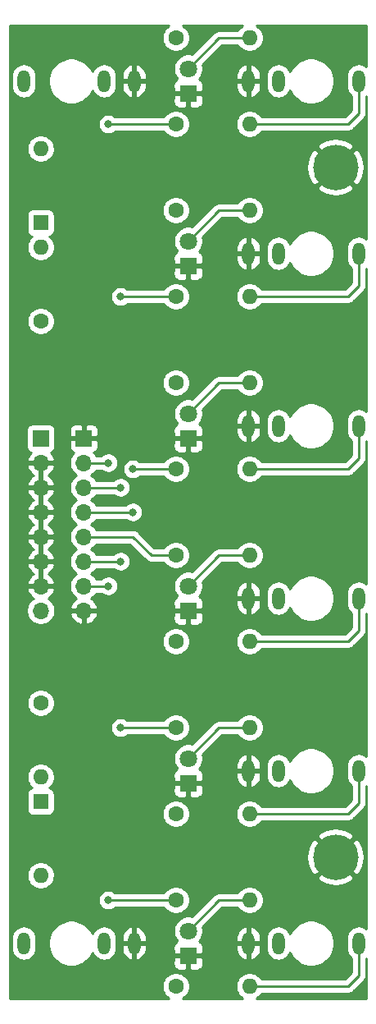
<source format=gbr>
G04 #@! TF.GenerationSoftware,KiCad,Pcbnew,(5.1.9)-1*
G04 #@! TF.CreationDate,2021-04-27T02:12:15+02:00*
G04 #@! TF.ProjectId,Clock Divider Control,436c6f63-6b20-4446-9976-696465722043,rev?*
G04 #@! TF.SameCoordinates,Original*
G04 #@! TF.FileFunction,Copper,L2,Bot*
G04 #@! TF.FilePolarity,Positive*
%FSLAX46Y46*%
G04 Gerber Fmt 4.6, Leading zero omitted, Abs format (unit mm)*
G04 Created by KiCad (PCBNEW (5.1.9)-1) date 2021-04-27 02:12:15*
%MOMM*%
%LPD*%
G01*
G04 APERTURE LIST*
G04 #@! TA.AperFunction,ComponentPad*
%ADD10C,4.700000*%
G04 #@! TD*
G04 #@! TA.AperFunction,ComponentPad*
%ADD11O,1.700000X1.700000*%
G04 #@! TD*
G04 #@! TA.AperFunction,ComponentPad*
%ADD12R,1.700000X1.700000*%
G04 #@! TD*
G04 #@! TA.AperFunction,ComponentPad*
%ADD13O,1.600000X1.600000*%
G04 #@! TD*
G04 #@! TA.AperFunction,ComponentPad*
%ADD14C,1.600000*%
G04 #@! TD*
G04 #@! TA.AperFunction,ComponentPad*
%ADD15O,1.300000X2.300000*%
G04 #@! TD*
G04 #@! TA.AperFunction,ComponentPad*
%ADD16C,1.800000*%
G04 #@! TD*
G04 #@! TA.AperFunction,ComponentPad*
%ADD17R,1.800000X1.800000*%
G04 #@! TD*
G04 #@! TA.AperFunction,ComponentPad*
%ADD18R,1.600000X1.600000*%
G04 #@! TD*
G04 #@! TA.AperFunction,ViaPad*
%ADD19C,0.800000*%
G04 #@! TD*
G04 #@! TA.AperFunction,Conductor*
%ADD20C,0.250000*%
G04 #@! TD*
G04 #@! TA.AperFunction,Conductor*
%ADD21C,0.254000*%
G04 #@! TD*
G04 #@! TA.AperFunction,Conductor*
%ADD22C,0.100000*%
G04 #@! TD*
G04 APERTURE END LIST*
D10*
G04 #@! TO.P,H2,1*
G04 #@! TO.N,GND*
X34290000Y-86360000D03*
G04 #@! TD*
G04 #@! TO.P,H1,1*
G04 #@! TO.N,GND*
X34290000Y-15240000D03*
G04 #@! TD*
D11*
G04 #@! TO.P,J10,8*
G04 #@! TO.N,GND*
X8255000Y-60960000D03*
G04 #@! TO.P,J10,7*
G04 #@! TO.N,Net-(J10-Pad7)*
X8255000Y-58420000D03*
G04 #@! TO.P,J10,6*
G04 #@! TO.N,Net-(J10-Pad6)*
X8255000Y-55880000D03*
G04 #@! TO.P,J10,5*
G04 #@! TO.N,Net-(J10-Pad5)*
X8255000Y-53340000D03*
G04 #@! TO.P,J10,4*
G04 #@! TO.N,Net-(J10-Pad4)*
X8255000Y-50800000D03*
G04 #@! TO.P,J10,3*
G04 #@! TO.N,Net-(J10-Pad3)*
X8255000Y-48260000D03*
G04 #@! TO.P,J10,2*
G04 #@! TO.N,Net-(J10-Pad2)*
X8255000Y-45720000D03*
D12*
G04 #@! TO.P,J10,1*
G04 #@! TO.N,GND*
X8255000Y-43180000D03*
G04 #@! TD*
D11*
G04 #@! TO.P,J3,8*
G04 #@! TO.N,Net-(J3-Pad8)*
X3810000Y-60960000D03*
G04 #@! TO.P,J3,7*
G04 #@! TO.N,GND*
X3810000Y-58420000D03*
G04 #@! TO.P,J3,6*
X3810000Y-55880000D03*
G04 #@! TO.P,J3,5*
X3810000Y-53340000D03*
G04 #@! TO.P,J3,4*
X3810000Y-50800000D03*
G04 #@! TO.P,J3,3*
X3810000Y-48260000D03*
G04 #@! TO.P,J3,2*
X3810000Y-45720000D03*
D12*
G04 #@! TO.P,J3,1*
G04 #@! TO.N,Net-(J3-Pad1)*
X3810000Y-43180000D03*
G04 #@! TD*
D13*
G04 #@! TO.P,R29,2*
G04 #@! TO.N,Net-(D9-Pad2)*
X25400000Y-1905000D03*
D14*
G04 #@! TO.P,R29,1*
G04 #@! TO.N,Net-(J10-Pad2)*
X17780000Y-1905000D03*
G04 #@! TD*
D13*
G04 #@! TO.P,R28,2*
G04 #@! TO.N,Net-(J9-PadT)*
X25400000Y-10795000D03*
D14*
G04 #@! TO.P,R28,1*
G04 #@! TO.N,Net-(J10-Pad2)*
X17780000Y-10795000D03*
G04 #@! TD*
D15*
G04 #@! TO.P,J9,T*
G04 #@! TO.N,Net-(J9-PadT)*
X36670000Y-6350000D03*
G04 #@! TO.P,J9,TN*
G04 #@! TO.N,N/C*
X28370000Y-6350000D03*
G04 #@! TO.P,J9,S*
G04 #@! TO.N,GND*
X25270000Y-6350000D03*
G04 #@! TD*
D16*
G04 #@! TO.P,D9,2*
G04 #@! TO.N,Net-(D9-Pad2)*
X19050000Y-5080000D03*
D17*
G04 #@! TO.P,D9,1*
G04 #@! TO.N,GND*
X19050000Y-7620000D03*
G04 #@! TD*
D15*
G04 #@! TO.P,J8,T*
G04 #@! TO.N,Net-(J8-PadT)*
X36670000Y-95250000D03*
G04 #@! TO.P,J8,TN*
G04 #@! TO.N,N/C*
X28370000Y-95250000D03*
G04 #@! TO.P,J8,S*
G04 #@! TO.N,GND*
X25270000Y-95250000D03*
G04 #@! TD*
G04 #@! TO.P,J7,T*
G04 #@! TO.N,Net-(J7-PadT)*
X36670000Y-77470000D03*
G04 #@! TO.P,J7,TN*
G04 #@! TO.N,N/C*
X28370000Y-77470000D03*
G04 #@! TO.P,J7,S*
G04 #@! TO.N,GND*
X25270000Y-77470000D03*
G04 #@! TD*
G04 #@! TO.P,J6,T*
G04 #@! TO.N,Net-(J6-PadT)*
X36670000Y-59690000D03*
G04 #@! TO.P,J6,TN*
G04 #@! TO.N,N/C*
X28370000Y-59690000D03*
G04 #@! TO.P,J6,S*
G04 #@! TO.N,GND*
X25270000Y-59690000D03*
G04 #@! TD*
G04 #@! TO.P,J5,T*
G04 #@! TO.N,Net-(J5-PadT)*
X36670000Y-41910000D03*
G04 #@! TO.P,J5,TN*
G04 #@! TO.N,N/C*
X28370000Y-41910000D03*
G04 #@! TO.P,J5,S*
G04 #@! TO.N,GND*
X25270000Y-41910000D03*
G04 #@! TD*
G04 #@! TO.P,J4,T*
G04 #@! TO.N,Net-(J4-PadT)*
X36670000Y-24130000D03*
G04 #@! TO.P,J4,TN*
G04 #@! TO.N,N/C*
X28370000Y-24130000D03*
G04 #@! TO.P,J4,S*
G04 #@! TO.N,GND*
X25270000Y-24130000D03*
G04 #@! TD*
G04 #@! TO.P,J2,T*
G04 #@! TO.N,Net-(D2-Pad2)*
X2065000Y-95250000D03*
G04 #@! TO.P,J2,TN*
G04 #@! TO.N,N/C*
X10365000Y-95250000D03*
G04 #@! TO.P,J2,S*
G04 #@! TO.N,GND*
X13465000Y-95250000D03*
G04 #@! TD*
G04 #@! TO.P,J1,T*
G04 #@! TO.N,Net-(D1-Pad2)*
X2065000Y-6350000D03*
G04 #@! TO.P,J1,TN*
G04 #@! TO.N,N/C*
X10365000Y-6350000D03*
G04 #@! TO.P,J1,S*
G04 #@! TO.N,GND*
X13465000Y-6350000D03*
G04 #@! TD*
D16*
G04 #@! TO.P,D8,2*
G04 #@! TO.N,Net-(D8-Pad2)*
X19050000Y-93980000D03*
D17*
G04 #@! TO.P,D8,1*
G04 #@! TO.N,GND*
X19050000Y-96520000D03*
G04 #@! TD*
D16*
G04 #@! TO.P,D7,2*
G04 #@! TO.N,Net-(D7-Pad2)*
X19050000Y-76200000D03*
D17*
G04 #@! TO.P,D7,1*
G04 #@! TO.N,GND*
X19050000Y-78740000D03*
G04 #@! TD*
D16*
G04 #@! TO.P,D6,2*
G04 #@! TO.N,Net-(D6-Pad2)*
X19050000Y-58420000D03*
D17*
G04 #@! TO.P,D6,1*
G04 #@! TO.N,GND*
X19050000Y-60960000D03*
G04 #@! TD*
D16*
G04 #@! TO.P,D5,2*
G04 #@! TO.N,Net-(D5-Pad2)*
X19050000Y-40640000D03*
D17*
G04 #@! TO.P,D5,1*
G04 #@! TO.N,GND*
X19050000Y-43180000D03*
G04 #@! TD*
D16*
G04 #@! TO.P,D4,2*
G04 #@! TO.N,Net-(D4-Pad2)*
X19050000Y-22860000D03*
D17*
G04 #@! TO.P,D4,1*
G04 #@! TO.N,GND*
X19050000Y-25400000D03*
G04 #@! TD*
D13*
G04 #@! TO.P,R26,2*
G04 #@! TO.N,Net-(D8-Pad2)*
X25400000Y-90805000D03*
D14*
G04 #@! TO.P,R26,1*
G04 #@! TO.N,Net-(J10-Pad7)*
X17780000Y-90805000D03*
G04 #@! TD*
D13*
G04 #@! TO.P,R25,2*
G04 #@! TO.N,Net-(J8-PadT)*
X25400000Y-99695000D03*
D14*
G04 #@! TO.P,R25,1*
G04 #@! TO.N,Net-(J10-Pad7)*
X17780000Y-99695000D03*
G04 #@! TD*
D13*
G04 #@! TO.P,R24,2*
G04 #@! TO.N,Net-(D7-Pad2)*
X25400000Y-73025000D03*
D14*
G04 #@! TO.P,R24,1*
G04 #@! TO.N,Net-(J10-Pad6)*
X17780000Y-73025000D03*
G04 #@! TD*
D13*
G04 #@! TO.P,R23,2*
G04 #@! TO.N,Net-(J7-PadT)*
X25400000Y-81915000D03*
D14*
G04 #@! TO.P,R23,1*
G04 #@! TO.N,Net-(J10-Pad6)*
X17780000Y-81915000D03*
G04 #@! TD*
D13*
G04 #@! TO.P,R22,2*
G04 #@! TO.N,Net-(D6-Pad2)*
X25400000Y-55245000D03*
D14*
G04 #@! TO.P,R22,1*
G04 #@! TO.N,Net-(J10-Pad5)*
X17780000Y-55245000D03*
G04 #@! TD*
D13*
G04 #@! TO.P,R21,2*
G04 #@! TO.N,Net-(J6-PadT)*
X25400000Y-64135000D03*
D14*
G04 #@! TO.P,R21,1*
G04 #@! TO.N,Net-(J10-Pad5)*
X17780000Y-64135000D03*
G04 #@! TD*
D13*
G04 #@! TO.P,R20,2*
G04 #@! TO.N,Net-(D5-Pad2)*
X25400000Y-37465000D03*
D14*
G04 #@! TO.P,R20,1*
G04 #@! TO.N,Net-(J10-Pad4)*
X17780000Y-37465000D03*
G04 #@! TD*
D13*
G04 #@! TO.P,R19,2*
G04 #@! TO.N,Net-(J5-PadT)*
X25400000Y-46355000D03*
D14*
G04 #@! TO.P,R19,1*
G04 #@! TO.N,Net-(J10-Pad4)*
X17780000Y-46355000D03*
G04 #@! TD*
D13*
G04 #@! TO.P,R18,2*
G04 #@! TO.N,Net-(D4-Pad2)*
X25400000Y-19685000D03*
D14*
G04 #@! TO.P,R18,1*
G04 #@! TO.N,Net-(J10-Pad3)*
X17780000Y-19685000D03*
G04 #@! TD*
D13*
G04 #@! TO.P,R17,2*
G04 #@! TO.N,Net-(J4-PadT)*
X25400000Y-28575000D03*
D14*
G04 #@! TO.P,R17,1*
G04 #@! TO.N,Net-(J10-Pad3)*
X17780000Y-28575000D03*
G04 #@! TD*
D13*
G04 #@! TO.P,R4,2*
G04 #@! TO.N,Net-(D2-Pad1)*
X3810000Y-78105000D03*
D14*
G04 #@! TO.P,R4,1*
G04 #@! TO.N,Net-(J3-Pad8)*
X3810000Y-70485000D03*
G04 #@! TD*
D13*
G04 #@! TO.P,R3,2*
G04 #@! TO.N,Net-(D1-Pad1)*
X3810000Y-23495000D03*
D14*
G04 #@! TO.P,R3,1*
G04 #@! TO.N,Net-(J3-Pad1)*
X3810000Y-31115000D03*
G04 #@! TD*
D13*
G04 #@! TO.P,D2,2*
G04 #@! TO.N,Net-(D2-Pad2)*
X3810000Y-88265000D03*
D18*
G04 #@! TO.P,D2,1*
G04 #@! TO.N,Net-(D2-Pad1)*
X3810000Y-80645000D03*
G04 #@! TD*
D13*
G04 #@! TO.P,D1,2*
G04 #@! TO.N,Net-(D1-Pad2)*
X3810000Y-13335000D03*
D18*
G04 #@! TO.P,D1,1*
G04 #@! TO.N,Net-(D1-Pad1)*
X3810000Y-20955000D03*
G04 #@! TD*
D19*
G04 #@! TO.N,GND*
X36830000Y-100330000D03*
G04 #@! TO.N,Net-(J10-Pad7)*
X10795000Y-58420000D03*
X10795000Y-90805000D03*
G04 #@! TO.N,Net-(J10-Pad6)*
X12065000Y-55880000D03*
X12065000Y-73025000D03*
G04 #@! TO.N,Net-(J10-Pad4)*
X13335000Y-50800000D03*
X13335000Y-46355000D03*
G04 #@! TO.N,Net-(J10-Pad3)*
X12065000Y-48260000D03*
X12065000Y-28575000D03*
G04 #@! TO.N,Net-(J10-Pad2)*
X10795000Y-45720000D03*
X10795000Y-10795000D03*
G04 #@! TD*
D20*
G04 #@! TO.N,Net-(D4-Pad2)*
X19050000Y-22860000D02*
X22225000Y-19685000D01*
X22225000Y-19685000D02*
X25400000Y-19685000D01*
G04 #@! TO.N,Net-(D5-Pad2)*
X19050000Y-40640000D02*
X22225000Y-37465000D01*
X22225000Y-37465000D02*
X25400000Y-37465000D01*
G04 #@! TO.N,Net-(D6-Pad2)*
X19050000Y-58420000D02*
X22225000Y-55245000D01*
X22225000Y-55245000D02*
X25400000Y-55245000D01*
G04 #@! TO.N,Net-(D7-Pad2)*
X19050000Y-76200000D02*
X22225000Y-73025000D01*
X22225000Y-73025000D02*
X25400000Y-73025000D01*
G04 #@! TO.N,Net-(D8-Pad2)*
X19050000Y-93980000D02*
X22225000Y-90805000D01*
X22225000Y-90805000D02*
X25400000Y-90805000D01*
G04 #@! TO.N,Net-(J4-PadT)*
X25400000Y-28575000D02*
X35560000Y-28575000D01*
X36670000Y-24130000D02*
X36670000Y-27465000D01*
X36670000Y-27465000D02*
X35560000Y-28575000D01*
G04 #@! TO.N,Net-(J5-PadT)*
X25400000Y-46355000D02*
X35560000Y-46355000D01*
X36670000Y-45245000D02*
X35560000Y-46355000D01*
X36670000Y-41910000D02*
X36670000Y-45245000D01*
G04 #@! TO.N,Net-(J6-PadT)*
X25400000Y-64135000D02*
X35560000Y-64135000D01*
X36670000Y-63025000D02*
X35560000Y-64135000D01*
X36670000Y-59690000D02*
X36670000Y-63025000D01*
G04 #@! TO.N,Net-(J7-PadT)*
X25400000Y-81915000D02*
X35560000Y-81915000D01*
X36670000Y-77470000D02*
X36670000Y-80805000D01*
X36670000Y-80805000D02*
X35560000Y-81915000D01*
G04 #@! TO.N,Net-(J8-PadT)*
X25400000Y-99695000D02*
X35560000Y-99695000D01*
X36670000Y-98585000D02*
X35560000Y-99695000D01*
X36670000Y-95250000D02*
X36670000Y-98585000D01*
G04 #@! TO.N,Net-(D9-Pad2)*
X19050000Y-5080000D02*
X22225000Y-1905000D01*
X22225000Y-1905000D02*
X25400000Y-1905000D01*
G04 #@! TO.N,Net-(J9-PadT)*
X25400000Y-10795000D02*
X35560000Y-10795000D01*
X36670000Y-9685000D02*
X35560000Y-10795000D01*
X36670000Y-6350000D02*
X36670000Y-9685000D01*
G04 #@! TO.N,Net-(J10-Pad7)*
X8255000Y-58420000D02*
X10795000Y-58420000D01*
X10795000Y-58420000D02*
X10795000Y-58420000D01*
X10795000Y-90805000D02*
X17780000Y-90805000D01*
G04 #@! TO.N,Net-(J10-Pad6)*
X8255000Y-55880000D02*
X12065000Y-55880000D01*
X12065000Y-55880000D02*
X12065000Y-55880000D01*
X12065000Y-73025000D02*
X17780000Y-73025000D01*
G04 #@! TO.N,Net-(J10-Pad5)*
X8255000Y-53340000D02*
X13335000Y-53340000D01*
X15240000Y-55245000D02*
X17780000Y-55245000D01*
X13335000Y-53340000D02*
X15240000Y-55245000D01*
G04 #@! TO.N,Net-(J10-Pad4)*
X8255000Y-50800000D02*
X13335000Y-50800000D01*
X13335000Y-50800000D02*
X13335000Y-50800000D01*
X17780000Y-46355000D02*
X13335000Y-46355000D01*
G04 #@! TO.N,Net-(J10-Pad3)*
X8255000Y-48260000D02*
X12065000Y-48260000D01*
X12065000Y-48260000D02*
X12065000Y-48260000D01*
X17780000Y-28575000D02*
X12065000Y-28575000D01*
G04 #@! TO.N,Net-(J10-Pad2)*
X8255000Y-45720000D02*
X10795000Y-45720000D01*
X10795000Y-45720000D02*
X10795000Y-45720000D01*
X10795000Y-10795000D02*
X17780000Y-10795000D01*
G04 #@! TD*
D21*
G04 #@! TO.N,GND*
X37440001Y-100940000D02*
X26119657Y-100940000D01*
X26314759Y-100809637D01*
X26514637Y-100609759D01*
X26618043Y-100455000D01*
X35522678Y-100455000D01*
X35560000Y-100458676D01*
X35597322Y-100455000D01*
X35597333Y-100455000D01*
X35708986Y-100444003D01*
X35852247Y-100400546D01*
X35984276Y-100329974D01*
X36100001Y-100235001D01*
X36123804Y-100205998D01*
X37181003Y-99148799D01*
X37210001Y-99125001D01*
X37263325Y-99060026D01*
X37304974Y-99009277D01*
X37375546Y-98877247D01*
X37419003Y-98733986D01*
X37430000Y-98622333D01*
X37430000Y-98622324D01*
X37433676Y-98585001D01*
X37430000Y-98547678D01*
X37430000Y-96788615D01*
X37440001Y-96780407D01*
X37440001Y-100940000D01*
G04 #@! TA.AperFunction,Conductor*
D22*
G36*
X37440001Y-100940000D02*
G01*
X26119657Y-100940000D01*
X26314759Y-100809637D01*
X26514637Y-100609759D01*
X26618043Y-100455000D01*
X35522678Y-100455000D01*
X35560000Y-100458676D01*
X35597322Y-100455000D01*
X35597333Y-100455000D01*
X35708986Y-100444003D01*
X35852247Y-100400546D01*
X35984276Y-100329974D01*
X36100001Y-100235001D01*
X36123804Y-100205998D01*
X37181003Y-99148799D01*
X37210001Y-99125001D01*
X37263325Y-99060026D01*
X37304974Y-99009277D01*
X37375546Y-98877247D01*
X37419003Y-98733986D01*
X37430000Y-98622333D01*
X37430000Y-98622324D01*
X37433676Y-98585001D01*
X37430000Y-98547678D01*
X37430000Y-96788615D01*
X37440001Y-96780407D01*
X37440001Y-100940000D01*
G37*
G04 #@! TD.AperFunction*
D21*
X16865241Y-790363D02*
X16665363Y-990241D01*
X16508320Y-1225273D01*
X16400147Y-1486426D01*
X16345000Y-1763665D01*
X16345000Y-2046335D01*
X16400147Y-2323574D01*
X16508320Y-2584727D01*
X16665363Y-2819759D01*
X16865241Y-3019637D01*
X17100273Y-3176680D01*
X17361426Y-3284853D01*
X17638665Y-3340000D01*
X17921335Y-3340000D01*
X18198574Y-3284853D01*
X18459727Y-3176680D01*
X18694759Y-3019637D01*
X18894637Y-2819759D01*
X19051680Y-2584727D01*
X19159853Y-2323574D01*
X19215000Y-2046335D01*
X19215000Y-1763665D01*
X19159853Y-1486426D01*
X19051680Y-1225273D01*
X18894637Y-990241D01*
X18694759Y-790363D01*
X18499657Y-660000D01*
X24680343Y-660000D01*
X24485241Y-790363D01*
X24285363Y-990241D01*
X24181957Y-1145000D01*
X22262322Y-1145000D01*
X22224999Y-1141324D01*
X22187676Y-1145000D01*
X22187667Y-1145000D01*
X22076014Y-1155997D01*
X21932753Y-1199454D01*
X21800723Y-1270026D01*
X21717083Y-1338668D01*
X21684999Y-1364999D01*
X21661201Y-1393997D01*
X19458930Y-3596269D01*
X19201184Y-3545000D01*
X18898816Y-3545000D01*
X18602257Y-3603989D01*
X18322905Y-3719701D01*
X18071495Y-3887688D01*
X17857688Y-4101495D01*
X17689701Y-4352905D01*
X17573989Y-4632257D01*
X17515000Y-4928816D01*
X17515000Y-5231184D01*
X17573989Y-5527743D01*
X17689701Y-5807095D01*
X17857688Y-6058505D01*
X17924127Y-6124944D01*
X17905820Y-6130498D01*
X17795506Y-6189463D01*
X17698815Y-6268815D01*
X17619463Y-6365506D01*
X17560498Y-6475820D01*
X17524188Y-6595518D01*
X17511928Y-6720000D01*
X17515000Y-7334250D01*
X17673750Y-7493000D01*
X18923000Y-7493000D01*
X18923000Y-7473000D01*
X19177000Y-7473000D01*
X19177000Y-7493000D01*
X20426250Y-7493000D01*
X20585000Y-7334250D01*
X20588072Y-6720000D01*
X20575812Y-6595518D01*
X20539860Y-6477000D01*
X23985000Y-6477000D01*
X23985000Y-6977000D01*
X24034467Y-7225251D01*
X24131415Y-7459081D01*
X24272118Y-7669505D01*
X24451170Y-7848436D01*
X24661689Y-7988997D01*
X24895585Y-8085787D01*
X24944529Y-8093099D01*
X25143000Y-7969067D01*
X25143000Y-6477000D01*
X25397000Y-6477000D01*
X25397000Y-7969067D01*
X25595471Y-8093099D01*
X25644415Y-8085787D01*
X25878311Y-7988997D01*
X26088830Y-7848436D01*
X26267882Y-7669505D01*
X26408585Y-7459081D01*
X26505533Y-7225251D01*
X26555000Y-6977000D01*
X26555000Y-6477000D01*
X25397000Y-6477000D01*
X25143000Y-6477000D01*
X23985000Y-6477000D01*
X20539860Y-6477000D01*
X20539502Y-6475820D01*
X20480537Y-6365506D01*
X20401185Y-6268815D01*
X20304494Y-6189463D01*
X20194180Y-6130498D01*
X20175873Y-6124944D01*
X20242312Y-6058505D01*
X20410299Y-5807095D01*
X20445132Y-5723000D01*
X23985000Y-5723000D01*
X23985000Y-6223000D01*
X25143000Y-6223000D01*
X25143000Y-4730933D01*
X25397000Y-4730933D01*
X25397000Y-6223000D01*
X26555000Y-6223000D01*
X26555000Y-5786877D01*
X27085000Y-5786877D01*
X27085000Y-6913122D01*
X27103593Y-7101903D01*
X27177071Y-7344126D01*
X27296392Y-7567361D01*
X27456972Y-7763028D01*
X27652638Y-7923608D01*
X27875873Y-8042929D01*
X28118096Y-8116407D01*
X28370000Y-8141217D01*
X28621903Y-8116407D01*
X28864126Y-8042929D01*
X29087361Y-7923608D01*
X29283028Y-7763028D01*
X29443608Y-7567362D01*
X29562929Y-7344127D01*
X29570262Y-7319953D01*
X29636440Y-7479721D01*
X29897450Y-7870349D01*
X30229651Y-8202550D01*
X30620279Y-8463560D01*
X31054321Y-8643346D01*
X31515098Y-8735000D01*
X31984902Y-8735000D01*
X32445679Y-8643346D01*
X32879721Y-8463560D01*
X33270349Y-8202550D01*
X33602550Y-7870349D01*
X33863560Y-7479721D01*
X34043346Y-7045679D01*
X34135000Y-6584902D01*
X34135000Y-6115098D01*
X34043346Y-5654321D01*
X33863560Y-5220279D01*
X33602550Y-4829651D01*
X33270349Y-4497450D01*
X32879721Y-4236440D01*
X32445679Y-4056654D01*
X31984902Y-3965000D01*
X31515098Y-3965000D01*
X31054321Y-4056654D01*
X30620279Y-4236440D01*
X30229651Y-4497450D01*
X29897450Y-4829651D01*
X29636440Y-5220279D01*
X29570262Y-5380047D01*
X29562929Y-5355873D01*
X29443608Y-5132638D01*
X29283028Y-4936972D01*
X29087362Y-4776392D01*
X28864127Y-4657071D01*
X28621904Y-4583593D01*
X28370000Y-4558783D01*
X28118097Y-4583593D01*
X27875874Y-4657071D01*
X27652639Y-4776392D01*
X27456973Y-4936972D01*
X27296392Y-5132638D01*
X27177071Y-5355873D01*
X27103593Y-5598096D01*
X27085000Y-5786877D01*
X26555000Y-5786877D01*
X26555000Y-5723000D01*
X26505533Y-5474749D01*
X26408585Y-5240919D01*
X26267882Y-5030495D01*
X26088830Y-4851564D01*
X25878311Y-4711003D01*
X25644415Y-4614213D01*
X25595471Y-4606901D01*
X25397000Y-4730933D01*
X25143000Y-4730933D01*
X24944529Y-4606901D01*
X24895585Y-4614213D01*
X24661689Y-4711003D01*
X24451170Y-4851564D01*
X24272118Y-5030495D01*
X24131415Y-5240919D01*
X24034467Y-5474749D01*
X23985000Y-5723000D01*
X20445132Y-5723000D01*
X20526011Y-5527743D01*
X20585000Y-5231184D01*
X20585000Y-4928816D01*
X20533731Y-4671070D01*
X22539802Y-2665000D01*
X24181957Y-2665000D01*
X24285363Y-2819759D01*
X24485241Y-3019637D01*
X24720273Y-3176680D01*
X24981426Y-3284853D01*
X25258665Y-3340000D01*
X25541335Y-3340000D01*
X25818574Y-3284853D01*
X26079727Y-3176680D01*
X26314759Y-3019637D01*
X26514637Y-2819759D01*
X26671680Y-2584727D01*
X26779853Y-2323574D01*
X26835000Y-2046335D01*
X26835000Y-1763665D01*
X26779853Y-1486426D01*
X26671680Y-1225273D01*
X26514637Y-990241D01*
X26314759Y-790363D01*
X26119657Y-660000D01*
X37440000Y-660000D01*
X37440000Y-4819591D01*
X37387362Y-4776392D01*
X37164127Y-4657071D01*
X36921904Y-4583593D01*
X36670000Y-4558783D01*
X36418097Y-4583593D01*
X36175874Y-4657071D01*
X35952639Y-4776392D01*
X35756973Y-4936972D01*
X35596392Y-5132638D01*
X35477071Y-5355873D01*
X35403593Y-5598096D01*
X35385000Y-5786877D01*
X35385000Y-6913122D01*
X35403593Y-7101903D01*
X35477071Y-7344126D01*
X35596392Y-7567361D01*
X35756972Y-7763028D01*
X35910000Y-7888616D01*
X35910001Y-9370197D01*
X35245199Y-10035000D01*
X26618043Y-10035000D01*
X26514637Y-9880241D01*
X26314759Y-9680363D01*
X26079727Y-9523320D01*
X25818574Y-9415147D01*
X25541335Y-9360000D01*
X25258665Y-9360000D01*
X24981426Y-9415147D01*
X24720273Y-9523320D01*
X24485241Y-9680363D01*
X24285363Y-9880241D01*
X24128320Y-10115273D01*
X24020147Y-10376426D01*
X23965000Y-10653665D01*
X23965000Y-10936335D01*
X24020147Y-11213574D01*
X24128320Y-11474727D01*
X24285363Y-11709759D01*
X24485241Y-11909637D01*
X24720273Y-12066680D01*
X24981426Y-12174853D01*
X25258665Y-12230000D01*
X25541335Y-12230000D01*
X25818574Y-12174853D01*
X26079727Y-12066680D01*
X26314759Y-11909637D01*
X26514637Y-11709759D01*
X26618043Y-11555000D01*
X35522678Y-11555000D01*
X35560000Y-11558676D01*
X35597322Y-11555000D01*
X35597333Y-11555000D01*
X35708986Y-11544003D01*
X35852247Y-11500546D01*
X35984276Y-11429974D01*
X36100001Y-11335001D01*
X36123804Y-11305998D01*
X37181003Y-10248799D01*
X37210001Y-10225001D01*
X37263325Y-10160026D01*
X37304974Y-10109277D01*
X37375546Y-9977247D01*
X37419003Y-9833986D01*
X37430000Y-9722333D01*
X37430000Y-9722324D01*
X37433676Y-9685001D01*
X37430000Y-9647678D01*
X37430000Y-7888615D01*
X37440000Y-7880408D01*
X37440000Y-22599591D01*
X37387362Y-22556392D01*
X37164127Y-22437071D01*
X36921904Y-22363593D01*
X36670000Y-22338783D01*
X36418097Y-22363593D01*
X36175874Y-22437071D01*
X35952639Y-22556392D01*
X35756973Y-22716972D01*
X35596392Y-22912638D01*
X35477071Y-23135873D01*
X35403593Y-23378096D01*
X35385000Y-23566877D01*
X35385000Y-24693122D01*
X35403593Y-24881903D01*
X35477071Y-25124126D01*
X35596392Y-25347361D01*
X35756972Y-25543028D01*
X35910000Y-25668616D01*
X35910001Y-27150197D01*
X35245199Y-27815000D01*
X26618043Y-27815000D01*
X26514637Y-27660241D01*
X26314759Y-27460363D01*
X26079727Y-27303320D01*
X25818574Y-27195147D01*
X25541335Y-27140000D01*
X25258665Y-27140000D01*
X24981426Y-27195147D01*
X24720273Y-27303320D01*
X24485241Y-27460363D01*
X24285363Y-27660241D01*
X24128320Y-27895273D01*
X24020147Y-28156426D01*
X23965000Y-28433665D01*
X23965000Y-28716335D01*
X24020147Y-28993574D01*
X24128320Y-29254727D01*
X24285363Y-29489759D01*
X24485241Y-29689637D01*
X24720273Y-29846680D01*
X24981426Y-29954853D01*
X25258665Y-30010000D01*
X25541335Y-30010000D01*
X25818574Y-29954853D01*
X26079727Y-29846680D01*
X26314759Y-29689637D01*
X26514637Y-29489759D01*
X26618043Y-29335000D01*
X35522678Y-29335000D01*
X35560000Y-29338676D01*
X35597322Y-29335000D01*
X35597333Y-29335000D01*
X35708986Y-29324003D01*
X35852247Y-29280546D01*
X35984276Y-29209974D01*
X36100001Y-29115001D01*
X36123804Y-29085998D01*
X37181003Y-28028799D01*
X37210001Y-28005001D01*
X37263325Y-27940026D01*
X37304974Y-27889277D01*
X37375546Y-27757247D01*
X37419003Y-27613986D01*
X37430000Y-27502333D01*
X37430000Y-27502324D01*
X37433676Y-27465001D01*
X37430000Y-27427678D01*
X37430000Y-25668615D01*
X37440000Y-25660408D01*
X37440000Y-40379592D01*
X37387362Y-40336392D01*
X37164127Y-40217071D01*
X36921904Y-40143593D01*
X36670000Y-40118783D01*
X36418097Y-40143593D01*
X36175874Y-40217071D01*
X35952639Y-40336392D01*
X35756973Y-40496972D01*
X35596392Y-40692638D01*
X35477071Y-40915873D01*
X35403593Y-41158096D01*
X35385000Y-41346877D01*
X35385000Y-42473122D01*
X35403593Y-42661903D01*
X35477071Y-42904126D01*
X35596392Y-43127361D01*
X35756972Y-43323028D01*
X35910000Y-43448616D01*
X35910001Y-44930197D01*
X35245199Y-45595000D01*
X26618043Y-45595000D01*
X26514637Y-45440241D01*
X26314759Y-45240363D01*
X26079727Y-45083320D01*
X25818574Y-44975147D01*
X25541335Y-44920000D01*
X25258665Y-44920000D01*
X24981426Y-44975147D01*
X24720273Y-45083320D01*
X24485241Y-45240363D01*
X24285363Y-45440241D01*
X24128320Y-45675273D01*
X24020147Y-45936426D01*
X23965000Y-46213665D01*
X23965000Y-46496335D01*
X24020147Y-46773574D01*
X24128320Y-47034727D01*
X24285363Y-47269759D01*
X24485241Y-47469637D01*
X24720273Y-47626680D01*
X24981426Y-47734853D01*
X25258665Y-47790000D01*
X25541335Y-47790000D01*
X25818574Y-47734853D01*
X26079727Y-47626680D01*
X26314759Y-47469637D01*
X26514637Y-47269759D01*
X26618043Y-47115000D01*
X35522678Y-47115000D01*
X35560000Y-47118676D01*
X35597322Y-47115000D01*
X35597333Y-47115000D01*
X35708986Y-47104003D01*
X35852247Y-47060546D01*
X35984276Y-46989974D01*
X36100001Y-46895001D01*
X36123804Y-46865998D01*
X37181003Y-45808799D01*
X37210001Y-45785001D01*
X37263346Y-45720000D01*
X37304974Y-45669277D01*
X37375546Y-45537247D01*
X37419003Y-45393986D01*
X37430000Y-45282333D01*
X37430000Y-45282324D01*
X37433676Y-45245001D01*
X37430000Y-45207678D01*
X37430000Y-43448615D01*
X37440000Y-43440408D01*
X37440001Y-58159592D01*
X37387362Y-58116392D01*
X37164127Y-57997071D01*
X36921904Y-57923593D01*
X36670000Y-57898783D01*
X36418097Y-57923593D01*
X36175874Y-57997071D01*
X35952639Y-58116392D01*
X35756973Y-58276972D01*
X35596392Y-58472638D01*
X35477071Y-58695873D01*
X35403593Y-58938096D01*
X35385000Y-59126877D01*
X35385000Y-60253122D01*
X35403593Y-60441903D01*
X35477071Y-60684126D01*
X35596392Y-60907361D01*
X35756972Y-61103028D01*
X35910000Y-61228616D01*
X35910001Y-62710197D01*
X35245199Y-63375000D01*
X26618043Y-63375000D01*
X26514637Y-63220241D01*
X26314759Y-63020363D01*
X26079727Y-62863320D01*
X25818574Y-62755147D01*
X25541335Y-62700000D01*
X25258665Y-62700000D01*
X24981426Y-62755147D01*
X24720273Y-62863320D01*
X24485241Y-63020363D01*
X24285363Y-63220241D01*
X24128320Y-63455273D01*
X24020147Y-63716426D01*
X23965000Y-63993665D01*
X23965000Y-64276335D01*
X24020147Y-64553574D01*
X24128320Y-64814727D01*
X24285363Y-65049759D01*
X24485241Y-65249637D01*
X24720273Y-65406680D01*
X24981426Y-65514853D01*
X25258665Y-65570000D01*
X25541335Y-65570000D01*
X25818574Y-65514853D01*
X26079727Y-65406680D01*
X26314759Y-65249637D01*
X26514637Y-65049759D01*
X26618043Y-64895000D01*
X35522678Y-64895000D01*
X35560000Y-64898676D01*
X35597322Y-64895000D01*
X35597333Y-64895000D01*
X35708986Y-64884003D01*
X35852247Y-64840546D01*
X35984276Y-64769974D01*
X36100001Y-64675001D01*
X36123804Y-64645998D01*
X37181003Y-63588799D01*
X37210001Y-63565001D01*
X37263325Y-63500026D01*
X37304974Y-63449277D01*
X37375546Y-63317247D01*
X37419003Y-63173986D01*
X37430000Y-63062333D01*
X37430000Y-63062324D01*
X37433676Y-63025001D01*
X37430000Y-62987678D01*
X37430000Y-61228615D01*
X37440001Y-61220408D01*
X37440001Y-75939592D01*
X37387362Y-75896392D01*
X37164127Y-75777071D01*
X36921904Y-75703593D01*
X36670000Y-75678783D01*
X36418097Y-75703593D01*
X36175874Y-75777071D01*
X35952639Y-75896392D01*
X35756973Y-76056972D01*
X35596392Y-76252638D01*
X35477071Y-76475873D01*
X35403593Y-76718096D01*
X35385000Y-76906877D01*
X35385000Y-78033122D01*
X35403593Y-78221903D01*
X35477071Y-78464126D01*
X35596392Y-78687361D01*
X35756972Y-78883028D01*
X35910000Y-79008616D01*
X35910001Y-80490197D01*
X35245199Y-81155000D01*
X26618043Y-81155000D01*
X26514637Y-81000241D01*
X26314759Y-80800363D01*
X26079727Y-80643320D01*
X25818574Y-80535147D01*
X25541335Y-80480000D01*
X25258665Y-80480000D01*
X24981426Y-80535147D01*
X24720273Y-80643320D01*
X24485241Y-80800363D01*
X24285363Y-81000241D01*
X24128320Y-81235273D01*
X24020147Y-81496426D01*
X23965000Y-81773665D01*
X23965000Y-82056335D01*
X24020147Y-82333574D01*
X24128320Y-82594727D01*
X24285363Y-82829759D01*
X24485241Y-83029637D01*
X24720273Y-83186680D01*
X24981426Y-83294853D01*
X25258665Y-83350000D01*
X25541335Y-83350000D01*
X25818574Y-83294853D01*
X26079727Y-83186680D01*
X26314759Y-83029637D01*
X26514637Y-82829759D01*
X26618043Y-82675000D01*
X35522678Y-82675000D01*
X35560000Y-82678676D01*
X35597322Y-82675000D01*
X35597333Y-82675000D01*
X35708986Y-82664003D01*
X35852247Y-82620546D01*
X35984276Y-82549974D01*
X36100001Y-82455001D01*
X36123804Y-82425998D01*
X37181003Y-81368799D01*
X37210001Y-81345001D01*
X37263325Y-81280026D01*
X37304974Y-81229277D01*
X37375546Y-81097247D01*
X37419003Y-80953986D01*
X37430000Y-80842333D01*
X37430000Y-80842324D01*
X37433676Y-80805001D01*
X37430000Y-80767678D01*
X37430000Y-79008615D01*
X37440001Y-79000408D01*
X37440001Y-93719592D01*
X37387362Y-93676392D01*
X37164127Y-93557071D01*
X36921904Y-93483593D01*
X36670000Y-93458783D01*
X36418097Y-93483593D01*
X36175874Y-93557071D01*
X35952639Y-93676392D01*
X35756973Y-93836972D01*
X35596392Y-94032638D01*
X35477071Y-94255873D01*
X35403593Y-94498096D01*
X35385000Y-94686877D01*
X35385000Y-95813122D01*
X35403593Y-96001903D01*
X35477071Y-96244126D01*
X35596392Y-96467361D01*
X35756972Y-96663028D01*
X35910000Y-96788616D01*
X35910001Y-98270197D01*
X35245199Y-98935000D01*
X26618043Y-98935000D01*
X26514637Y-98780241D01*
X26314759Y-98580363D01*
X26079727Y-98423320D01*
X25818574Y-98315147D01*
X25541335Y-98260000D01*
X25258665Y-98260000D01*
X24981426Y-98315147D01*
X24720273Y-98423320D01*
X24485241Y-98580363D01*
X24285363Y-98780241D01*
X24128320Y-99015273D01*
X24020147Y-99276426D01*
X23965000Y-99553665D01*
X23965000Y-99836335D01*
X24020147Y-100113574D01*
X24128320Y-100374727D01*
X24285363Y-100609759D01*
X24485241Y-100809637D01*
X24680343Y-100940000D01*
X18499657Y-100940000D01*
X18694759Y-100809637D01*
X18894637Y-100609759D01*
X19051680Y-100374727D01*
X19159853Y-100113574D01*
X19215000Y-99836335D01*
X19215000Y-99553665D01*
X19159853Y-99276426D01*
X19051680Y-99015273D01*
X18894637Y-98780241D01*
X18694759Y-98580363D01*
X18459727Y-98423320D01*
X18198574Y-98315147D01*
X17921335Y-98260000D01*
X17638665Y-98260000D01*
X17361426Y-98315147D01*
X17100273Y-98423320D01*
X16865241Y-98580363D01*
X16665363Y-98780241D01*
X16508320Y-99015273D01*
X16400147Y-99276426D01*
X16345000Y-99553665D01*
X16345000Y-99836335D01*
X16400147Y-100113574D01*
X16508320Y-100374727D01*
X16665363Y-100609759D01*
X16865241Y-100809637D01*
X17060343Y-100940000D01*
X660000Y-100940000D01*
X660000Y-94686878D01*
X780000Y-94686878D01*
X780000Y-95813123D01*
X798593Y-96001904D01*
X872071Y-96244127D01*
X991392Y-96467362D01*
X1151973Y-96663028D01*
X1347639Y-96823608D01*
X1570874Y-96942929D01*
X1813097Y-97016407D01*
X2065000Y-97041217D01*
X2316904Y-97016407D01*
X2559127Y-96942929D01*
X2782362Y-96823608D01*
X2978028Y-96663028D01*
X3138608Y-96467362D01*
X3257929Y-96244127D01*
X3331407Y-96001904D01*
X3350000Y-95813123D01*
X3350000Y-95015098D01*
X4600000Y-95015098D01*
X4600000Y-95484902D01*
X4691654Y-95945679D01*
X4871440Y-96379721D01*
X5132450Y-96770349D01*
X5464651Y-97102550D01*
X5855279Y-97363560D01*
X6289321Y-97543346D01*
X6750098Y-97635000D01*
X7219902Y-97635000D01*
X7680679Y-97543346D01*
X7978462Y-97420000D01*
X17511928Y-97420000D01*
X17524188Y-97544482D01*
X17560498Y-97664180D01*
X17619463Y-97774494D01*
X17698815Y-97871185D01*
X17795506Y-97950537D01*
X17905820Y-98009502D01*
X18025518Y-98045812D01*
X18150000Y-98058072D01*
X18764250Y-98055000D01*
X18923000Y-97896250D01*
X18923000Y-96647000D01*
X19177000Y-96647000D01*
X19177000Y-97896250D01*
X19335750Y-98055000D01*
X19950000Y-98058072D01*
X20074482Y-98045812D01*
X20194180Y-98009502D01*
X20304494Y-97950537D01*
X20401185Y-97871185D01*
X20480537Y-97774494D01*
X20539502Y-97664180D01*
X20575812Y-97544482D01*
X20588072Y-97420000D01*
X20585000Y-96805750D01*
X20426250Y-96647000D01*
X19177000Y-96647000D01*
X18923000Y-96647000D01*
X17673750Y-96647000D01*
X17515000Y-96805750D01*
X17511928Y-97420000D01*
X7978462Y-97420000D01*
X8114721Y-97363560D01*
X8505349Y-97102550D01*
X8837550Y-96770349D01*
X9098560Y-96379721D01*
X9164738Y-96219953D01*
X9172071Y-96244127D01*
X9291392Y-96467362D01*
X9451973Y-96663028D01*
X9647639Y-96823608D01*
X9870874Y-96942929D01*
X10113097Y-97016407D01*
X10365000Y-97041217D01*
X10616904Y-97016407D01*
X10859127Y-96942929D01*
X11082362Y-96823608D01*
X11278028Y-96663028D01*
X11438608Y-96467362D01*
X11557929Y-96244127D01*
X11631407Y-96001904D01*
X11650000Y-95813123D01*
X11650000Y-95377000D01*
X12180000Y-95377000D01*
X12180000Y-95877000D01*
X12229467Y-96125251D01*
X12326415Y-96359081D01*
X12467118Y-96569505D01*
X12646170Y-96748436D01*
X12856689Y-96888997D01*
X13090585Y-96985787D01*
X13139529Y-96993099D01*
X13338000Y-96869067D01*
X13338000Y-95377000D01*
X13592000Y-95377000D01*
X13592000Y-96869067D01*
X13790471Y-96993099D01*
X13839415Y-96985787D01*
X14073311Y-96888997D01*
X14283830Y-96748436D01*
X14462882Y-96569505D01*
X14603585Y-96359081D01*
X14700533Y-96125251D01*
X14750000Y-95877000D01*
X14750000Y-95620000D01*
X17511928Y-95620000D01*
X17515000Y-96234250D01*
X17673750Y-96393000D01*
X18923000Y-96393000D01*
X18923000Y-96373000D01*
X19177000Y-96373000D01*
X19177000Y-96393000D01*
X20426250Y-96393000D01*
X20585000Y-96234250D01*
X20588072Y-95620000D01*
X20575812Y-95495518D01*
X20539860Y-95377000D01*
X23985000Y-95377000D01*
X23985000Y-95877000D01*
X24034467Y-96125251D01*
X24131415Y-96359081D01*
X24272118Y-96569505D01*
X24451170Y-96748436D01*
X24661689Y-96888997D01*
X24895585Y-96985787D01*
X24944529Y-96993099D01*
X25143000Y-96869067D01*
X25143000Y-95377000D01*
X25397000Y-95377000D01*
X25397000Y-96869067D01*
X25595471Y-96993099D01*
X25644415Y-96985787D01*
X25878311Y-96888997D01*
X26088830Y-96748436D01*
X26267882Y-96569505D01*
X26408585Y-96359081D01*
X26505533Y-96125251D01*
X26555000Y-95877000D01*
X26555000Y-95377000D01*
X25397000Y-95377000D01*
X25143000Y-95377000D01*
X23985000Y-95377000D01*
X20539860Y-95377000D01*
X20539502Y-95375820D01*
X20480537Y-95265506D01*
X20401185Y-95168815D01*
X20304494Y-95089463D01*
X20194180Y-95030498D01*
X20175873Y-95024944D01*
X20242312Y-94958505D01*
X20410299Y-94707095D01*
X20445132Y-94623000D01*
X23985000Y-94623000D01*
X23985000Y-95123000D01*
X25143000Y-95123000D01*
X25143000Y-93630933D01*
X25397000Y-93630933D01*
X25397000Y-95123000D01*
X26555000Y-95123000D01*
X26555000Y-94686877D01*
X27085000Y-94686877D01*
X27085000Y-95813122D01*
X27103593Y-96001903D01*
X27177071Y-96244126D01*
X27296392Y-96467361D01*
X27456972Y-96663028D01*
X27652638Y-96823608D01*
X27875873Y-96942929D01*
X28118096Y-97016407D01*
X28370000Y-97041217D01*
X28621903Y-97016407D01*
X28864126Y-96942929D01*
X29087361Y-96823608D01*
X29283028Y-96663028D01*
X29443608Y-96467362D01*
X29562929Y-96244127D01*
X29570262Y-96219953D01*
X29636440Y-96379721D01*
X29897450Y-96770349D01*
X30229651Y-97102550D01*
X30620279Y-97363560D01*
X31054321Y-97543346D01*
X31515098Y-97635000D01*
X31984902Y-97635000D01*
X32445679Y-97543346D01*
X32879721Y-97363560D01*
X33270349Y-97102550D01*
X33602550Y-96770349D01*
X33863560Y-96379721D01*
X34043346Y-95945679D01*
X34135000Y-95484902D01*
X34135000Y-95015098D01*
X34043346Y-94554321D01*
X33863560Y-94120279D01*
X33602550Y-93729651D01*
X33270349Y-93397450D01*
X32879721Y-93136440D01*
X32445679Y-92956654D01*
X31984902Y-92865000D01*
X31515098Y-92865000D01*
X31054321Y-92956654D01*
X30620279Y-93136440D01*
X30229651Y-93397450D01*
X29897450Y-93729651D01*
X29636440Y-94120279D01*
X29570262Y-94280047D01*
X29562929Y-94255873D01*
X29443608Y-94032638D01*
X29283028Y-93836972D01*
X29087362Y-93676392D01*
X28864127Y-93557071D01*
X28621904Y-93483593D01*
X28370000Y-93458783D01*
X28118097Y-93483593D01*
X27875874Y-93557071D01*
X27652639Y-93676392D01*
X27456973Y-93836972D01*
X27296392Y-94032638D01*
X27177071Y-94255873D01*
X27103593Y-94498096D01*
X27085000Y-94686877D01*
X26555000Y-94686877D01*
X26555000Y-94623000D01*
X26505533Y-94374749D01*
X26408585Y-94140919D01*
X26267882Y-93930495D01*
X26088830Y-93751564D01*
X25878311Y-93611003D01*
X25644415Y-93514213D01*
X25595471Y-93506901D01*
X25397000Y-93630933D01*
X25143000Y-93630933D01*
X24944529Y-93506901D01*
X24895585Y-93514213D01*
X24661689Y-93611003D01*
X24451170Y-93751564D01*
X24272118Y-93930495D01*
X24131415Y-94140919D01*
X24034467Y-94374749D01*
X23985000Y-94623000D01*
X20445132Y-94623000D01*
X20526011Y-94427743D01*
X20585000Y-94131184D01*
X20585000Y-93828816D01*
X20533731Y-93571070D01*
X22539802Y-91565000D01*
X24181957Y-91565000D01*
X24285363Y-91719759D01*
X24485241Y-91919637D01*
X24720273Y-92076680D01*
X24981426Y-92184853D01*
X25258665Y-92240000D01*
X25541335Y-92240000D01*
X25818574Y-92184853D01*
X26079727Y-92076680D01*
X26314759Y-91919637D01*
X26514637Y-91719759D01*
X26671680Y-91484727D01*
X26779853Y-91223574D01*
X26835000Y-90946335D01*
X26835000Y-90663665D01*
X26779853Y-90386426D01*
X26671680Y-90125273D01*
X26514637Y-89890241D01*
X26314759Y-89690363D01*
X26079727Y-89533320D01*
X25818574Y-89425147D01*
X25541335Y-89370000D01*
X25258665Y-89370000D01*
X24981426Y-89425147D01*
X24720273Y-89533320D01*
X24485241Y-89690363D01*
X24285363Y-89890241D01*
X24181957Y-90045000D01*
X22262322Y-90045000D01*
X22224999Y-90041324D01*
X22187676Y-90045000D01*
X22187667Y-90045000D01*
X22076014Y-90055997D01*
X21932753Y-90099454D01*
X21800723Y-90170026D01*
X21717083Y-90238668D01*
X21684999Y-90264999D01*
X21661201Y-90293997D01*
X19458930Y-92496269D01*
X19201184Y-92445000D01*
X18898816Y-92445000D01*
X18602257Y-92503989D01*
X18322905Y-92619701D01*
X18071495Y-92787688D01*
X17857688Y-93001495D01*
X17689701Y-93252905D01*
X17573989Y-93532257D01*
X17515000Y-93828816D01*
X17515000Y-94131184D01*
X17573989Y-94427743D01*
X17689701Y-94707095D01*
X17857688Y-94958505D01*
X17924127Y-95024944D01*
X17905820Y-95030498D01*
X17795506Y-95089463D01*
X17698815Y-95168815D01*
X17619463Y-95265506D01*
X17560498Y-95375820D01*
X17524188Y-95495518D01*
X17511928Y-95620000D01*
X14750000Y-95620000D01*
X14750000Y-95377000D01*
X13592000Y-95377000D01*
X13338000Y-95377000D01*
X12180000Y-95377000D01*
X11650000Y-95377000D01*
X11650000Y-94686877D01*
X11643709Y-94623000D01*
X12180000Y-94623000D01*
X12180000Y-95123000D01*
X13338000Y-95123000D01*
X13338000Y-93630933D01*
X13592000Y-93630933D01*
X13592000Y-95123000D01*
X14750000Y-95123000D01*
X14750000Y-94623000D01*
X14700533Y-94374749D01*
X14603585Y-94140919D01*
X14462882Y-93930495D01*
X14283830Y-93751564D01*
X14073311Y-93611003D01*
X13839415Y-93514213D01*
X13790471Y-93506901D01*
X13592000Y-93630933D01*
X13338000Y-93630933D01*
X13139529Y-93506901D01*
X13090585Y-93514213D01*
X12856689Y-93611003D01*
X12646170Y-93751564D01*
X12467118Y-93930495D01*
X12326415Y-94140919D01*
X12229467Y-94374749D01*
X12180000Y-94623000D01*
X11643709Y-94623000D01*
X11631407Y-94498096D01*
X11557929Y-94255873D01*
X11438608Y-94032638D01*
X11278028Y-93836972D01*
X11082361Y-93676392D01*
X10859126Y-93557071D01*
X10616903Y-93483593D01*
X10365000Y-93458783D01*
X10113096Y-93483593D01*
X9870873Y-93557071D01*
X9647638Y-93676392D01*
X9451972Y-93836972D01*
X9291392Y-94032639D01*
X9172071Y-94255874D01*
X9164738Y-94280047D01*
X9098560Y-94120279D01*
X8837550Y-93729651D01*
X8505349Y-93397450D01*
X8114721Y-93136440D01*
X7680679Y-92956654D01*
X7219902Y-92865000D01*
X6750098Y-92865000D01*
X6289321Y-92956654D01*
X5855279Y-93136440D01*
X5464651Y-93397450D01*
X5132450Y-93729651D01*
X4871440Y-94120279D01*
X4691654Y-94554321D01*
X4600000Y-95015098D01*
X3350000Y-95015098D01*
X3350000Y-94686877D01*
X3331407Y-94498096D01*
X3257929Y-94255873D01*
X3138608Y-94032638D01*
X2978028Y-93836972D01*
X2782361Y-93676392D01*
X2559126Y-93557071D01*
X2316903Y-93483593D01*
X2065000Y-93458783D01*
X1813096Y-93483593D01*
X1570873Y-93557071D01*
X1347638Y-93676392D01*
X1151972Y-93836972D01*
X991392Y-94032639D01*
X872071Y-94255874D01*
X798593Y-94498097D01*
X780000Y-94686878D01*
X660000Y-94686878D01*
X660000Y-90703061D01*
X9760000Y-90703061D01*
X9760000Y-90906939D01*
X9799774Y-91106898D01*
X9877795Y-91295256D01*
X9991063Y-91464774D01*
X10135226Y-91608937D01*
X10304744Y-91722205D01*
X10493102Y-91800226D01*
X10693061Y-91840000D01*
X10896939Y-91840000D01*
X11096898Y-91800226D01*
X11285256Y-91722205D01*
X11454774Y-91608937D01*
X11498711Y-91565000D01*
X16561957Y-91565000D01*
X16665363Y-91719759D01*
X16865241Y-91919637D01*
X17100273Y-92076680D01*
X17361426Y-92184853D01*
X17638665Y-92240000D01*
X17921335Y-92240000D01*
X18198574Y-92184853D01*
X18459727Y-92076680D01*
X18694759Y-91919637D01*
X18894637Y-91719759D01*
X19051680Y-91484727D01*
X19159853Y-91223574D01*
X19215000Y-90946335D01*
X19215000Y-90663665D01*
X19159853Y-90386426D01*
X19051680Y-90125273D01*
X18894637Y-89890241D01*
X18694759Y-89690363D01*
X18459727Y-89533320D01*
X18198574Y-89425147D01*
X17921335Y-89370000D01*
X17638665Y-89370000D01*
X17361426Y-89425147D01*
X17100273Y-89533320D01*
X16865241Y-89690363D01*
X16665363Y-89890241D01*
X16561957Y-90045000D01*
X11498711Y-90045000D01*
X11454774Y-90001063D01*
X11285256Y-89887795D01*
X11096898Y-89809774D01*
X10896939Y-89770000D01*
X10693061Y-89770000D01*
X10493102Y-89809774D01*
X10304744Y-89887795D01*
X10135226Y-90001063D01*
X9991063Y-90145226D01*
X9877795Y-90314744D01*
X9799774Y-90503102D01*
X9760000Y-90703061D01*
X660000Y-90703061D01*
X660000Y-88123665D01*
X2375000Y-88123665D01*
X2375000Y-88406335D01*
X2430147Y-88683574D01*
X2538320Y-88944727D01*
X2695363Y-89179759D01*
X2895241Y-89379637D01*
X3130273Y-89536680D01*
X3391426Y-89644853D01*
X3668665Y-89700000D01*
X3951335Y-89700000D01*
X4228574Y-89644853D01*
X4489727Y-89536680D01*
X4724759Y-89379637D01*
X4924637Y-89179759D01*
X5081680Y-88944727D01*
X5189853Y-88683574D01*
X5235027Y-88456468D01*
X32373137Y-88456468D01*
X32631298Y-88859073D01*
X33150715Y-89134651D01*
X33713913Y-89303601D01*
X34299250Y-89359430D01*
X34884233Y-89299992D01*
X35446379Y-89127571D01*
X35948702Y-88859073D01*
X36206863Y-88456468D01*
X34290000Y-86539605D01*
X32373137Y-88456468D01*
X5235027Y-88456468D01*
X5245000Y-88406335D01*
X5245000Y-88123665D01*
X5189853Y-87846426D01*
X5081680Y-87585273D01*
X4924637Y-87350241D01*
X4724759Y-87150363D01*
X4489727Y-86993320D01*
X4228574Y-86885147D01*
X3951335Y-86830000D01*
X3668665Y-86830000D01*
X3391426Y-86885147D01*
X3130273Y-86993320D01*
X2895241Y-87150363D01*
X2695363Y-87350241D01*
X2538320Y-87585273D01*
X2430147Y-87846426D01*
X2375000Y-88123665D01*
X660000Y-88123665D01*
X660000Y-86369250D01*
X31290570Y-86369250D01*
X31350008Y-86954233D01*
X31522429Y-87516379D01*
X31790927Y-88018702D01*
X32193532Y-88276863D01*
X34110395Y-86360000D01*
X34469605Y-86360000D01*
X36386468Y-88276863D01*
X36789073Y-88018702D01*
X37064651Y-87499285D01*
X37233601Y-86936087D01*
X37289430Y-86350750D01*
X37229992Y-85765767D01*
X37057571Y-85203621D01*
X36789073Y-84701298D01*
X36386468Y-84443137D01*
X34469605Y-86360000D01*
X34110395Y-86360000D01*
X32193532Y-84443137D01*
X31790927Y-84701298D01*
X31515349Y-85220715D01*
X31346399Y-85783913D01*
X31290570Y-86369250D01*
X660000Y-86369250D01*
X660000Y-84263532D01*
X32373137Y-84263532D01*
X34290000Y-86180395D01*
X36206863Y-84263532D01*
X35948702Y-83860927D01*
X35429285Y-83585349D01*
X34866087Y-83416399D01*
X34280750Y-83360570D01*
X33695767Y-83420008D01*
X33133621Y-83592429D01*
X32631298Y-83860927D01*
X32373137Y-84263532D01*
X660000Y-84263532D01*
X660000Y-79845000D01*
X2371928Y-79845000D01*
X2371928Y-81445000D01*
X2384188Y-81569482D01*
X2420498Y-81689180D01*
X2479463Y-81799494D01*
X2558815Y-81896185D01*
X2655506Y-81975537D01*
X2765820Y-82034502D01*
X2885518Y-82070812D01*
X3010000Y-82083072D01*
X4610000Y-82083072D01*
X4734482Y-82070812D01*
X4854180Y-82034502D01*
X4964494Y-81975537D01*
X5061185Y-81896185D01*
X5140537Y-81799494D01*
X5154343Y-81773665D01*
X16345000Y-81773665D01*
X16345000Y-82056335D01*
X16400147Y-82333574D01*
X16508320Y-82594727D01*
X16665363Y-82829759D01*
X16865241Y-83029637D01*
X17100273Y-83186680D01*
X17361426Y-83294853D01*
X17638665Y-83350000D01*
X17921335Y-83350000D01*
X18198574Y-83294853D01*
X18459727Y-83186680D01*
X18694759Y-83029637D01*
X18894637Y-82829759D01*
X19051680Y-82594727D01*
X19159853Y-82333574D01*
X19215000Y-82056335D01*
X19215000Y-81773665D01*
X19159853Y-81496426D01*
X19051680Y-81235273D01*
X18894637Y-81000241D01*
X18694759Y-80800363D01*
X18459727Y-80643320D01*
X18198574Y-80535147D01*
X17921335Y-80480000D01*
X17638665Y-80480000D01*
X17361426Y-80535147D01*
X17100273Y-80643320D01*
X16865241Y-80800363D01*
X16665363Y-81000241D01*
X16508320Y-81235273D01*
X16400147Y-81496426D01*
X16345000Y-81773665D01*
X5154343Y-81773665D01*
X5199502Y-81689180D01*
X5235812Y-81569482D01*
X5248072Y-81445000D01*
X5248072Y-79845000D01*
X5235812Y-79720518D01*
X5211388Y-79640000D01*
X17511928Y-79640000D01*
X17524188Y-79764482D01*
X17560498Y-79884180D01*
X17619463Y-79994494D01*
X17698815Y-80091185D01*
X17795506Y-80170537D01*
X17905820Y-80229502D01*
X18025518Y-80265812D01*
X18150000Y-80278072D01*
X18764250Y-80275000D01*
X18923000Y-80116250D01*
X18923000Y-78867000D01*
X19177000Y-78867000D01*
X19177000Y-80116250D01*
X19335750Y-80275000D01*
X19950000Y-80278072D01*
X20074482Y-80265812D01*
X20194180Y-80229502D01*
X20304494Y-80170537D01*
X20401185Y-80091185D01*
X20480537Y-79994494D01*
X20539502Y-79884180D01*
X20575812Y-79764482D01*
X20588072Y-79640000D01*
X20585000Y-79025750D01*
X20426250Y-78867000D01*
X19177000Y-78867000D01*
X18923000Y-78867000D01*
X17673750Y-78867000D01*
X17515000Y-79025750D01*
X17511928Y-79640000D01*
X5211388Y-79640000D01*
X5199502Y-79600820D01*
X5140537Y-79490506D01*
X5061185Y-79393815D01*
X4964494Y-79314463D01*
X4854180Y-79255498D01*
X4734482Y-79219188D01*
X4726039Y-79218357D01*
X4924637Y-79019759D01*
X5081680Y-78784727D01*
X5189853Y-78523574D01*
X5245000Y-78246335D01*
X5245000Y-77963665D01*
X5220402Y-77840000D01*
X17511928Y-77840000D01*
X17515000Y-78454250D01*
X17673750Y-78613000D01*
X18923000Y-78613000D01*
X18923000Y-78593000D01*
X19177000Y-78593000D01*
X19177000Y-78613000D01*
X20426250Y-78613000D01*
X20585000Y-78454250D01*
X20588072Y-77840000D01*
X20575812Y-77715518D01*
X20539860Y-77597000D01*
X23985000Y-77597000D01*
X23985000Y-78097000D01*
X24034467Y-78345251D01*
X24131415Y-78579081D01*
X24272118Y-78789505D01*
X24451170Y-78968436D01*
X24661689Y-79108997D01*
X24895585Y-79205787D01*
X24944529Y-79213099D01*
X25143000Y-79089067D01*
X25143000Y-77597000D01*
X25397000Y-77597000D01*
X25397000Y-79089067D01*
X25595471Y-79213099D01*
X25644415Y-79205787D01*
X25878311Y-79108997D01*
X26088830Y-78968436D01*
X26267882Y-78789505D01*
X26408585Y-78579081D01*
X26505533Y-78345251D01*
X26555000Y-78097000D01*
X26555000Y-77597000D01*
X25397000Y-77597000D01*
X25143000Y-77597000D01*
X23985000Y-77597000D01*
X20539860Y-77597000D01*
X20539502Y-77595820D01*
X20480537Y-77485506D01*
X20401185Y-77388815D01*
X20304494Y-77309463D01*
X20194180Y-77250498D01*
X20175873Y-77244944D01*
X20242312Y-77178505D01*
X20410299Y-76927095D01*
X20445132Y-76843000D01*
X23985000Y-76843000D01*
X23985000Y-77343000D01*
X25143000Y-77343000D01*
X25143000Y-75850933D01*
X25397000Y-75850933D01*
X25397000Y-77343000D01*
X26555000Y-77343000D01*
X26555000Y-76906877D01*
X27085000Y-76906877D01*
X27085000Y-78033122D01*
X27103593Y-78221903D01*
X27177071Y-78464126D01*
X27296392Y-78687361D01*
X27456972Y-78883028D01*
X27652638Y-79043608D01*
X27875873Y-79162929D01*
X28118096Y-79236407D01*
X28370000Y-79261217D01*
X28621903Y-79236407D01*
X28864126Y-79162929D01*
X29087361Y-79043608D01*
X29283028Y-78883028D01*
X29443608Y-78687362D01*
X29562929Y-78464127D01*
X29570262Y-78439953D01*
X29636440Y-78599721D01*
X29897450Y-78990349D01*
X30229651Y-79322550D01*
X30620279Y-79583560D01*
X31054321Y-79763346D01*
X31515098Y-79855000D01*
X31984902Y-79855000D01*
X32445679Y-79763346D01*
X32879721Y-79583560D01*
X33270349Y-79322550D01*
X33602550Y-78990349D01*
X33863560Y-78599721D01*
X34043346Y-78165679D01*
X34135000Y-77704902D01*
X34135000Y-77235098D01*
X34043346Y-76774321D01*
X33863560Y-76340279D01*
X33602550Y-75949651D01*
X33270349Y-75617450D01*
X32879721Y-75356440D01*
X32445679Y-75176654D01*
X31984902Y-75085000D01*
X31515098Y-75085000D01*
X31054321Y-75176654D01*
X30620279Y-75356440D01*
X30229651Y-75617450D01*
X29897450Y-75949651D01*
X29636440Y-76340279D01*
X29570262Y-76500047D01*
X29562929Y-76475873D01*
X29443608Y-76252638D01*
X29283028Y-76056972D01*
X29087362Y-75896392D01*
X28864127Y-75777071D01*
X28621904Y-75703593D01*
X28370000Y-75678783D01*
X28118097Y-75703593D01*
X27875874Y-75777071D01*
X27652639Y-75896392D01*
X27456973Y-76056972D01*
X27296392Y-76252638D01*
X27177071Y-76475873D01*
X27103593Y-76718096D01*
X27085000Y-76906877D01*
X26555000Y-76906877D01*
X26555000Y-76843000D01*
X26505533Y-76594749D01*
X26408585Y-76360919D01*
X26267882Y-76150495D01*
X26088830Y-75971564D01*
X25878311Y-75831003D01*
X25644415Y-75734213D01*
X25595471Y-75726901D01*
X25397000Y-75850933D01*
X25143000Y-75850933D01*
X24944529Y-75726901D01*
X24895585Y-75734213D01*
X24661689Y-75831003D01*
X24451170Y-75971564D01*
X24272118Y-76150495D01*
X24131415Y-76360919D01*
X24034467Y-76594749D01*
X23985000Y-76843000D01*
X20445132Y-76843000D01*
X20526011Y-76647743D01*
X20585000Y-76351184D01*
X20585000Y-76048816D01*
X20533731Y-75791070D01*
X22539802Y-73785000D01*
X24181957Y-73785000D01*
X24285363Y-73939759D01*
X24485241Y-74139637D01*
X24720273Y-74296680D01*
X24981426Y-74404853D01*
X25258665Y-74460000D01*
X25541335Y-74460000D01*
X25818574Y-74404853D01*
X26079727Y-74296680D01*
X26314759Y-74139637D01*
X26514637Y-73939759D01*
X26671680Y-73704727D01*
X26779853Y-73443574D01*
X26835000Y-73166335D01*
X26835000Y-72883665D01*
X26779853Y-72606426D01*
X26671680Y-72345273D01*
X26514637Y-72110241D01*
X26314759Y-71910363D01*
X26079727Y-71753320D01*
X25818574Y-71645147D01*
X25541335Y-71590000D01*
X25258665Y-71590000D01*
X24981426Y-71645147D01*
X24720273Y-71753320D01*
X24485241Y-71910363D01*
X24285363Y-72110241D01*
X24181957Y-72265000D01*
X22262322Y-72265000D01*
X22224999Y-72261324D01*
X22187676Y-72265000D01*
X22187667Y-72265000D01*
X22076014Y-72275997D01*
X21932753Y-72319454D01*
X21800723Y-72390026D01*
X21717083Y-72458668D01*
X21684999Y-72484999D01*
X21661201Y-72513997D01*
X19458930Y-74716269D01*
X19201184Y-74665000D01*
X18898816Y-74665000D01*
X18602257Y-74723989D01*
X18322905Y-74839701D01*
X18071495Y-75007688D01*
X17857688Y-75221495D01*
X17689701Y-75472905D01*
X17573989Y-75752257D01*
X17515000Y-76048816D01*
X17515000Y-76351184D01*
X17573989Y-76647743D01*
X17689701Y-76927095D01*
X17857688Y-77178505D01*
X17924127Y-77244944D01*
X17905820Y-77250498D01*
X17795506Y-77309463D01*
X17698815Y-77388815D01*
X17619463Y-77485506D01*
X17560498Y-77595820D01*
X17524188Y-77715518D01*
X17511928Y-77840000D01*
X5220402Y-77840000D01*
X5189853Y-77686426D01*
X5081680Y-77425273D01*
X4924637Y-77190241D01*
X4724759Y-76990363D01*
X4489727Y-76833320D01*
X4228574Y-76725147D01*
X3951335Y-76670000D01*
X3668665Y-76670000D01*
X3391426Y-76725147D01*
X3130273Y-76833320D01*
X2895241Y-76990363D01*
X2695363Y-77190241D01*
X2538320Y-77425273D01*
X2430147Y-77686426D01*
X2375000Y-77963665D01*
X2375000Y-78246335D01*
X2430147Y-78523574D01*
X2538320Y-78784727D01*
X2695363Y-79019759D01*
X2893961Y-79218357D01*
X2885518Y-79219188D01*
X2765820Y-79255498D01*
X2655506Y-79314463D01*
X2558815Y-79393815D01*
X2479463Y-79490506D01*
X2420498Y-79600820D01*
X2384188Y-79720518D01*
X2371928Y-79845000D01*
X660000Y-79845000D01*
X660000Y-72923061D01*
X11030000Y-72923061D01*
X11030000Y-73126939D01*
X11069774Y-73326898D01*
X11147795Y-73515256D01*
X11261063Y-73684774D01*
X11405226Y-73828937D01*
X11574744Y-73942205D01*
X11763102Y-74020226D01*
X11963061Y-74060000D01*
X12166939Y-74060000D01*
X12366898Y-74020226D01*
X12555256Y-73942205D01*
X12724774Y-73828937D01*
X12768711Y-73785000D01*
X16561957Y-73785000D01*
X16665363Y-73939759D01*
X16865241Y-74139637D01*
X17100273Y-74296680D01*
X17361426Y-74404853D01*
X17638665Y-74460000D01*
X17921335Y-74460000D01*
X18198574Y-74404853D01*
X18459727Y-74296680D01*
X18694759Y-74139637D01*
X18894637Y-73939759D01*
X19051680Y-73704727D01*
X19159853Y-73443574D01*
X19215000Y-73166335D01*
X19215000Y-72883665D01*
X19159853Y-72606426D01*
X19051680Y-72345273D01*
X18894637Y-72110241D01*
X18694759Y-71910363D01*
X18459727Y-71753320D01*
X18198574Y-71645147D01*
X17921335Y-71590000D01*
X17638665Y-71590000D01*
X17361426Y-71645147D01*
X17100273Y-71753320D01*
X16865241Y-71910363D01*
X16665363Y-72110241D01*
X16561957Y-72265000D01*
X12768711Y-72265000D01*
X12724774Y-72221063D01*
X12555256Y-72107795D01*
X12366898Y-72029774D01*
X12166939Y-71990000D01*
X11963061Y-71990000D01*
X11763102Y-72029774D01*
X11574744Y-72107795D01*
X11405226Y-72221063D01*
X11261063Y-72365226D01*
X11147795Y-72534744D01*
X11069774Y-72723102D01*
X11030000Y-72923061D01*
X660000Y-72923061D01*
X660000Y-70343665D01*
X2375000Y-70343665D01*
X2375000Y-70626335D01*
X2430147Y-70903574D01*
X2538320Y-71164727D01*
X2695363Y-71399759D01*
X2895241Y-71599637D01*
X3130273Y-71756680D01*
X3391426Y-71864853D01*
X3668665Y-71920000D01*
X3951335Y-71920000D01*
X4228574Y-71864853D01*
X4489727Y-71756680D01*
X4724759Y-71599637D01*
X4924637Y-71399759D01*
X5081680Y-71164727D01*
X5189853Y-70903574D01*
X5245000Y-70626335D01*
X5245000Y-70343665D01*
X5189853Y-70066426D01*
X5081680Y-69805273D01*
X4924637Y-69570241D01*
X4724759Y-69370363D01*
X4489727Y-69213320D01*
X4228574Y-69105147D01*
X3951335Y-69050000D01*
X3668665Y-69050000D01*
X3391426Y-69105147D01*
X3130273Y-69213320D01*
X2895241Y-69370363D01*
X2695363Y-69570241D01*
X2538320Y-69805273D01*
X2430147Y-70066426D01*
X2375000Y-70343665D01*
X660000Y-70343665D01*
X660000Y-63993665D01*
X16345000Y-63993665D01*
X16345000Y-64276335D01*
X16400147Y-64553574D01*
X16508320Y-64814727D01*
X16665363Y-65049759D01*
X16865241Y-65249637D01*
X17100273Y-65406680D01*
X17361426Y-65514853D01*
X17638665Y-65570000D01*
X17921335Y-65570000D01*
X18198574Y-65514853D01*
X18459727Y-65406680D01*
X18694759Y-65249637D01*
X18894637Y-65049759D01*
X19051680Y-64814727D01*
X19159853Y-64553574D01*
X19215000Y-64276335D01*
X19215000Y-63993665D01*
X19159853Y-63716426D01*
X19051680Y-63455273D01*
X18894637Y-63220241D01*
X18694759Y-63020363D01*
X18459727Y-62863320D01*
X18198574Y-62755147D01*
X17921335Y-62700000D01*
X17638665Y-62700000D01*
X17361426Y-62755147D01*
X17100273Y-62863320D01*
X16865241Y-63020363D01*
X16665363Y-63220241D01*
X16508320Y-63455273D01*
X16400147Y-63716426D01*
X16345000Y-63993665D01*
X660000Y-63993665D01*
X660000Y-60813740D01*
X2325000Y-60813740D01*
X2325000Y-61106260D01*
X2382068Y-61393158D01*
X2494010Y-61663411D01*
X2656525Y-61906632D01*
X2863368Y-62113475D01*
X3106589Y-62275990D01*
X3376842Y-62387932D01*
X3663740Y-62445000D01*
X3956260Y-62445000D01*
X4243158Y-62387932D01*
X4513411Y-62275990D01*
X4756632Y-62113475D01*
X4963475Y-61906632D01*
X5125990Y-61663411D01*
X5237932Y-61393158D01*
X5253102Y-61316890D01*
X6813524Y-61316890D01*
X6858175Y-61464099D01*
X6983359Y-61726920D01*
X7157412Y-61960269D01*
X7373645Y-62155178D01*
X7623748Y-62304157D01*
X7898109Y-62401481D01*
X8128000Y-62280814D01*
X8128000Y-61087000D01*
X8382000Y-61087000D01*
X8382000Y-62280814D01*
X8611891Y-62401481D01*
X8886252Y-62304157D01*
X9136355Y-62155178D01*
X9352588Y-61960269D01*
X9427377Y-61860000D01*
X17511928Y-61860000D01*
X17524188Y-61984482D01*
X17560498Y-62104180D01*
X17619463Y-62214494D01*
X17698815Y-62311185D01*
X17795506Y-62390537D01*
X17905820Y-62449502D01*
X18025518Y-62485812D01*
X18150000Y-62498072D01*
X18764250Y-62495000D01*
X18923000Y-62336250D01*
X18923000Y-61087000D01*
X19177000Y-61087000D01*
X19177000Y-62336250D01*
X19335750Y-62495000D01*
X19950000Y-62498072D01*
X20074482Y-62485812D01*
X20194180Y-62449502D01*
X20304494Y-62390537D01*
X20401185Y-62311185D01*
X20480537Y-62214494D01*
X20539502Y-62104180D01*
X20575812Y-61984482D01*
X20588072Y-61860000D01*
X20585000Y-61245750D01*
X20426250Y-61087000D01*
X19177000Y-61087000D01*
X18923000Y-61087000D01*
X17673750Y-61087000D01*
X17515000Y-61245750D01*
X17511928Y-61860000D01*
X9427377Y-61860000D01*
X9526641Y-61726920D01*
X9651825Y-61464099D01*
X9696476Y-61316890D01*
X9575155Y-61087000D01*
X8382000Y-61087000D01*
X8128000Y-61087000D01*
X6934845Y-61087000D01*
X6813524Y-61316890D01*
X5253102Y-61316890D01*
X5295000Y-61106260D01*
X5295000Y-60813740D01*
X5237932Y-60526842D01*
X5125990Y-60256589D01*
X4963475Y-60013368D01*
X4756632Y-59806525D01*
X4574466Y-59684805D01*
X4691355Y-59615178D01*
X4907588Y-59420269D01*
X5081641Y-59186920D01*
X5206825Y-58924099D01*
X5251476Y-58776890D01*
X5130155Y-58547000D01*
X3937000Y-58547000D01*
X3937000Y-58567000D01*
X3683000Y-58567000D01*
X3683000Y-58547000D01*
X2489845Y-58547000D01*
X2368524Y-58776890D01*
X2413175Y-58924099D01*
X2538359Y-59186920D01*
X2712412Y-59420269D01*
X2928645Y-59615178D01*
X3045534Y-59684805D01*
X2863368Y-59806525D01*
X2656525Y-60013368D01*
X2494010Y-60256589D01*
X2382068Y-60526842D01*
X2325000Y-60813740D01*
X660000Y-60813740D01*
X660000Y-56236890D01*
X2368524Y-56236890D01*
X2413175Y-56384099D01*
X2538359Y-56646920D01*
X2712412Y-56880269D01*
X2928645Y-57075178D01*
X3054255Y-57150000D01*
X2928645Y-57224822D01*
X2712412Y-57419731D01*
X2538359Y-57653080D01*
X2413175Y-57915901D01*
X2368524Y-58063110D01*
X2489845Y-58293000D01*
X3683000Y-58293000D01*
X3683000Y-56007000D01*
X3937000Y-56007000D01*
X3937000Y-58293000D01*
X5130155Y-58293000D01*
X5251476Y-58063110D01*
X5206825Y-57915901D01*
X5081641Y-57653080D01*
X4907588Y-57419731D01*
X4691355Y-57224822D01*
X4565745Y-57150000D01*
X4691355Y-57075178D01*
X4907588Y-56880269D01*
X5081641Y-56646920D01*
X5206825Y-56384099D01*
X5251476Y-56236890D01*
X5130155Y-56007000D01*
X3937000Y-56007000D01*
X3683000Y-56007000D01*
X2489845Y-56007000D01*
X2368524Y-56236890D01*
X660000Y-56236890D01*
X660000Y-53696890D01*
X2368524Y-53696890D01*
X2413175Y-53844099D01*
X2538359Y-54106920D01*
X2712412Y-54340269D01*
X2928645Y-54535178D01*
X3054255Y-54610000D01*
X2928645Y-54684822D01*
X2712412Y-54879731D01*
X2538359Y-55113080D01*
X2413175Y-55375901D01*
X2368524Y-55523110D01*
X2489845Y-55753000D01*
X3683000Y-55753000D01*
X3683000Y-53467000D01*
X3937000Y-53467000D01*
X3937000Y-55753000D01*
X5130155Y-55753000D01*
X5251476Y-55523110D01*
X5206825Y-55375901D01*
X5081641Y-55113080D01*
X4907588Y-54879731D01*
X4691355Y-54684822D01*
X4565745Y-54610000D01*
X4691355Y-54535178D01*
X4907588Y-54340269D01*
X5081641Y-54106920D01*
X5206825Y-53844099D01*
X5251476Y-53696890D01*
X5130155Y-53467000D01*
X3937000Y-53467000D01*
X3683000Y-53467000D01*
X2489845Y-53467000D01*
X2368524Y-53696890D01*
X660000Y-53696890D01*
X660000Y-51156890D01*
X2368524Y-51156890D01*
X2413175Y-51304099D01*
X2538359Y-51566920D01*
X2712412Y-51800269D01*
X2928645Y-51995178D01*
X3054255Y-52070000D01*
X2928645Y-52144822D01*
X2712412Y-52339731D01*
X2538359Y-52573080D01*
X2413175Y-52835901D01*
X2368524Y-52983110D01*
X2489845Y-53213000D01*
X3683000Y-53213000D01*
X3683000Y-50927000D01*
X3937000Y-50927000D01*
X3937000Y-53213000D01*
X5130155Y-53213000D01*
X5251476Y-52983110D01*
X5206825Y-52835901D01*
X5081641Y-52573080D01*
X4907588Y-52339731D01*
X4691355Y-52144822D01*
X4565745Y-52070000D01*
X4691355Y-51995178D01*
X4907588Y-51800269D01*
X5081641Y-51566920D01*
X5206825Y-51304099D01*
X5251476Y-51156890D01*
X5130155Y-50927000D01*
X3937000Y-50927000D01*
X3683000Y-50927000D01*
X2489845Y-50927000D01*
X2368524Y-51156890D01*
X660000Y-51156890D01*
X660000Y-48616890D01*
X2368524Y-48616890D01*
X2413175Y-48764099D01*
X2538359Y-49026920D01*
X2712412Y-49260269D01*
X2928645Y-49455178D01*
X3054255Y-49530000D01*
X2928645Y-49604822D01*
X2712412Y-49799731D01*
X2538359Y-50033080D01*
X2413175Y-50295901D01*
X2368524Y-50443110D01*
X2489845Y-50673000D01*
X3683000Y-50673000D01*
X3683000Y-48387000D01*
X3937000Y-48387000D01*
X3937000Y-50673000D01*
X5130155Y-50673000D01*
X5251476Y-50443110D01*
X5206825Y-50295901D01*
X5081641Y-50033080D01*
X4907588Y-49799731D01*
X4691355Y-49604822D01*
X4565745Y-49530000D01*
X4691355Y-49455178D01*
X4907588Y-49260269D01*
X5081641Y-49026920D01*
X5206825Y-48764099D01*
X5251476Y-48616890D01*
X5130155Y-48387000D01*
X3937000Y-48387000D01*
X3683000Y-48387000D01*
X2489845Y-48387000D01*
X2368524Y-48616890D01*
X660000Y-48616890D01*
X660000Y-46076890D01*
X2368524Y-46076890D01*
X2413175Y-46224099D01*
X2538359Y-46486920D01*
X2712412Y-46720269D01*
X2928645Y-46915178D01*
X3054255Y-46990000D01*
X2928645Y-47064822D01*
X2712412Y-47259731D01*
X2538359Y-47493080D01*
X2413175Y-47755901D01*
X2368524Y-47903110D01*
X2489845Y-48133000D01*
X3683000Y-48133000D01*
X3683000Y-45847000D01*
X3937000Y-45847000D01*
X3937000Y-48133000D01*
X5130155Y-48133000D01*
X5251476Y-47903110D01*
X5206825Y-47755901D01*
X5081641Y-47493080D01*
X4907588Y-47259731D01*
X4691355Y-47064822D01*
X4565745Y-46990000D01*
X4691355Y-46915178D01*
X4907588Y-46720269D01*
X5081641Y-46486920D01*
X5206825Y-46224099D01*
X5251476Y-46076890D01*
X5130155Y-45847000D01*
X3937000Y-45847000D01*
X3683000Y-45847000D01*
X2489845Y-45847000D01*
X2368524Y-46076890D01*
X660000Y-46076890D01*
X660000Y-42330000D01*
X2321928Y-42330000D01*
X2321928Y-44030000D01*
X2334188Y-44154482D01*
X2370498Y-44274180D01*
X2429463Y-44384494D01*
X2508815Y-44481185D01*
X2605506Y-44560537D01*
X2715820Y-44619502D01*
X2796466Y-44643966D01*
X2712412Y-44719731D01*
X2538359Y-44953080D01*
X2413175Y-45215901D01*
X2368524Y-45363110D01*
X2489845Y-45593000D01*
X3683000Y-45593000D01*
X3683000Y-45573000D01*
X3937000Y-45573000D01*
X3937000Y-45593000D01*
X5130155Y-45593000D01*
X5251476Y-45363110D01*
X5206825Y-45215901D01*
X5081641Y-44953080D01*
X4907588Y-44719731D01*
X4823534Y-44643966D01*
X4904180Y-44619502D01*
X5014494Y-44560537D01*
X5111185Y-44481185D01*
X5190537Y-44384494D01*
X5249502Y-44274180D01*
X5285812Y-44154482D01*
X5298072Y-44030000D01*
X6766928Y-44030000D01*
X6779188Y-44154482D01*
X6815498Y-44274180D01*
X6874463Y-44384494D01*
X6953815Y-44481185D01*
X7050506Y-44560537D01*
X7160820Y-44619502D01*
X7233380Y-44641513D01*
X7101525Y-44773368D01*
X6939010Y-45016589D01*
X6827068Y-45286842D01*
X6770000Y-45573740D01*
X6770000Y-45866260D01*
X6827068Y-46153158D01*
X6939010Y-46423411D01*
X7101525Y-46666632D01*
X7308368Y-46873475D01*
X7482760Y-46990000D01*
X7308368Y-47106525D01*
X7101525Y-47313368D01*
X6939010Y-47556589D01*
X6827068Y-47826842D01*
X6770000Y-48113740D01*
X6770000Y-48406260D01*
X6827068Y-48693158D01*
X6939010Y-48963411D01*
X7101525Y-49206632D01*
X7308368Y-49413475D01*
X7482760Y-49530000D01*
X7308368Y-49646525D01*
X7101525Y-49853368D01*
X6939010Y-50096589D01*
X6827068Y-50366842D01*
X6770000Y-50653740D01*
X6770000Y-50946260D01*
X6827068Y-51233158D01*
X6939010Y-51503411D01*
X7101525Y-51746632D01*
X7308368Y-51953475D01*
X7482760Y-52070000D01*
X7308368Y-52186525D01*
X7101525Y-52393368D01*
X6939010Y-52636589D01*
X6827068Y-52906842D01*
X6770000Y-53193740D01*
X6770000Y-53486260D01*
X6827068Y-53773158D01*
X6939010Y-54043411D01*
X7101525Y-54286632D01*
X7308368Y-54493475D01*
X7482760Y-54610000D01*
X7308368Y-54726525D01*
X7101525Y-54933368D01*
X6939010Y-55176589D01*
X6827068Y-55446842D01*
X6770000Y-55733740D01*
X6770000Y-56026260D01*
X6827068Y-56313158D01*
X6939010Y-56583411D01*
X7101525Y-56826632D01*
X7308368Y-57033475D01*
X7482760Y-57150000D01*
X7308368Y-57266525D01*
X7101525Y-57473368D01*
X6939010Y-57716589D01*
X6827068Y-57986842D01*
X6770000Y-58273740D01*
X6770000Y-58566260D01*
X6827068Y-58853158D01*
X6939010Y-59123411D01*
X7101525Y-59366632D01*
X7308368Y-59573475D01*
X7490534Y-59695195D01*
X7373645Y-59764822D01*
X7157412Y-59959731D01*
X6983359Y-60193080D01*
X6858175Y-60455901D01*
X6813524Y-60603110D01*
X6934845Y-60833000D01*
X8128000Y-60833000D01*
X8128000Y-60813000D01*
X8382000Y-60813000D01*
X8382000Y-60833000D01*
X9575155Y-60833000D01*
X9696476Y-60603110D01*
X9651825Y-60455901D01*
X9526641Y-60193080D01*
X9427378Y-60060000D01*
X17511928Y-60060000D01*
X17515000Y-60674250D01*
X17673750Y-60833000D01*
X18923000Y-60833000D01*
X18923000Y-60813000D01*
X19177000Y-60813000D01*
X19177000Y-60833000D01*
X20426250Y-60833000D01*
X20585000Y-60674250D01*
X20588072Y-60060000D01*
X20575812Y-59935518D01*
X20539860Y-59817000D01*
X23985000Y-59817000D01*
X23985000Y-60317000D01*
X24034467Y-60565251D01*
X24131415Y-60799081D01*
X24272118Y-61009505D01*
X24451170Y-61188436D01*
X24661689Y-61328997D01*
X24895585Y-61425787D01*
X24944529Y-61433099D01*
X25143000Y-61309067D01*
X25143000Y-59817000D01*
X25397000Y-59817000D01*
X25397000Y-61309067D01*
X25595471Y-61433099D01*
X25644415Y-61425787D01*
X25878311Y-61328997D01*
X26088830Y-61188436D01*
X26267882Y-61009505D01*
X26408585Y-60799081D01*
X26505533Y-60565251D01*
X26555000Y-60317000D01*
X26555000Y-59817000D01*
X25397000Y-59817000D01*
X25143000Y-59817000D01*
X23985000Y-59817000D01*
X20539860Y-59817000D01*
X20539502Y-59815820D01*
X20480537Y-59705506D01*
X20401185Y-59608815D01*
X20304494Y-59529463D01*
X20194180Y-59470498D01*
X20175873Y-59464944D01*
X20242312Y-59398505D01*
X20410299Y-59147095D01*
X20445132Y-59063000D01*
X23985000Y-59063000D01*
X23985000Y-59563000D01*
X25143000Y-59563000D01*
X25143000Y-58070933D01*
X25397000Y-58070933D01*
X25397000Y-59563000D01*
X26555000Y-59563000D01*
X26555000Y-59126877D01*
X27085000Y-59126877D01*
X27085000Y-60253122D01*
X27103593Y-60441903D01*
X27177071Y-60684126D01*
X27296392Y-60907361D01*
X27456972Y-61103028D01*
X27652638Y-61263608D01*
X27875873Y-61382929D01*
X28118096Y-61456407D01*
X28370000Y-61481217D01*
X28621903Y-61456407D01*
X28864126Y-61382929D01*
X29087361Y-61263608D01*
X29283028Y-61103028D01*
X29443608Y-60907362D01*
X29562929Y-60684127D01*
X29570262Y-60659953D01*
X29636440Y-60819721D01*
X29897450Y-61210349D01*
X30229651Y-61542550D01*
X30620279Y-61803560D01*
X31054321Y-61983346D01*
X31515098Y-62075000D01*
X31984902Y-62075000D01*
X32445679Y-61983346D01*
X32879721Y-61803560D01*
X33270349Y-61542550D01*
X33602550Y-61210349D01*
X33863560Y-60819721D01*
X34043346Y-60385679D01*
X34135000Y-59924902D01*
X34135000Y-59455098D01*
X34043346Y-58994321D01*
X33863560Y-58560279D01*
X33602550Y-58169651D01*
X33270349Y-57837450D01*
X32879721Y-57576440D01*
X32445679Y-57396654D01*
X31984902Y-57305000D01*
X31515098Y-57305000D01*
X31054321Y-57396654D01*
X30620279Y-57576440D01*
X30229651Y-57837450D01*
X29897450Y-58169651D01*
X29636440Y-58560279D01*
X29570262Y-58720047D01*
X29562929Y-58695873D01*
X29443608Y-58472638D01*
X29283028Y-58276972D01*
X29087362Y-58116392D01*
X28864127Y-57997071D01*
X28621904Y-57923593D01*
X28370000Y-57898783D01*
X28118097Y-57923593D01*
X27875874Y-57997071D01*
X27652639Y-58116392D01*
X27456973Y-58276972D01*
X27296392Y-58472638D01*
X27177071Y-58695873D01*
X27103593Y-58938096D01*
X27085000Y-59126877D01*
X26555000Y-59126877D01*
X26555000Y-59063000D01*
X26505533Y-58814749D01*
X26408585Y-58580919D01*
X26267882Y-58370495D01*
X26088830Y-58191564D01*
X25878311Y-58051003D01*
X25644415Y-57954213D01*
X25595471Y-57946901D01*
X25397000Y-58070933D01*
X25143000Y-58070933D01*
X24944529Y-57946901D01*
X24895585Y-57954213D01*
X24661689Y-58051003D01*
X24451170Y-58191564D01*
X24272118Y-58370495D01*
X24131415Y-58580919D01*
X24034467Y-58814749D01*
X23985000Y-59063000D01*
X20445132Y-59063000D01*
X20526011Y-58867743D01*
X20585000Y-58571184D01*
X20585000Y-58268816D01*
X20533731Y-58011070D01*
X22539802Y-56005000D01*
X24181957Y-56005000D01*
X24285363Y-56159759D01*
X24485241Y-56359637D01*
X24720273Y-56516680D01*
X24981426Y-56624853D01*
X25258665Y-56680000D01*
X25541335Y-56680000D01*
X25818574Y-56624853D01*
X26079727Y-56516680D01*
X26314759Y-56359637D01*
X26514637Y-56159759D01*
X26671680Y-55924727D01*
X26779853Y-55663574D01*
X26835000Y-55386335D01*
X26835000Y-55103665D01*
X26779853Y-54826426D01*
X26671680Y-54565273D01*
X26514637Y-54330241D01*
X26314759Y-54130363D01*
X26079727Y-53973320D01*
X25818574Y-53865147D01*
X25541335Y-53810000D01*
X25258665Y-53810000D01*
X24981426Y-53865147D01*
X24720273Y-53973320D01*
X24485241Y-54130363D01*
X24285363Y-54330241D01*
X24181957Y-54485000D01*
X22262322Y-54485000D01*
X22224999Y-54481324D01*
X22187676Y-54485000D01*
X22187667Y-54485000D01*
X22076014Y-54495997D01*
X21944657Y-54535843D01*
X21932753Y-54539454D01*
X21800723Y-54610026D01*
X21717083Y-54678668D01*
X21684999Y-54704999D01*
X21661201Y-54733997D01*
X19458930Y-56936269D01*
X19201184Y-56885000D01*
X18898816Y-56885000D01*
X18602257Y-56943989D01*
X18322905Y-57059701D01*
X18071495Y-57227688D01*
X17857688Y-57441495D01*
X17689701Y-57692905D01*
X17573989Y-57972257D01*
X17515000Y-58268816D01*
X17515000Y-58571184D01*
X17573989Y-58867743D01*
X17689701Y-59147095D01*
X17857688Y-59398505D01*
X17924127Y-59464944D01*
X17905820Y-59470498D01*
X17795506Y-59529463D01*
X17698815Y-59608815D01*
X17619463Y-59705506D01*
X17560498Y-59815820D01*
X17524188Y-59935518D01*
X17511928Y-60060000D01*
X9427378Y-60060000D01*
X9352588Y-59959731D01*
X9136355Y-59764822D01*
X9019466Y-59695195D01*
X9201632Y-59573475D01*
X9408475Y-59366632D01*
X9533178Y-59180000D01*
X10091289Y-59180000D01*
X10135226Y-59223937D01*
X10304744Y-59337205D01*
X10493102Y-59415226D01*
X10693061Y-59455000D01*
X10896939Y-59455000D01*
X11096898Y-59415226D01*
X11285256Y-59337205D01*
X11454774Y-59223937D01*
X11598937Y-59079774D01*
X11712205Y-58910256D01*
X11790226Y-58721898D01*
X11830000Y-58521939D01*
X11830000Y-58318061D01*
X11790226Y-58118102D01*
X11712205Y-57929744D01*
X11598937Y-57760226D01*
X11454774Y-57616063D01*
X11285256Y-57502795D01*
X11096898Y-57424774D01*
X10896939Y-57385000D01*
X10693061Y-57385000D01*
X10493102Y-57424774D01*
X10304744Y-57502795D01*
X10135226Y-57616063D01*
X10091289Y-57660000D01*
X9533178Y-57660000D01*
X9408475Y-57473368D01*
X9201632Y-57266525D01*
X9027240Y-57150000D01*
X9201632Y-57033475D01*
X9408475Y-56826632D01*
X9533178Y-56640000D01*
X11361289Y-56640000D01*
X11405226Y-56683937D01*
X11574744Y-56797205D01*
X11763102Y-56875226D01*
X11963061Y-56915000D01*
X12166939Y-56915000D01*
X12366898Y-56875226D01*
X12555256Y-56797205D01*
X12724774Y-56683937D01*
X12868937Y-56539774D01*
X12982205Y-56370256D01*
X13060226Y-56181898D01*
X13100000Y-55981939D01*
X13100000Y-55778061D01*
X13060226Y-55578102D01*
X12982205Y-55389744D01*
X12868937Y-55220226D01*
X12724774Y-55076063D01*
X12555256Y-54962795D01*
X12366898Y-54884774D01*
X12166939Y-54845000D01*
X11963061Y-54845000D01*
X11763102Y-54884774D01*
X11574744Y-54962795D01*
X11405226Y-55076063D01*
X11361289Y-55120000D01*
X9533178Y-55120000D01*
X9408475Y-54933368D01*
X9201632Y-54726525D01*
X9027240Y-54610000D01*
X9201632Y-54493475D01*
X9408475Y-54286632D01*
X9533178Y-54100000D01*
X13020199Y-54100000D01*
X14676201Y-55756003D01*
X14699999Y-55785001D01*
X14815724Y-55879974D01*
X14947753Y-55950546D01*
X15091014Y-55994003D01*
X15202667Y-56005000D01*
X15202677Y-56005000D01*
X15240000Y-56008676D01*
X15277323Y-56005000D01*
X16561957Y-56005000D01*
X16665363Y-56159759D01*
X16865241Y-56359637D01*
X17100273Y-56516680D01*
X17361426Y-56624853D01*
X17638665Y-56680000D01*
X17921335Y-56680000D01*
X18198574Y-56624853D01*
X18459727Y-56516680D01*
X18694759Y-56359637D01*
X18894637Y-56159759D01*
X19051680Y-55924727D01*
X19159853Y-55663574D01*
X19215000Y-55386335D01*
X19215000Y-55103665D01*
X19159853Y-54826426D01*
X19051680Y-54565273D01*
X18894637Y-54330241D01*
X18694759Y-54130363D01*
X18459727Y-53973320D01*
X18198574Y-53865147D01*
X17921335Y-53810000D01*
X17638665Y-53810000D01*
X17361426Y-53865147D01*
X17100273Y-53973320D01*
X16865241Y-54130363D01*
X16665363Y-54330241D01*
X16561957Y-54485000D01*
X15554802Y-54485000D01*
X13898804Y-52829003D01*
X13875001Y-52799999D01*
X13759276Y-52705026D01*
X13627247Y-52634454D01*
X13483986Y-52590997D01*
X13372333Y-52580000D01*
X13372322Y-52580000D01*
X13335000Y-52576324D01*
X13297678Y-52580000D01*
X9533178Y-52580000D01*
X9408475Y-52393368D01*
X9201632Y-52186525D01*
X9027240Y-52070000D01*
X9201632Y-51953475D01*
X9408475Y-51746632D01*
X9533178Y-51560000D01*
X12631289Y-51560000D01*
X12675226Y-51603937D01*
X12844744Y-51717205D01*
X13033102Y-51795226D01*
X13233061Y-51835000D01*
X13436939Y-51835000D01*
X13636898Y-51795226D01*
X13825256Y-51717205D01*
X13994774Y-51603937D01*
X14138937Y-51459774D01*
X14252205Y-51290256D01*
X14330226Y-51101898D01*
X14370000Y-50901939D01*
X14370000Y-50698061D01*
X14330226Y-50498102D01*
X14252205Y-50309744D01*
X14138937Y-50140226D01*
X13994774Y-49996063D01*
X13825256Y-49882795D01*
X13636898Y-49804774D01*
X13436939Y-49765000D01*
X13233061Y-49765000D01*
X13033102Y-49804774D01*
X12844744Y-49882795D01*
X12675226Y-49996063D01*
X12631289Y-50040000D01*
X9533178Y-50040000D01*
X9408475Y-49853368D01*
X9201632Y-49646525D01*
X9027240Y-49530000D01*
X9201632Y-49413475D01*
X9408475Y-49206632D01*
X9533178Y-49020000D01*
X11361289Y-49020000D01*
X11405226Y-49063937D01*
X11574744Y-49177205D01*
X11763102Y-49255226D01*
X11963061Y-49295000D01*
X12166939Y-49295000D01*
X12366898Y-49255226D01*
X12555256Y-49177205D01*
X12724774Y-49063937D01*
X12868937Y-48919774D01*
X12982205Y-48750256D01*
X13060226Y-48561898D01*
X13100000Y-48361939D01*
X13100000Y-48158061D01*
X13060226Y-47958102D01*
X12982205Y-47769744D01*
X12868937Y-47600226D01*
X12724774Y-47456063D01*
X12555256Y-47342795D01*
X12366898Y-47264774D01*
X12166939Y-47225000D01*
X11963061Y-47225000D01*
X11763102Y-47264774D01*
X11574744Y-47342795D01*
X11405226Y-47456063D01*
X11361289Y-47500000D01*
X9533178Y-47500000D01*
X9408475Y-47313368D01*
X9201632Y-47106525D01*
X9027240Y-46990000D01*
X9201632Y-46873475D01*
X9408475Y-46666632D01*
X9533178Y-46480000D01*
X10091289Y-46480000D01*
X10135226Y-46523937D01*
X10304744Y-46637205D01*
X10493102Y-46715226D01*
X10693061Y-46755000D01*
X10896939Y-46755000D01*
X11096898Y-46715226D01*
X11285256Y-46637205D01*
X11454774Y-46523937D01*
X11598937Y-46379774D01*
X11683603Y-46253061D01*
X12300000Y-46253061D01*
X12300000Y-46456939D01*
X12339774Y-46656898D01*
X12417795Y-46845256D01*
X12531063Y-47014774D01*
X12675226Y-47158937D01*
X12844744Y-47272205D01*
X13033102Y-47350226D01*
X13233061Y-47390000D01*
X13436939Y-47390000D01*
X13636898Y-47350226D01*
X13825256Y-47272205D01*
X13994774Y-47158937D01*
X14038711Y-47115000D01*
X16561957Y-47115000D01*
X16665363Y-47269759D01*
X16865241Y-47469637D01*
X17100273Y-47626680D01*
X17361426Y-47734853D01*
X17638665Y-47790000D01*
X17921335Y-47790000D01*
X18198574Y-47734853D01*
X18459727Y-47626680D01*
X18694759Y-47469637D01*
X18894637Y-47269759D01*
X19051680Y-47034727D01*
X19159853Y-46773574D01*
X19215000Y-46496335D01*
X19215000Y-46213665D01*
X19159853Y-45936426D01*
X19051680Y-45675273D01*
X18894637Y-45440241D01*
X18694759Y-45240363D01*
X18459727Y-45083320D01*
X18198574Y-44975147D01*
X17921335Y-44920000D01*
X17638665Y-44920000D01*
X17361426Y-44975147D01*
X17100273Y-45083320D01*
X16865241Y-45240363D01*
X16665363Y-45440241D01*
X16561957Y-45595000D01*
X14038711Y-45595000D01*
X13994774Y-45551063D01*
X13825256Y-45437795D01*
X13636898Y-45359774D01*
X13436939Y-45320000D01*
X13233061Y-45320000D01*
X13033102Y-45359774D01*
X12844744Y-45437795D01*
X12675226Y-45551063D01*
X12531063Y-45695226D01*
X12417795Y-45864744D01*
X12339774Y-46053102D01*
X12300000Y-46253061D01*
X11683603Y-46253061D01*
X11712205Y-46210256D01*
X11790226Y-46021898D01*
X11830000Y-45821939D01*
X11830000Y-45618061D01*
X11790226Y-45418102D01*
X11712205Y-45229744D01*
X11598937Y-45060226D01*
X11454774Y-44916063D01*
X11285256Y-44802795D01*
X11096898Y-44724774D01*
X10896939Y-44685000D01*
X10693061Y-44685000D01*
X10493102Y-44724774D01*
X10304744Y-44802795D01*
X10135226Y-44916063D01*
X10091289Y-44960000D01*
X9533178Y-44960000D01*
X9408475Y-44773368D01*
X9276620Y-44641513D01*
X9349180Y-44619502D01*
X9459494Y-44560537D01*
X9556185Y-44481185D01*
X9635537Y-44384494D01*
X9694502Y-44274180D01*
X9730812Y-44154482D01*
X9738147Y-44080000D01*
X17511928Y-44080000D01*
X17524188Y-44204482D01*
X17560498Y-44324180D01*
X17619463Y-44434494D01*
X17698815Y-44531185D01*
X17795506Y-44610537D01*
X17905820Y-44669502D01*
X18025518Y-44705812D01*
X18150000Y-44718072D01*
X18764250Y-44715000D01*
X18923000Y-44556250D01*
X18923000Y-43307000D01*
X19177000Y-43307000D01*
X19177000Y-44556250D01*
X19335750Y-44715000D01*
X19950000Y-44718072D01*
X20074482Y-44705812D01*
X20194180Y-44669502D01*
X20304494Y-44610537D01*
X20401185Y-44531185D01*
X20480537Y-44434494D01*
X20539502Y-44324180D01*
X20575812Y-44204482D01*
X20588072Y-44080000D01*
X20585000Y-43465750D01*
X20426250Y-43307000D01*
X19177000Y-43307000D01*
X18923000Y-43307000D01*
X17673750Y-43307000D01*
X17515000Y-43465750D01*
X17511928Y-44080000D01*
X9738147Y-44080000D01*
X9743072Y-44030000D01*
X9740000Y-43465750D01*
X9581250Y-43307000D01*
X8382000Y-43307000D01*
X8382000Y-43327000D01*
X8128000Y-43327000D01*
X8128000Y-43307000D01*
X6928750Y-43307000D01*
X6770000Y-43465750D01*
X6766928Y-44030000D01*
X5298072Y-44030000D01*
X5298072Y-42330000D01*
X6766928Y-42330000D01*
X6770000Y-42894250D01*
X6928750Y-43053000D01*
X8128000Y-43053000D01*
X8128000Y-41853750D01*
X8382000Y-41853750D01*
X8382000Y-43053000D01*
X9581250Y-43053000D01*
X9740000Y-42894250D01*
X9743072Y-42330000D01*
X9738148Y-42280000D01*
X17511928Y-42280000D01*
X17515000Y-42894250D01*
X17673750Y-43053000D01*
X18923000Y-43053000D01*
X18923000Y-43033000D01*
X19177000Y-43033000D01*
X19177000Y-43053000D01*
X20426250Y-43053000D01*
X20585000Y-42894250D01*
X20588072Y-42280000D01*
X20575812Y-42155518D01*
X20539860Y-42037000D01*
X23985000Y-42037000D01*
X23985000Y-42537000D01*
X24034467Y-42785251D01*
X24131415Y-43019081D01*
X24272118Y-43229505D01*
X24451170Y-43408436D01*
X24661689Y-43548997D01*
X24895585Y-43645787D01*
X24944529Y-43653099D01*
X25143000Y-43529067D01*
X25143000Y-42037000D01*
X25397000Y-42037000D01*
X25397000Y-43529067D01*
X25595471Y-43653099D01*
X25644415Y-43645787D01*
X25878311Y-43548997D01*
X26088830Y-43408436D01*
X26267882Y-43229505D01*
X26408585Y-43019081D01*
X26505533Y-42785251D01*
X26555000Y-42537000D01*
X26555000Y-42037000D01*
X25397000Y-42037000D01*
X25143000Y-42037000D01*
X23985000Y-42037000D01*
X20539860Y-42037000D01*
X20539502Y-42035820D01*
X20480537Y-41925506D01*
X20401185Y-41828815D01*
X20304494Y-41749463D01*
X20194180Y-41690498D01*
X20175873Y-41684944D01*
X20242312Y-41618505D01*
X20410299Y-41367095D01*
X20445132Y-41283000D01*
X23985000Y-41283000D01*
X23985000Y-41783000D01*
X25143000Y-41783000D01*
X25143000Y-40290933D01*
X25397000Y-40290933D01*
X25397000Y-41783000D01*
X26555000Y-41783000D01*
X26555000Y-41346877D01*
X27085000Y-41346877D01*
X27085000Y-42473122D01*
X27103593Y-42661903D01*
X27177071Y-42904126D01*
X27296392Y-43127361D01*
X27456972Y-43323028D01*
X27652638Y-43483608D01*
X27875873Y-43602929D01*
X28118096Y-43676407D01*
X28370000Y-43701217D01*
X28621903Y-43676407D01*
X28864126Y-43602929D01*
X29087361Y-43483608D01*
X29283028Y-43323028D01*
X29443608Y-43127362D01*
X29562929Y-42904127D01*
X29570262Y-42879953D01*
X29636440Y-43039721D01*
X29897450Y-43430349D01*
X30229651Y-43762550D01*
X30620279Y-44023560D01*
X31054321Y-44203346D01*
X31515098Y-44295000D01*
X31984902Y-44295000D01*
X32445679Y-44203346D01*
X32879721Y-44023560D01*
X33270349Y-43762550D01*
X33602550Y-43430349D01*
X33863560Y-43039721D01*
X34043346Y-42605679D01*
X34135000Y-42144902D01*
X34135000Y-41675098D01*
X34043346Y-41214321D01*
X33863560Y-40780279D01*
X33602550Y-40389651D01*
X33270349Y-40057450D01*
X32879721Y-39796440D01*
X32445679Y-39616654D01*
X31984902Y-39525000D01*
X31515098Y-39525000D01*
X31054321Y-39616654D01*
X30620279Y-39796440D01*
X30229651Y-40057450D01*
X29897450Y-40389651D01*
X29636440Y-40780279D01*
X29570262Y-40940047D01*
X29562929Y-40915873D01*
X29443608Y-40692638D01*
X29283028Y-40496972D01*
X29087362Y-40336392D01*
X28864127Y-40217071D01*
X28621904Y-40143593D01*
X28370000Y-40118783D01*
X28118097Y-40143593D01*
X27875874Y-40217071D01*
X27652639Y-40336392D01*
X27456973Y-40496972D01*
X27296392Y-40692638D01*
X27177071Y-40915873D01*
X27103593Y-41158096D01*
X27085000Y-41346877D01*
X26555000Y-41346877D01*
X26555000Y-41283000D01*
X26505533Y-41034749D01*
X26408585Y-40800919D01*
X26267882Y-40590495D01*
X26088830Y-40411564D01*
X25878311Y-40271003D01*
X25644415Y-40174213D01*
X25595471Y-40166901D01*
X25397000Y-40290933D01*
X25143000Y-40290933D01*
X24944529Y-40166901D01*
X24895585Y-40174213D01*
X24661689Y-40271003D01*
X24451170Y-40411564D01*
X24272118Y-40590495D01*
X24131415Y-40800919D01*
X24034467Y-41034749D01*
X23985000Y-41283000D01*
X20445132Y-41283000D01*
X20526011Y-41087743D01*
X20585000Y-40791184D01*
X20585000Y-40488816D01*
X20533731Y-40231070D01*
X22539802Y-38225000D01*
X24181957Y-38225000D01*
X24285363Y-38379759D01*
X24485241Y-38579637D01*
X24720273Y-38736680D01*
X24981426Y-38844853D01*
X25258665Y-38900000D01*
X25541335Y-38900000D01*
X25818574Y-38844853D01*
X26079727Y-38736680D01*
X26314759Y-38579637D01*
X26514637Y-38379759D01*
X26671680Y-38144727D01*
X26779853Y-37883574D01*
X26835000Y-37606335D01*
X26835000Y-37323665D01*
X26779853Y-37046426D01*
X26671680Y-36785273D01*
X26514637Y-36550241D01*
X26314759Y-36350363D01*
X26079727Y-36193320D01*
X25818574Y-36085147D01*
X25541335Y-36030000D01*
X25258665Y-36030000D01*
X24981426Y-36085147D01*
X24720273Y-36193320D01*
X24485241Y-36350363D01*
X24285363Y-36550241D01*
X24181957Y-36705000D01*
X22262322Y-36705000D01*
X22224999Y-36701324D01*
X22187676Y-36705000D01*
X22187667Y-36705000D01*
X22076014Y-36715997D01*
X21932753Y-36759454D01*
X21800723Y-36830026D01*
X21717083Y-36898668D01*
X21684999Y-36924999D01*
X21661201Y-36953997D01*
X19458930Y-39156269D01*
X19201184Y-39105000D01*
X18898816Y-39105000D01*
X18602257Y-39163989D01*
X18322905Y-39279701D01*
X18071495Y-39447688D01*
X17857688Y-39661495D01*
X17689701Y-39912905D01*
X17573989Y-40192257D01*
X17515000Y-40488816D01*
X17515000Y-40791184D01*
X17573989Y-41087743D01*
X17689701Y-41367095D01*
X17857688Y-41618505D01*
X17924127Y-41684944D01*
X17905820Y-41690498D01*
X17795506Y-41749463D01*
X17698815Y-41828815D01*
X17619463Y-41925506D01*
X17560498Y-42035820D01*
X17524188Y-42155518D01*
X17511928Y-42280000D01*
X9738148Y-42280000D01*
X9730812Y-42205518D01*
X9694502Y-42085820D01*
X9635537Y-41975506D01*
X9556185Y-41878815D01*
X9459494Y-41799463D01*
X9349180Y-41740498D01*
X9229482Y-41704188D01*
X9105000Y-41691928D01*
X8540750Y-41695000D01*
X8382000Y-41853750D01*
X8128000Y-41853750D01*
X7969250Y-41695000D01*
X7405000Y-41691928D01*
X7280518Y-41704188D01*
X7160820Y-41740498D01*
X7050506Y-41799463D01*
X6953815Y-41878815D01*
X6874463Y-41975506D01*
X6815498Y-42085820D01*
X6779188Y-42205518D01*
X6766928Y-42330000D01*
X5298072Y-42330000D01*
X5285812Y-42205518D01*
X5249502Y-42085820D01*
X5190537Y-41975506D01*
X5111185Y-41878815D01*
X5014494Y-41799463D01*
X4904180Y-41740498D01*
X4784482Y-41704188D01*
X4660000Y-41691928D01*
X2960000Y-41691928D01*
X2835518Y-41704188D01*
X2715820Y-41740498D01*
X2605506Y-41799463D01*
X2508815Y-41878815D01*
X2429463Y-41975506D01*
X2370498Y-42085820D01*
X2334188Y-42205518D01*
X2321928Y-42330000D01*
X660000Y-42330000D01*
X660000Y-37323665D01*
X16345000Y-37323665D01*
X16345000Y-37606335D01*
X16400147Y-37883574D01*
X16508320Y-38144727D01*
X16665363Y-38379759D01*
X16865241Y-38579637D01*
X17100273Y-38736680D01*
X17361426Y-38844853D01*
X17638665Y-38900000D01*
X17921335Y-38900000D01*
X18198574Y-38844853D01*
X18459727Y-38736680D01*
X18694759Y-38579637D01*
X18894637Y-38379759D01*
X19051680Y-38144727D01*
X19159853Y-37883574D01*
X19215000Y-37606335D01*
X19215000Y-37323665D01*
X19159853Y-37046426D01*
X19051680Y-36785273D01*
X18894637Y-36550241D01*
X18694759Y-36350363D01*
X18459727Y-36193320D01*
X18198574Y-36085147D01*
X17921335Y-36030000D01*
X17638665Y-36030000D01*
X17361426Y-36085147D01*
X17100273Y-36193320D01*
X16865241Y-36350363D01*
X16665363Y-36550241D01*
X16508320Y-36785273D01*
X16400147Y-37046426D01*
X16345000Y-37323665D01*
X660000Y-37323665D01*
X660000Y-30973665D01*
X2375000Y-30973665D01*
X2375000Y-31256335D01*
X2430147Y-31533574D01*
X2538320Y-31794727D01*
X2695363Y-32029759D01*
X2895241Y-32229637D01*
X3130273Y-32386680D01*
X3391426Y-32494853D01*
X3668665Y-32550000D01*
X3951335Y-32550000D01*
X4228574Y-32494853D01*
X4489727Y-32386680D01*
X4724759Y-32229637D01*
X4924637Y-32029759D01*
X5081680Y-31794727D01*
X5189853Y-31533574D01*
X5245000Y-31256335D01*
X5245000Y-30973665D01*
X5189853Y-30696426D01*
X5081680Y-30435273D01*
X4924637Y-30200241D01*
X4724759Y-30000363D01*
X4489727Y-29843320D01*
X4228574Y-29735147D01*
X3951335Y-29680000D01*
X3668665Y-29680000D01*
X3391426Y-29735147D01*
X3130273Y-29843320D01*
X2895241Y-30000363D01*
X2695363Y-30200241D01*
X2538320Y-30435273D01*
X2430147Y-30696426D01*
X2375000Y-30973665D01*
X660000Y-30973665D01*
X660000Y-28473061D01*
X11030000Y-28473061D01*
X11030000Y-28676939D01*
X11069774Y-28876898D01*
X11147795Y-29065256D01*
X11261063Y-29234774D01*
X11405226Y-29378937D01*
X11574744Y-29492205D01*
X11763102Y-29570226D01*
X11963061Y-29610000D01*
X12166939Y-29610000D01*
X12366898Y-29570226D01*
X12555256Y-29492205D01*
X12724774Y-29378937D01*
X12768711Y-29335000D01*
X16561957Y-29335000D01*
X16665363Y-29489759D01*
X16865241Y-29689637D01*
X17100273Y-29846680D01*
X17361426Y-29954853D01*
X17638665Y-30010000D01*
X17921335Y-30010000D01*
X18198574Y-29954853D01*
X18459727Y-29846680D01*
X18694759Y-29689637D01*
X18894637Y-29489759D01*
X19051680Y-29254727D01*
X19159853Y-28993574D01*
X19215000Y-28716335D01*
X19215000Y-28433665D01*
X19159853Y-28156426D01*
X19051680Y-27895273D01*
X18894637Y-27660241D01*
X18694759Y-27460363D01*
X18459727Y-27303320D01*
X18198574Y-27195147D01*
X17921335Y-27140000D01*
X17638665Y-27140000D01*
X17361426Y-27195147D01*
X17100273Y-27303320D01*
X16865241Y-27460363D01*
X16665363Y-27660241D01*
X16561957Y-27815000D01*
X12768711Y-27815000D01*
X12724774Y-27771063D01*
X12555256Y-27657795D01*
X12366898Y-27579774D01*
X12166939Y-27540000D01*
X11963061Y-27540000D01*
X11763102Y-27579774D01*
X11574744Y-27657795D01*
X11405226Y-27771063D01*
X11261063Y-27915226D01*
X11147795Y-28084744D01*
X11069774Y-28273102D01*
X11030000Y-28473061D01*
X660000Y-28473061D01*
X660000Y-26300000D01*
X17511928Y-26300000D01*
X17524188Y-26424482D01*
X17560498Y-26544180D01*
X17619463Y-26654494D01*
X17698815Y-26751185D01*
X17795506Y-26830537D01*
X17905820Y-26889502D01*
X18025518Y-26925812D01*
X18150000Y-26938072D01*
X18764250Y-26935000D01*
X18923000Y-26776250D01*
X18923000Y-25527000D01*
X19177000Y-25527000D01*
X19177000Y-26776250D01*
X19335750Y-26935000D01*
X19950000Y-26938072D01*
X20074482Y-26925812D01*
X20194180Y-26889502D01*
X20304494Y-26830537D01*
X20401185Y-26751185D01*
X20480537Y-26654494D01*
X20539502Y-26544180D01*
X20575812Y-26424482D01*
X20588072Y-26300000D01*
X20585000Y-25685750D01*
X20426250Y-25527000D01*
X19177000Y-25527000D01*
X18923000Y-25527000D01*
X17673750Y-25527000D01*
X17515000Y-25685750D01*
X17511928Y-26300000D01*
X660000Y-26300000D01*
X660000Y-20155000D01*
X2371928Y-20155000D01*
X2371928Y-21755000D01*
X2384188Y-21879482D01*
X2420498Y-21999180D01*
X2479463Y-22109494D01*
X2558815Y-22206185D01*
X2655506Y-22285537D01*
X2765820Y-22344502D01*
X2885518Y-22380812D01*
X2893961Y-22381643D01*
X2695363Y-22580241D01*
X2538320Y-22815273D01*
X2430147Y-23076426D01*
X2375000Y-23353665D01*
X2375000Y-23636335D01*
X2430147Y-23913574D01*
X2538320Y-24174727D01*
X2695363Y-24409759D01*
X2895241Y-24609637D01*
X3130273Y-24766680D01*
X3391426Y-24874853D01*
X3668665Y-24930000D01*
X3951335Y-24930000D01*
X4228574Y-24874853D01*
X4489727Y-24766680D01*
X4724759Y-24609637D01*
X4834396Y-24500000D01*
X17511928Y-24500000D01*
X17515000Y-25114250D01*
X17673750Y-25273000D01*
X18923000Y-25273000D01*
X18923000Y-25253000D01*
X19177000Y-25253000D01*
X19177000Y-25273000D01*
X20426250Y-25273000D01*
X20585000Y-25114250D01*
X20588072Y-24500000D01*
X20575812Y-24375518D01*
X20539860Y-24257000D01*
X23985000Y-24257000D01*
X23985000Y-24757000D01*
X24034467Y-25005251D01*
X24131415Y-25239081D01*
X24272118Y-25449505D01*
X24451170Y-25628436D01*
X24661689Y-25768997D01*
X24895585Y-25865787D01*
X24944529Y-25873099D01*
X25143000Y-25749067D01*
X25143000Y-24257000D01*
X25397000Y-24257000D01*
X25397000Y-25749067D01*
X25595471Y-25873099D01*
X25644415Y-25865787D01*
X25878311Y-25768997D01*
X26088830Y-25628436D01*
X26267882Y-25449505D01*
X26408585Y-25239081D01*
X26505533Y-25005251D01*
X26555000Y-24757000D01*
X26555000Y-24257000D01*
X25397000Y-24257000D01*
X25143000Y-24257000D01*
X23985000Y-24257000D01*
X20539860Y-24257000D01*
X20539502Y-24255820D01*
X20480537Y-24145506D01*
X20401185Y-24048815D01*
X20304494Y-23969463D01*
X20194180Y-23910498D01*
X20175873Y-23904944D01*
X20242312Y-23838505D01*
X20410299Y-23587095D01*
X20445132Y-23503000D01*
X23985000Y-23503000D01*
X23985000Y-24003000D01*
X25143000Y-24003000D01*
X25143000Y-22510933D01*
X25397000Y-22510933D01*
X25397000Y-24003000D01*
X26555000Y-24003000D01*
X26555000Y-23566877D01*
X27085000Y-23566877D01*
X27085000Y-24693122D01*
X27103593Y-24881903D01*
X27177071Y-25124126D01*
X27296392Y-25347361D01*
X27456972Y-25543028D01*
X27652638Y-25703608D01*
X27875873Y-25822929D01*
X28118096Y-25896407D01*
X28370000Y-25921217D01*
X28621903Y-25896407D01*
X28864126Y-25822929D01*
X29087361Y-25703608D01*
X29283028Y-25543028D01*
X29443608Y-25347362D01*
X29562929Y-25124127D01*
X29570262Y-25099953D01*
X29636440Y-25259721D01*
X29897450Y-25650349D01*
X30229651Y-25982550D01*
X30620279Y-26243560D01*
X31054321Y-26423346D01*
X31515098Y-26515000D01*
X31984902Y-26515000D01*
X32445679Y-26423346D01*
X32879721Y-26243560D01*
X33270349Y-25982550D01*
X33602550Y-25650349D01*
X33863560Y-25259721D01*
X34043346Y-24825679D01*
X34135000Y-24364902D01*
X34135000Y-23895098D01*
X34043346Y-23434321D01*
X33863560Y-23000279D01*
X33602550Y-22609651D01*
X33270349Y-22277450D01*
X32879721Y-22016440D01*
X32445679Y-21836654D01*
X31984902Y-21745000D01*
X31515098Y-21745000D01*
X31054321Y-21836654D01*
X30620279Y-22016440D01*
X30229651Y-22277450D01*
X29897450Y-22609651D01*
X29636440Y-23000279D01*
X29570262Y-23160047D01*
X29562929Y-23135873D01*
X29443608Y-22912638D01*
X29283028Y-22716972D01*
X29087362Y-22556392D01*
X28864127Y-22437071D01*
X28621904Y-22363593D01*
X28370000Y-22338783D01*
X28118097Y-22363593D01*
X27875874Y-22437071D01*
X27652639Y-22556392D01*
X27456973Y-22716972D01*
X27296392Y-22912638D01*
X27177071Y-23135873D01*
X27103593Y-23378096D01*
X27085000Y-23566877D01*
X26555000Y-23566877D01*
X26555000Y-23503000D01*
X26505533Y-23254749D01*
X26408585Y-23020919D01*
X26267882Y-22810495D01*
X26088830Y-22631564D01*
X25878311Y-22491003D01*
X25644415Y-22394213D01*
X25595471Y-22386901D01*
X25397000Y-22510933D01*
X25143000Y-22510933D01*
X24944529Y-22386901D01*
X24895585Y-22394213D01*
X24661689Y-22491003D01*
X24451170Y-22631564D01*
X24272118Y-22810495D01*
X24131415Y-23020919D01*
X24034467Y-23254749D01*
X23985000Y-23503000D01*
X20445132Y-23503000D01*
X20526011Y-23307743D01*
X20585000Y-23011184D01*
X20585000Y-22708816D01*
X20533731Y-22451070D01*
X22539802Y-20445000D01*
X24181957Y-20445000D01*
X24285363Y-20599759D01*
X24485241Y-20799637D01*
X24720273Y-20956680D01*
X24981426Y-21064853D01*
X25258665Y-21120000D01*
X25541335Y-21120000D01*
X25818574Y-21064853D01*
X26079727Y-20956680D01*
X26314759Y-20799637D01*
X26514637Y-20599759D01*
X26671680Y-20364727D01*
X26779853Y-20103574D01*
X26835000Y-19826335D01*
X26835000Y-19543665D01*
X26779853Y-19266426D01*
X26671680Y-19005273D01*
X26514637Y-18770241D01*
X26314759Y-18570363D01*
X26079727Y-18413320D01*
X25818574Y-18305147D01*
X25541335Y-18250000D01*
X25258665Y-18250000D01*
X24981426Y-18305147D01*
X24720273Y-18413320D01*
X24485241Y-18570363D01*
X24285363Y-18770241D01*
X24181957Y-18925000D01*
X22262322Y-18925000D01*
X22224999Y-18921324D01*
X22187676Y-18925000D01*
X22187667Y-18925000D01*
X22076014Y-18935997D01*
X21932753Y-18979454D01*
X21800723Y-19050026D01*
X21717083Y-19118668D01*
X21684999Y-19144999D01*
X21661201Y-19173997D01*
X19458930Y-21376269D01*
X19201184Y-21325000D01*
X18898816Y-21325000D01*
X18602257Y-21383989D01*
X18322905Y-21499701D01*
X18071495Y-21667688D01*
X17857688Y-21881495D01*
X17689701Y-22132905D01*
X17573989Y-22412257D01*
X17515000Y-22708816D01*
X17515000Y-23011184D01*
X17573989Y-23307743D01*
X17689701Y-23587095D01*
X17857688Y-23838505D01*
X17924127Y-23904944D01*
X17905820Y-23910498D01*
X17795506Y-23969463D01*
X17698815Y-24048815D01*
X17619463Y-24145506D01*
X17560498Y-24255820D01*
X17524188Y-24375518D01*
X17511928Y-24500000D01*
X4834396Y-24500000D01*
X4924637Y-24409759D01*
X5081680Y-24174727D01*
X5189853Y-23913574D01*
X5245000Y-23636335D01*
X5245000Y-23353665D01*
X5189853Y-23076426D01*
X5081680Y-22815273D01*
X4924637Y-22580241D01*
X4726039Y-22381643D01*
X4734482Y-22380812D01*
X4854180Y-22344502D01*
X4964494Y-22285537D01*
X5061185Y-22206185D01*
X5140537Y-22109494D01*
X5199502Y-21999180D01*
X5235812Y-21879482D01*
X5248072Y-21755000D01*
X5248072Y-20155000D01*
X5235812Y-20030518D01*
X5199502Y-19910820D01*
X5140537Y-19800506D01*
X5061185Y-19703815D01*
X4964494Y-19624463D01*
X4854180Y-19565498D01*
X4782207Y-19543665D01*
X16345000Y-19543665D01*
X16345000Y-19826335D01*
X16400147Y-20103574D01*
X16508320Y-20364727D01*
X16665363Y-20599759D01*
X16865241Y-20799637D01*
X17100273Y-20956680D01*
X17361426Y-21064853D01*
X17638665Y-21120000D01*
X17921335Y-21120000D01*
X18198574Y-21064853D01*
X18459727Y-20956680D01*
X18694759Y-20799637D01*
X18894637Y-20599759D01*
X19051680Y-20364727D01*
X19159853Y-20103574D01*
X19215000Y-19826335D01*
X19215000Y-19543665D01*
X19159853Y-19266426D01*
X19051680Y-19005273D01*
X18894637Y-18770241D01*
X18694759Y-18570363D01*
X18459727Y-18413320D01*
X18198574Y-18305147D01*
X17921335Y-18250000D01*
X17638665Y-18250000D01*
X17361426Y-18305147D01*
X17100273Y-18413320D01*
X16865241Y-18570363D01*
X16665363Y-18770241D01*
X16508320Y-19005273D01*
X16400147Y-19266426D01*
X16345000Y-19543665D01*
X4782207Y-19543665D01*
X4734482Y-19529188D01*
X4610000Y-19516928D01*
X3010000Y-19516928D01*
X2885518Y-19529188D01*
X2765820Y-19565498D01*
X2655506Y-19624463D01*
X2558815Y-19703815D01*
X2479463Y-19800506D01*
X2420498Y-19910820D01*
X2384188Y-20030518D01*
X2371928Y-20155000D01*
X660000Y-20155000D01*
X660000Y-17336468D01*
X32373137Y-17336468D01*
X32631298Y-17739073D01*
X33150715Y-18014651D01*
X33713913Y-18183601D01*
X34299250Y-18239430D01*
X34884233Y-18179992D01*
X35446379Y-18007571D01*
X35948702Y-17739073D01*
X36206863Y-17336468D01*
X34290000Y-15419605D01*
X32373137Y-17336468D01*
X660000Y-17336468D01*
X660000Y-15249250D01*
X31290570Y-15249250D01*
X31350008Y-15834233D01*
X31522429Y-16396379D01*
X31790927Y-16898702D01*
X32193532Y-17156863D01*
X34110395Y-15240000D01*
X34469605Y-15240000D01*
X36386468Y-17156863D01*
X36789073Y-16898702D01*
X37064651Y-16379285D01*
X37233601Y-15816087D01*
X37289430Y-15230750D01*
X37229992Y-14645767D01*
X37057571Y-14083621D01*
X36789073Y-13581298D01*
X36386468Y-13323137D01*
X34469605Y-15240000D01*
X34110395Y-15240000D01*
X32193532Y-13323137D01*
X31790927Y-13581298D01*
X31515349Y-14100715D01*
X31346399Y-14663913D01*
X31290570Y-15249250D01*
X660000Y-15249250D01*
X660000Y-13193665D01*
X2375000Y-13193665D01*
X2375000Y-13476335D01*
X2430147Y-13753574D01*
X2538320Y-14014727D01*
X2695363Y-14249759D01*
X2895241Y-14449637D01*
X3130273Y-14606680D01*
X3391426Y-14714853D01*
X3668665Y-14770000D01*
X3951335Y-14770000D01*
X4228574Y-14714853D01*
X4489727Y-14606680D01*
X4724759Y-14449637D01*
X4924637Y-14249759D01*
X5081680Y-14014727D01*
X5189853Y-13753574D01*
X5245000Y-13476335D01*
X5245000Y-13193665D01*
X5235028Y-13143532D01*
X32373137Y-13143532D01*
X34290000Y-15060395D01*
X36206863Y-13143532D01*
X35948702Y-12740927D01*
X35429285Y-12465349D01*
X34866087Y-12296399D01*
X34280750Y-12240570D01*
X33695767Y-12300008D01*
X33133621Y-12472429D01*
X32631298Y-12740927D01*
X32373137Y-13143532D01*
X5235028Y-13143532D01*
X5189853Y-12916426D01*
X5081680Y-12655273D01*
X4924637Y-12420241D01*
X4724759Y-12220363D01*
X4489727Y-12063320D01*
X4228574Y-11955147D01*
X3951335Y-11900000D01*
X3668665Y-11900000D01*
X3391426Y-11955147D01*
X3130273Y-12063320D01*
X2895241Y-12220363D01*
X2695363Y-12420241D01*
X2538320Y-12655273D01*
X2430147Y-12916426D01*
X2375000Y-13193665D01*
X660000Y-13193665D01*
X660000Y-10693061D01*
X9760000Y-10693061D01*
X9760000Y-10896939D01*
X9799774Y-11096898D01*
X9877795Y-11285256D01*
X9991063Y-11454774D01*
X10135226Y-11598937D01*
X10304744Y-11712205D01*
X10493102Y-11790226D01*
X10693061Y-11830000D01*
X10896939Y-11830000D01*
X11096898Y-11790226D01*
X11285256Y-11712205D01*
X11454774Y-11598937D01*
X11498711Y-11555000D01*
X16561957Y-11555000D01*
X16665363Y-11709759D01*
X16865241Y-11909637D01*
X17100273Y-12066680D01*
X17361426Y-12174853D01*
X17638665Y-12230000D01*
X17921335Y-12230000D01*
X18198574Y-12174853D01*
X18459727Y-12066680D01*
X18694759Y-11909637D01*
X18894637Y-11709759D01*
X19051680Y-11474727D01*
X19159853Y-11213574D01*
X19215000Y-10936335D01*
X19215000Y-10653665D01*
X19159853Y-10376426D01*
X19051680Y-10115273D01*
X18894637Y-9880241D01*
X18694759Y-9680363D01*
X18459727Y-9523320D01*
X18198574Y-9415147D01*
X17921335Y-9360000D01*
X17638665Y-9360000D01*
X17361426Y-9415147D01*
X17100273Y-9523320D01*
X16865241Y-9680363D01*
X16665363Y-9880241D01*
X16561957Y-10035000D01*
X11498711Y-10035000D01*
X11454774Y-9991063D01*
X11285256Y-9877795D01*
X11096898Y-9799774D01*
X10896939Y-9760000D01*
X10693061Y-9760000D01*
X10493102Y-9799774D01*
X10304744Y-9877795D01*
X10135226Y-9991063D01*
X9991063Y-10135226D01*
X9877795Y-10304744D01*
X9799774Y-10493102D01*
X9760000Y-10693061D01*
X660000Y-10693061D01*
X660000Y-5786878D01*
X780000Y-5786878D01*
X780000Y-6913123D01*
X798593Y-7101904D01*
X872071Y-7344127D01*
X991392Y-7567362D01*
X1151973Y-7763028D01*
X1347639Y-7923608D01*
X1570874Y-8042929D01*
X1813097Y-8116407D01*
X2065000Y-8141217D01*
X2316904Y-8116407D01*
X2559127Y-8042929D01*
X2782362Y-7923608D01*
X2978028Y-7763028D01*
X3138608Y-7567362D01*
X3257929Y-7344127D01*
X3331407Y-7101904D01*
X3350000Y-6913123D01*
X3350000Y-6115098D01*
X4600000Y-6115098D01*
X4600000Y-6584902D01*
X4691654Y-7045679D01*
X4871440Y-7479721D01*
X5132450Y-7870349D01*
X5464651Y-8202550D01*
X5855279Y-8463560D01*
X6289321Y-8643346D01*
X6750098Y-8735000D01*
X7219902Y-8735000D01*
X7680679Y-8643346D01*
X7978462Y-8520000D01*
X17511928Y-8520000D01*
X17524188Y-8644482D01*
X17560498Y-8764180D01*
X17619463Y-8874494D01*
X17698815Y-8971185D01*
X17795506Y-9050537D01*
X17905820Y-9109502D01*
X18025518Y-9145812D01*
X18150000Y-9158072D01*
X18764250Y-9155000D01*
X18923000Y-8996250D01*
X18923000Y-7747000D01*
X19177000Y-7747000D01*
X19177000Y-8996250D01*
X19335750Y-9155000D01*
X19950000Y-9158072D01*
X20074482Y-9145812D01*
X20194180Y-9109502D01*
X20304494Y-9050537D01*
X20401185Y-8971185D01*
X20480537Y-8874494D01*
X20539502Y-8764180D01*
X20575812Y-8644482D01*
X20588072Y-8520000D01*
X20585000Y-7905750D01*
X20426250Y-7747000D01*
X19177000Y-7747000D01*
X18923000Y-7747000D01*
X17673750Y-7747000D01*
X17515000Y-7905750D01*
X17511928Y-8520000D01*
X7978462Y-8520000D01*
X8114721Y-8463560D01*
X8505349Y-8202550D01*
X8837550Y-7870349D01*
X9098560Y-7479721D01*
X9164738Y-7319953D01*
X9172071Y-7344127D01*
X9291392Y-7567362D01*
X9451973Y-7763028D01*
X9647639Y-7923608D01*
X9870874Y-8042929D01*
X10113097Y-8116407D01*
X10365000Y-8141217D01*
X10616904Y-8116407D01*
X10859127Y-8042929D01*
X11082362Y-7923608D01*
X11278028Y-7763028D01*
X11438608Y-7567362D01*
X11557929Y-7344127D01*
X11631407Y-7101904D01*
X11650000Y-6913123D01*
X11650000Y-6477000D01*
X12180000Y-6477000D01*
X12180000Y-6977000D01*
X12229467Y-7225251D01*
X12326415Y-7459081D01*
X12467118Y-7669505D01*
X12646170Y-7848436D01*
X12856689Y-7988997D01*
X13090585Y-8085787D01*
X13139529Y-8093099D01*
X13338000Y-7969067D01*
X13338000Y-6477000D01*
X13592000Y-6477000D01*
X13592000Y-7969067D01*
X13790471Y-8093099D01*
X13839415Y-8085787D01*
X14073311Y-7988997D01*
X14283830Y-7848436D01*
X14462882Y-7669505D01*
X14603585Y-7459081D01*
X14700533Y-7225251D01*
X14750000Y-6977000D01*
X14750000Y-6477000D01*
X13592000Y-6477000D01*
X13338000Y-6477000D01*
X12180000Y-6477000D01*
X11650000Y-6477000D01*
X11650000Y-5786877D01*
X11643709Y-5723000D01*
X12180000Y-5723000D01*
X12180000Y-6223000D01*
X13338000Y-6223000D01*
X13338000Y-4730933D01*
X13592000Y-4730933D01*
X13592000Y-6223000D01*
X14750000Y-6223000D01*
X14750000Y-5723000D01*
X14700533Y-5474749D01*
X14603585Y-5240919D01*
X14462882Y-5030495D01*
X14283830Y-4851564D01*
X14073311Y-4711003D01*
X13839415Y-4614213D01*
X13790471Y-4606901D01*
X13592000Y-4730933D01*
X13338000Y-4730933D01*
X13139529Y-4606901D01*
X13090585Y-4614213D01*
X12856689Y-4711003D01*
X12646170Y-4851564D01*
X12467118Y-5030495D01*
X12326415Y-5240919D01*
X12229467Y-5474749D01*
X12180000Y-5723000D01*
X11643709Y-5723000D01*
X11631407Y-5598096D01*
X11557929Y-5355873D01*
X11438608Y-5132638D01*
X11278028Y-4936972D01*
X11082361Y-4776392D01*
X10859126Y-4657071D01*
X10616903Y-4583593D01*
X10365000Y-4558783D01*
X10113096Y-4583593D01*
X9870873Y-4657071D01*
X9647638Y-4776392D01*
X9451972Y-4936972D01*
X9291392Y-5132639D01*
X9172071Y-5355874D01*
X9164738Y-5380047D01*
X9098560Y-5220279D01*
X8837550Y-4829651D01*
X8505349Y-4497450D01*
X8114721Y-4236440D01*
X7680679Y-4056654D01*
X7219902Y-3965000D01*
X6750098Y-3965000D01*
X6289321Y-4056654D01*
X5855279Y-4236440D01*
X5464651Y-4497450D01*
X5132450Y-4829651D01*
X4871440Y-5220279D01*
X4691654Y-5654321D01*
X4600000Y-6115098D01*
X3350000Y-6115098D01*
X3350000Y-5786877D01*
X3331407Y-5598096D01*
X3257929Y-5355873D01*
X3138608Y-5132638D01*
X2978028Y-4936972D01*
X2782361Y-4776392D01*
X2559126Y-4657071D01*
X2316903Y-4583593D01*
X2065000Y-4558783D01*
X1813096Y-4583593D01*
X1570873Y-4657071D01*
X1347638Y-4776392D01*
X1151972Y-4936972D01*
X991392Y-5132639D01*
X872071Y-5355874D01*
X798593Y-5598097D01*
X780000Y-5786878D01*
X660000Y-5786878D01*
X660000Y-660000D01*
X17060343Y-660000D01*
X16865241Y-790363D01*
G04 #@! TA.AperFunction,Conductor*
D22*
G36*
X16865241Y-790363D02*
G01*
X16665363Y-990241D01*
X16508320Y-1225273D01*
X16400147Y-1486426D01*
X16345000Y-1763665D01*
X16345000Y-2046335D01*
X16400147Y-2323574D01*
X16508320Y-2584727D01*
X16665363Y-2819759D01*
X16865241Y-3019637D01*
X17100273Y-3176680D01*
X17361426Y-3284853D01*
X17638665Y-3340000D01*
X17921335Y-3340000D01*
X18198574Y-3284853D01*
X18459727Y-3176680D01*
X18694759Y-3019637D01*
X18894637Y-2819759D01*
X19051680Y-2584727D01*
X19159853Y-2323574D01*
X19215000Y-2046335D01*
X19215000Y-1763665D01*
X19159853Y-1486426D01*
X19051680Y-1225273D01*
X18894637Y-990241D01*
X18694759Y-790363D01*
X18499657Y-660000D01*
X24680343Y-660000D01*
X24485241Y-790363D01*
X24285363Y-990241D01*
X24181957Y-1145000D01*
X22262322Y-1145000D01*
X22224999Y-1141324D01*
X22187676Y-1145000D01*
X22187667Y-1145000D01*
X22076014Y-1155997D01*
X21932753Y-1199454D01*
X21800723Y-1270026D01*
X21717083Y-1338668D01*
X21684999Y-1364999D01*
X21661201Y-1393997D01*
X19458930Y-3596269D01*
X19201184Y-3545000D01*
X18898816Y-3545000D01*
X18602257Y-3603989D01*
X18322905Y-3719701D01*
X18071495Y-3887688D01*
X17857688Y-4101495D01*
X17689701Y-4352905D01*
X17573989Y-4632257D01*
X17515000Y-4928816D01*
X17515000Y-5231184D01*
X17573989Y-5527743D01*
X17689701Y-5807095D01*
X17857688Y-6058505D01*
X17924127Y-6124944D01*
X17905820Y-6130498D01*
X17795506Y-6189463D01*
X17698815Y-6268815D01*
X17619463Y-6365506D01*
X17560498Y-6475820D01*
X17524188Y-6595518D01*
X17511928Y-6720000D01*
X17515000Y-7334250D01*
X17673750Y-7493000D01*
X18923000Y-7493000D01*
X18923000Y-7473000D01*
X19177000Y-7473000D01*
X19177000Y-7493000D01*
X20426250Y-7493000D01*
X20585000Y-7334250D01*
X20588072Y-6720000D01*
X20575812Y-6595518D01*
X20539860Y-6477000D01*
X23985000Y-6477000D01*
X23985000Y-6977000D01*
X24034467Y-7225251D01*
X24131415Y-7459081D01*
X24272118Y-7669505D01*
X24451170Y-7848436D01*
X24661689Y-7988997D01*
X24895585Y-8085787D01*
X24944529Y-8093099D01*
X25143000Y-7969067D01*
X25143000Y-6477000D01*
X25397000Y-6477000D01*
X25397000Y-7969067D01*
X25595471Y-8093099D01*
X25644415Y-8085787D01*
X25878311Y-7988997D01*
X26088830Y-7848436D01*
X26267882Y-7669505D01*
X26408585Y-7459081D01*
X26505533Y-7225251D01*
X26555000Y-6977000D01*
X26555000Y-6477000D01*
X25397000Y-6477000D01*
X25143000Y-6477000D01*
X23985000Y-6477000D01*
X20539860Y-6477000D01*
X20539502Y-6475820D01*
X20480537Y-6365506D01*
X20401185Y-6268815D01*
X20304494Y-6189463D01*
X20194180Y-6130498D01*
X20175873Y-6124944D01*
X20242312Y-6058505D01*
X20410299Y-5807095D01*
X20445132Y-5723000D01*
X23985000Y-5723000D01*
X23985000Y-6223000D01*
X25143000Y-6223000D01*
X25143000Y-4730933D01*
X25397000Y-4730933D01*
X25397000Y-6223000D01*
X26555000Y-6223000D01*
X26555000Y-5786877D01*
X27085000Y-5786877D01*
X27085000Y-6913122D01*
X27103593Y-7101903D01*
X27177071Y-7344126D01*
X27296392Y-7567361D01*
X27456972Y-7763028D01*
X27652638Y-7923608D01*
X27875873Y-8042929D01*
X28118096Y-8116407D01*
X28370000Y-8141217D01*
X28621903Y-8116407D01*
X28864126Y-8042929D01*
X29087361Y-7923608D01*
X29283028Y-7763028D01*
X29443608Y-7567362D01*
X29562929Y-7344127D01*
X29570262Y-7319953D01*
X29636440Y-7479721D01*
X29897450Y-7870349D01*
X30229651Y-8202550D01*
X30620279Y-8463560D01*
X31054321Y-8643346D01*
X31515098Y-8735000D01*
X31984902Y-8735000D01*
X32445679Y-8643346D01*
X32879721Y-8463560D01*
X33270349Y-8202550D01*
X33602550Y-7870349D01*
X33863560Y-7479721D01*
X34043346Y-7045679D01*
X34135000Y-6584902D01*
X34135000Y-6115098D01*
X34043346Y-5654321D01*
X33863560Y-5220279D01*
X33602550Y-4829651D01*
X33270349Y-4497450D01*
X32879721Y-4236440D01*
X32445679Y-4056654D01*
X31984902Y-3965000D01*
X31515098Y-3965000D01*
X31054321Y-4056654D01*
X30620279Y-4236440D01*
X30229651Y-4497450D01*
X29897450Y-4829651D01*
X29636440Y-5220279D01*
X29570262Y-5380047D01*
X29562929Y-5355873D01*
X29443608Y-5132638D01*
X29283028Y-4936972D01*
X29087362Y-4776392D01*
X28864127Y-4657071D01*
X28621904Y-4583593D01*
X28370000Y-4558783D01*
X28118097Y-4583593D01*
X27875874Y-4657071D01*
X27652639Y-4776392D01*
X27456973Y-4936972D01*
X27296392Y-5132638D01*
X27177071Y-5355873D01*
X27103593Y-5598096D01*
X27085000Y-5786877D01*
X26555000Y-5786877D01*
X26555000Y-5723000D01*
X26505533Y-5474749D01*
X26408585Y-5240919D01*
X26267882Y-5030495D01*
X26088830Y-4851564D01*
X25878311Y-4711003D01*
X25644415Y-4614213D01*
X25595471Y-4606901D01*
X25397000Y-4730933D01*
X25143000Y-4730933D01*
X24944529Y-4606901D01*
X24895585Y-4614213D01*
X24661689Y-4711003D01*
X24451170Y-4851564D01*
X24272118Y-5030495D01*
X24131415Y-5240919D01*
X24034467Y-5474749D01*
X23985000Y-5723000D01*
X20445132Y-5723000D01*
X20526011Y-5527743D01*
X20585000Y-5231184D01*
X20585000Y-4928816D01*
X20533731Y-4671070D01*
X22539802Y-2665000D01*
X24181957Y-2665000D01*
X24285363Y-2819759D01*
X24485241Y-3019637D01*
X24720273Y-3176680D01*
X24981426Y-3284853D01*
X25258665Y-3340000D01*
X25541335Y-3340000D01*
X25818574Y-3284853D01*
X26079727Y-3176680D01*
X26314759Y-3019637D01*
X26514637Y-2819759D01*
X26671680Y-2584727D01*
X26779853Y-2323574D01*
X26835000Y-2046335D01*
X26835000Y-1763665D01*
X26779853Y-1486426D01*
X26671680Y-1225273D01*
X26514637Y-990241D01*
X26314759Y-790363D01*
X26119657Y-660000D01*
X37440000Y-660000D01*
X37440000Y-4819591D01*
X37387362Y-4776392D01*
X37164127Y-4657071D01*
X36921904Y-4583593D01*
X36670000Y-4558783D01*
X36418097Y-4583593D01*
X36175874Y-4657071D01*
X35952639Y-4776392D01*
X35756973Y-4936972D01*
X35596392Y-5132638D01*
X35477071Y-5355873D01*
X35403593Y-5598096D01*
X35385000Y-5786877D01*
X35385000Y-6913122D01*
X35403593Y-7101903D01*
X35477071Y-7344126D01*
X35596392Y-7567361D01*
X35756972Y-7763028D01*
X35910000Y-7888616D01*
X35910001Y-9370197D01*
X35245199Y-10035000D01*
X26618043Y-10035000D01*
X26514637Y-9880241D01*
X26314759Y-9680363D01*
X26079727Y-9523320D01*
X25818574Y-9415147D01*
X25541335Y-9360000D01*
X25258665Y-9360000D01*
X24981426Y-9415147D01*
X24720273Y-9523320D01*
X24485241Y-9680363D01*
X24285363Y-9880241D01*
X24128320Y-10115273D01*
X24020147Y-10376426D01*
X23965000Y-10653665D01*
X23965000Y-10936335D01*
X24020147Y-11213574D01*
X24128320Y-11474727D01*
X24285363Y-11709759D01*
X24485241Y-11909637D01*
X24720273Y-12066680D01*
X24981426Y-12174853D01*
X25258665Y-12230000D01*
X25541335Y-12230000D01*
X25818574Y-12174853D01*
X26079727Y-12066680D01*
X26314759Y-11909637D01*
X26514637Y-11709759D01*
X26618043Y-11555000D01*
X35522678Y-11555000D01*
X35560000Y-11558676D01*
X35597322Y-11555000D01*
X35597333Y-11555000D01*
X35708986Y-11544003D01*
X35852247Y-11500546D01*
X35984276Y-11429974D01*
X36100001Y-11335001D01*
X36123804Y-11305998D01*
X37181003Y-10248799D01*
X37210001Y-10225001D01*
X37263325Y-10160026D01*
X37304974Y-10109277D01*
X37375546Y-9977247D01*
X37419003Y-9833986D01*
X37430000Y-9722333D01*
X37430000Y-9722324D01*
X37433676Y-9685001D01*
X37430000Y-9647678D01*
X37430000Y-7888615D01*
X37440000Y-7880408D01*
X37440000Y-22599591D01*
X37387362Y-22556392D01*
X37164127Y-22437071D01*
X36921904Y-22363593D01*
X36670000Y-22338783D01*
X36418097Y-22363593D01*
X36175874Y-22437071D01*
X35952639Y-22556392D01*
X35756973Y-22716972D01*
X35596392Y-22912638D01*
X35477071Y-23135873D01*
X35403593Y-23378096D01*
X35385000Y-23566877D01*
X35385000Y-24693122D01*
X35403593Y-24881903D01*
X35477071Y-25124126D01*
X35596392Y-25347361D01*
X35756972Y-25543028D01*
X35910000Y-25668616D01*
X35910001Y-27150197D01*
X35245199Y-27815000D01*
X26618043Y-27815000D01*
X26514637Y-27660241D01*
X26314759Y-27460363D01*
X26079727Y-27303320D01*
X25818574Y-27195147D01*
X25541335Y-27140000D01*
X25258665Y-27140000D01*
X24981426Y-27195147D01*
X24720273Y-27303320D01*
X24485241Y-27460363D01*
X24285363Y-27660241D01*
X24128320Y-27895273D01*
X24020147Y-28156426D01*
X23965000Y-28433665D01*
X23965000Y-28716335D01*
X24020147Y-28993574D01*
X24128320Y-29254727D01*
X24285363Y-29489759D01*
X24485241Y-29689637D01*
X24720273Y-29846680D01*
X24981426Y-29954853D01*
X25258665Y-30010000D01*
X25541335Y-30010000D01*
X25818574Y-29954853D01*
X26079727Y-29846680D01*
X26314759Y-29689637D01*
X26514637Y-29489759D01*
X26618043Y-29335000D01*
X35522678Y-29335000D01*
X35560000Y-29338676D01*
X35597322Y-29335000D01*
X35597333Y-29335000D01*
X35708986Y-29324003D01*
X35852247Y-29280546D01*
X35984276Y-29209974D01*
X36100001Y-29115001D01*
X36123804Y-29085998D01*
X37181003Y-28028799D01*
X37210001Y-28005001D01*
X37263325Y-27940026D01*
X37304974Y-27889277D01*
X37375546Y-27757247D01*
X37419003Y-27613986D01*
X37430000Y-27502333D01*
X37430000Y-27502324D01*
X37433676Y-27465001D01*
X37430000Y-27427678D01*
X37430000Y-25668615D01*
X37440000Y-25660408D01*
X37440000Y-40379592D01*
X37387362Y-40336392D01*
X37164127Y-40217071D01*
X36921904Y-40143593D01*
X36670000Y-40118783D01*
X36418097Y-40143593D01*
X36175874Y-40217071D01*
X35952639Y-40336392D01*
X35756973Y-40496972D01*
X35596392Y-40692638D01*
X35477071Y-40915873D01*
X35403593Y-41158096D01*
X35385000Y-41346877D01*
X35385000Y-42473122D01*
X35403593Y-42661903D01*
X35477071Y-42904126D01*
X35596392Y-43127361D01*
X35756972Y-43323028D01*
X35910000Y-43448616D01*
X35910001Y-44930197D01*
X35245199Y-45595000D01*
X26618043Y-45595000D01*
X26514637Y-45440241D01*
X26314759Y-45240363D01*
X26079727Y-45083320D01*
X25818574Y-44975147D01*
X25541335Y-44920000D01*
X25258665Y-44920000D01*
X24981426Y-44975147D01*
X24720273Y-45083320D01*
X24485241Y-45240363D01*
X24285363Y-45440241D01*
X24128320Y-45675273D01*
X24020147Y-45936426D01*
X23965000Y-46213665D01*
X23965000Y-46496335D01*
X24020147Y-46773574D01*
X24128320Y-47034727D01*
X24285363Y-47269759D01*
X24485241Y-47469637D01*
X24720273Y-47626680D01*
X24981426Y-47734853D01*
X25258665Y-47790000D01*
X25541335Y-47790000D01*
X25818574Y-47734853D01*
X26079727Y-47626680D01*
X26314759Y-47469637D01*
X26514637Y-47269759D01*
X26618043Y-47115000D01*
X35522678Y-47115000D01*
X35560000Y-47118676D01*
X35597322Y-47115000D01*
X35597333Y-47115000D01*
X35708986Y-47104003D01*
X35852247Y-47060546D01*
X35984276Y-46989974D01*
X36100001Y-46895001D01*
X36123804Y-46865998D01*
X37181003Y-45808799D01*
X37210001Y-45785001D01*
X37263346Y-45720000D01*
X37304974Y-45669277D01*
X37375546Y-45537247D01*
X37419003Y-45393986D01*
X37430000Y-45282333D01*
X37430000Y-45282324D01*
X37433676Y-45245001D01*
X37430000Y-45207678D01*
X37430000Y-43448615D01*
X37440000Y-43440408D01*
X37440001Y-58159592D01*
X37387362Y-58116392D01*
X37164127Y-57997071D01*
X36921904Y-57923593D01*
X36670000Y-57898783D01*
X36418097Y-57923593D01*
X36175874Y-57997071D01*
X35952639Y-58116392D01*
X35756973Y-58276972D01*
X35596392Y-58472638D01*
X35477071Y-58695873D01*
X35403593Y-58938096D01*
X35385000Y-59126877D01*
X35385000Y-60253122D01*
X35403593Y-60441903D01*
X35477071Y-60684126D01*
X35596392Y-60907361D01*
X35756972Y-61103028D01*
X35910000Y-61228616D01*
X35910001Y-62710197D01*
X35245199Y-63375000D01*
X26618043Y-63375000D01*
X26514637Y-63220241D01*
X26314759Y-63020363D01*
X26079727Y-62863320D01*
X25818574Y-62755147D01*
X25541335Y-62700000D01*
X25258665Y-62700000D01*
X24981426Y-62755147D01*
X24720273Y-62863320D01*
X24485241Y-63020363D01*
X24285363Y-63220241D01*
X24128320Y-63455273D01*
X24020147Y-63716426D01*
X23965000Y-63993665D01*
X23965000Y-64276335D01*
X24020147Y-64553574D01*
X24128320Y-64814727D01*
X24285363Y-65049759D01*
X24485241Y-65249637D01*
X24720273Y-65406680D01*
X24981426Y-65514853D01*
X25258665Y-65570000D01*
X25541335Y-65570000D01*
X25818574Y-65514853D01*
X26079727Y-65406680D01*
X26314759Y-65249637D01*
X26514637Y-65049759D01*
X26618043Y-64895000D01*
X35522678Y-64895000D01*
X35560000Y-64898676D01*
X35597322Y-64895000D01*
X35597333Y-64895000D01*
X35708986Y-64884003D01*
X35852247Y-64840546D01*
X35984276Y-64769974D01*
X36100001Y-64675001D01*
X36123804Y-64645998D01*
X37181003Y-63588799D01*
X37210001Y-63565001D01*
X37263325Y-63500026D01*
X37304974Y-63449277D01*
X37375546Y-63317247D01*
X37419003Y-63173986D01*
X37430000Y-63062333D01*
X37430000Y-63062324D01*
X37433676Y-63025001D01*
X37430000Y-62987678D01*
X37430000Y-61228615D01*
X37440001Y-61220408D01*
X37440001Y-75939592D01*
X37387362Y-75896392D01*
X37164127Y-75777071D01*
X36921904Y-75703593D01*
X36670000Y-75678783D01*
X36418097Y-75703593D01*
X36175874Y-75777071D01*
X35952639Y-75896392D01*
X35756973Y-76056972D01*
X35596392Y-76252638D01*
X35477071Y-76475873D01*
X35403593Y-76718096D01*
X35385000Y-76906877D01*
X35385000Y-78033122D01*
X35403593Y-78221903D01*
X35477071Y-78464126D01*
X35596392Y-78687361D01*
X35756972Y-78883028D01*
X35910000Y-79008616D01*
X35910001Y-80490197D01*
X35245199Y-81155000D01*
X26618043Y-81155000D01*
X26514637Y-81000241D01*
X26314759Y-80800363D01*
X26079727Y-80643320D01*
X25818574Y-80535147D01*
X25541335Y-80480000D01*
X25258665Y-80480000D01*
X24981426Y-80535147D01*
X24720273Y-80643320D01*
X24485241Y-80800363D01*
X24285363Y-81000241D01*
X24128320Y-81235273D01*
X24020147Y-81496426D01*
X23965000Y-81773665D01*
X23965000Y-82056335D01*
X24020147Y-82333574D01*
X24128320Y-82594727D01*
X24285363Y-82829759D01*
X24485241Y-83029637D01*
X24720273Y-83186680D01*
X24981426Y-83294853D01*
X25258665Y-83350000D01*
X25541335Y-83350000D01*
X25818574Y-83294853D01*
X26079727Y-83186680D01*
X26314759Y-83029637D01*
X26514637Y-82829759D01*
X26618043Y-82675000D01*
X35522678Y-82675000D01*
X35560000Y-82678676D01*
X35597322Y-82675000D01*
X35597333Y-82675000D01*
X35708986Y-82664003D01*
X35852247Y-82620546D01*
X35984276Y-82549974D01*
X36100001Y-82455001D01*
X36123804Y-82425998D01*
X37181003Y-81368799D01*
X37210001Y-81345001D01*
X37263325Y-81280026D01*
X37304974Y-81229277D01*
X37375546Y-81097247D01*
X37419003Y-80953986D01*
X37430000Y-80842333D01*
X37430000Y-80842324D01*
X37433676Y-80805001D01*
X37430000Y-80767678D01*
X37430000Y-79008615D01*
X37440001Y-79000408D01*
X37440001Y-93719592D01*
X37387362Y-93676392D01*
X37164127Y-93557071D01*
X36921904Y-93483593D01*
X36670000Y-93458783D01*
X36418097Y-93483593D01*
X36175874Y-93557071D01*
X35952639Y-93676392D01*
X35756973Y-93836972D01*
X35596392Y-94032638D01*
X35477071Y-94255873D01*
X35403593Y-94498096D01*
X35385000Y-94686877D01*
X35385000Y-95813122D01*
X35403593Y-96001903D01*
X35477071Y-96244126D01*
X35596392Y-96467361D01*
X35756972Y-96663028D01*
X35910000Y-96788616D01*
X35910001Y-98270197D01*
X35245199Y-98935000D01*
X26618043Y-98935000D01*
X26514637Y-98780241D01*
X26314759Y-98580363D01*
X26079727Y-98423320D01*
X25818574Y-98315147D01*
X25541335Y-98260000D01*
X25258665Y-98260000D01*
X24981426Y-98315147D01*
X24720273Y-98423320D01*
X24485241Y-98580363D01*
X24285363Y-98780241D01*
X24128320Y-99015273D01*
X24020147Y-99276426D01*
X23965000Y-99553665D01*
X23965000Y-99836335D01*
X24020147Y-100113574D01*
X24128320Y-100374727D01*
X24285363Y-100609759D01*
X24485241Y-100809637D01*
X24680343Y-100940000D01*
X18499657Y-100940000D01*
X18694759Y-100809637D01*
X18894637Y-100609759D01*
X19051680Y-100374727D01*
X19159853Y-100113574D01*
X19215000Y-99836335D01*
X19215000Y-99553665D01*
X19159853Y-99276426D01*
X19051680Y-99015273D01*
X18894637Y-98780241D01*
X18694759Y-98580363D01*
X18459727Y-98423320D01*
X18198574Y-98315147D01*
X17921335Y-98260000D01*
X17638665Y-98260000D01*
X17361426Y-98315147D01*
X17100273Y-98423320D01*
X16865241Y-98580363D01*
X16665363Y-98780241D01*
X16508320Y-99015273D01*
X16400147Y-99276426D01*
X16345000Y-99553665D01*
X16345000Y-99836335D01*
X16400147Y-100113574D01*
X16508320Y-100374727D01*
X16665363Y-100609759D01*
X16865241Y-100809637D01*
X17060343Y-100940000D01*
X660000Y-100940000D01*
X660000Y-94686878D01*
X780000Y-94686878D01*
X780000Y-95813123D01*
X798593Y-96001904D01*
X872071Y-96244127D01*
X991392Y-96467362D01*
X1151973Y-96663028D01*
X1347639Y-96823608D01*
X1570874Y-96942929D01*
X1813097Y-97016407D01*
X2065000Y-97041217D01*
X2316904Y-97016407D01*
X2559127Y-96942929D01*
X2782362Y-96823608D01*
X2978028Y-96663028D01*
X3138608Y-96467362D01*
X3257929Y-96244127D01*
X3331407Y-96001904D01*
X3350000Y-95813123D01*
X3350000Y-95015098D01*
X4600000Y-95015098D01*
X4600000Y-95484902D01*
X4691654Y-95945679D01*
X4871440Y-96379721D01*
X5132450Y-96770349D01*
X5464651Y-97102550D01*
X5855279Y-97363560D01*
X6289321Y-97543346D01*
X6750098Y-97635000D01*
X7219902Y-97635000D01*
X7680679Y-97543346D01*
X7978462Y-97420000D01*
X17511928Y-97420000D01*
X17524188Y-97544482D01*
X17560498Y-97664180D01*
X17619463Y-97774494D01*
X17698815Y-97871185D01*
X17795506Y-97950537D01*
X17905820Y-98009502D01*
X18025518Y-98045812D01*
X18150000Y-98058072D01*
X18764250Y-98055000D01*
X18923000Y-97896250D01*
X18923000Y-96647000D01*
X19177000Y-96647000D01*
X19177000Y-97896250D01*
X19335750Y-98055000D01*
X19950000Y-98058072D01*
X20074482Y-98045812D01*
X20194180Y-98009502D01*
X20304494Y-97950537D01*
X20401185Y-97871185D01*
X20480537Y-97774494D01*
X20539502Y-97664180D01*
X20575812Y-97544482D01*
X20588072Y-97420000D01*
X20585000Y-96805750D01*
X20426250Y-96647000D01*
X19177000Y-96647000D01*
X18923000Y-96647000D01*
X17673750Y-96647000D01*
X17515000Y-96805750D01*
X17511928Y-97420000D01*
X7978462Y-97420000D01*
X8114721Y-97363560D01*
X8505349Y-97102550D01*
X8837550Y-96770349D01*
X9098560Y-96379721D01*
X9164738Y-96219953D01*
X9172071Y-96244127D01*
X9291392Y-96467362D01*
X9451973Y-96663028D01*
X9647639Y-96823608D01*
X9870874Y-96942929D01*
X10113097Y-97016407D01*
X10365000Y-97041217D01*
X10616904Y-97016407D01*
X10859127Y-96942929D01*
X11082362Y-96823608D01*
X11278028Y-96663028D01*
X11438608Y-96467362D01*
X11557929Y-96244127D01*
X11631407Y-96001904D01*
X11650000Y-95813123D01*
X11650000Y-95377000D01*
X12180000Y-95377000D01*
X12180000Y-95877000D01*
X12229467Y-96125251D01*
X12326415Y-96359081D01*
X12467118Y-96569505D01*
X12646170Y-96748436D01*
X12856689Y-96888997D01*
X13090585Y-96985787D01*
X13139529Y-96993099D01*
X13338000Y-96869067D01*
X13338000Y-95377000D01*
X13592000Y-95377000D01*
X13592000Y-96869067D01*
X13790471Y-96993099D01*
X13839415Y-96985787D01*
X14073311Y-96888997D01*
X14283830Y-96748436D01*
X14462882Y-96569505D01*
X14603585Y-96359081D01*
X14700533Y-96125251D01*
X14750000Y-95877000D01*
X14750000Y-95620000D01*
X17511928Y-95620000D01*
X17515000Y-96234250D01*
X17673750Y-96393000D01*
X18923000Y-96393000D01*
X18923000Y-96373000D01*
X19177000Y-96373000D01*
X19177000Y-96393000D01*
X20426250Y-96393000D01*
X20585000Y-96234250D01*
X20588072Y-95620000D01*
X20575812Y-95495518D01*
X20539860Y-95377000D01*
X23985000Y-95377000D01*
X23985000Y-95877000D01*
X24034467Y-96125251D01*
X24131415Y-96359081D01*
X24272118Y-96569505D01*
X24451170Y-96748436D01*
X24661689Y-96888997D01*
X24895585Y-96985787D01*
X24944529Y-96993099D01*
X25143000Y-96869067D01*
X25143000Y-95377000D01*
X25397000Y-95377000D01*
X25397000Y-96869067D01*
X25595471Y-96993099D01*
X25644415Y-96985787D01*
X25878311Y-96888997D01*
X26088830Y-96748436D01*
X26267882Y-96569505D01*
X26408585Y-96359081D01*
X26505533Y-96125251D01*
X26555000Y-95877000D01*
X26555000Y-95377000D01*
X25397000Y-95377000D01*
X25143000Y-95377000D01*
X23985000Y-95377000D01*
X20539860Y-95377000D01*
X20539502Y-95375820D01*
X20480537Y-95265506D01*
X20401185Y-95168815D01*
X20304494Y-95089463D01*
X20194180Y-95030498D01*
X20175873Y-95024944D01*
X20242312Y-94958505D01*
X20410299Y-94707095D01*
X20445132Y-94623000D01*
X23985000Y-94623000D01*
X23985000Y-95123000D01*
X25143000Y-95123000D01*
X25143000Y-93630933D01*
X25397000Y-93630933D01*
X25397000Y-95123000D01*
X26555000Y-95123000D01*
X26555000Y-94686877D01*
X27085000Y-94686877D01*
X27085000Y-95813122D01*
X27103593Y-96001903D01*
X27177071Y-96244126D01*
X27296392Y-96467361D01*
X27456972Y-96663028D01*
X27652638Y-96823608D01*
X27875873Y-96942929D01*
X28118096Y-97016407D01*
X28370000Y-97041217D01*
X28621903Y-97016407D01*
X28864126Y-96942929D01*
X29087361Y-96823608D01*
X29283028Y-96663028D01*
X29443608Y-96467362D01*
X29562929Y-96244127D01*
X29570262Y-96219953D01*
X29636440Y-96379721D01*
X29897450Y-96770349D01*
X30229651Y-97102550D01*
X30620279Y-97363560D01*
X31054321Y-97543346D01*
X31515098Y-97635000D01*
X31984902Y-97635000D01*
X32445679Y-97543346D01*
X32879721Y-97363560D01*
X33270349Y-97102550D01*
X33602550Y-96770349D01*
X33863560Y-96379721D01*
X34043346Y-95945679D01*
X34135000Y-95484902D01*
X34135000Y-95015098D01*
X34043346Y-94554321D01*
X33863560Y-94120279D01*
X33602550Y-93729651D01*
X33270349Y-93397450D01*
X32879721Y-93136440D01*
X32445679Y-92956654D01*
X31984902Y-92865000D01*
X31515098Y-92865000D01*
X31054321Y-92956654D01*
X30620279Y-93136440D01*
X30229651Y-93397450D01*
X29897450Y-93729651D01*
X29636440Y-94120279D01*
X29570262Y-94280047D01*
X29562929Y-94255873D01*
X29443608Y-94032638D01*
X29283028Y-93836972D01*
X29087362Y-93676392D01*
X28864127Y-93557071D01*
X28621904Y-93483593D01*
X28370000Y-93458783D01*
X28118097Y-93483593D01*
X27875874Y-93557071D01*
X27652639Y-93676392D01*
X27456973Y-93836972D01*
X27296392Y-94032638D01*
X27177071Y-94255873D01*
X27103593Y-94498096D01*
X27085000Y-94686877D01*
X26555000Y-94686877D01*
X26555000Y-94623000D01*
X26505533Y-94374749D01*
X26408585Y-94140919D01*
X26267882Y-93930495D01*
X26088830Y-93751564D01*
X25878311Y-93611003D01*
X25644415Y-93514213D01*
X25595471Y-93506901D01*
X25397000Y-93630933D01*
X25143000Y-93630933D01*
X24944529Y-93506901D01*
X24895585Y-93514213D01*
X24661689Y-93611003D01*
X24451170Y-93751564D01*
X24272118Y-93930495D01*
X24131415Y-94140919D01*
X24034467Y-94374749D01*
X23985000Y-94623000D01*
X20445132Y-94623000D01*
X20526011Y-94427743D01*
X20585000Y-94131184D01*
X20585000Y-93828816D01*
X20533731Y-93571070D01*
X22539802Y-91565000D01*
X24181957Y-91565000D01*
X24285363Y-91719759D01*
X24485241Y-91919637D01*
X24720273Y-92076680D01*
X24981426Y-92184853D01*
X25258665Y-92240000D01*
X25541335Y-92240000D01*
X25818574Y-92184853D01*
X26079727Y-92076680D01*
X26314759Y-91919637D01*
X26514637Y-91719759D01*
X26671680Y-91484727D01*
X26779853Y-91223574D01*
X26835000Y-90946335D01*
X26835000Y-90663665D01*
X26779853Y-90386426D01*
X26671680Y-90125273D01*
X26514637Y-89890241D01*
X26314759Y-89690363D01*
X26079727Y-89533320D01*
X25818574Y-89425147D01*
X25541335Y-89370000D01*
X25258665Y-89370000D01*
X24981426Y-89425147D01*
X24720273Y-89533320D01*
X24485241Y-89690363D01*
X24285363Y-89890241D01*
X24181957Y-90045000D01*
X22262322Y-90045000D01*
X22224999Y-90041324D01*
X22187676Y-90045000D01*
X22187667Y-90045000D01*
X22076014Y-90055997D01*
X21932753Y-90099454D01*
X21800723Y-90170026D01*
X21717083Y-90238668D01*
X21684999Y-90264999D01*
X21661201Y-90293997D01*
X19458930Y-92496269D01*
X19201184Y-92445000D01*
X18898816Y-92445000D01*
X18602257Y-92503989D01*
X18322905Y-92619701D01*
X18071495Y-92787688D01*
X17857688Y-93001495D01*
X17689701Y-93252905D01*
X17573989Y-93532257D01*
X17515000Y-93828816D01*
X17515000Y-94131184D01*
X17573989Y-94427743D01*
X17689701Y-94707095D01*
X17857688Y-94958505D01*
X17924127Y-95024944D01*
X17905820Y-95030498D01*
X17795506Y-95089463D01*
X17698815Y-95168815D01*
X17619463Y-95265506D01*
X17560498Y-95375820D01*
X17524188Y-95495518D01*
X17511928Y-95620000D01*
X14750000Y-95620000D01*
X14750000Y-95377000D01*
X13592000Y-95377000D01*
X13338000Y-95377000D01*
X12180000Y-95377000D01*
X11650000Y-95377000D01*
X11650000Y-94686877D01*
X11643709Y-94623000D01*
X12180000Y-94623000D01*
X12180000Y-95123000D01*
X13338000Y-95123000D01*
X13338000Y-93630933D01*
X13592000Y-93630933D01*
X13592000Y-95123000D01*
X14750000Y-95123000D01*
X14750000Y-94623000D01*
X14700533Y-94374749D01*
X14603585Y-94140919D01*
X14462882Y-93930495D01*
X14283830Y-93751564D01*
X14073311Y-93611003D01*
X13839415Y-93514213D01*
X13790471Y-93506901D01*
X13592000Y-93630933D01*
X13338000Y-93630933D01*
X13139529Y-93506901D01*
X13090585Y-93514213D01*
X12856689Y-93611003D01*
X12646170Y-93751564D01*
X12467118Y-93930495D01*
X12326415Y-94140919D01*
X12229467Y-94374749D01*
X12180000Y-94623000D01*
X11643709Y-94623000D01*
X11631407Y-94498096D01*
X11557929Y-94255873D01*
X11438608Y-94032638D01*
X11278028Y-93836972D01*
X11082361Y-93676392D01*
X10859126Y-93557071D01*
X10616903Y-93483593D01*
X10365000Y-93458783D01*
X10113096Y-93483593D01*
X9870873Y-93557071D01*
X9647638Y-93676392D01*
X9451972Y-93836972D01*
X9291392Y-94032639D01*
X9172071Y-94255874D01*
X9164738Y-94280047D01*
X9098560Y-94120279D01*
X8837550Y-93729651D01*
X8505349Y-93397450D01*
X8114721Y-93136440D01*
X7680679Y-92956654D01*
X7219902Y-92865000D01*
X6750098Y-92865000D01*
X6289321Y-92956654D01*
X5855279Y-93136440D01*
X5464651Y-93397450D01*
X5132450Y-93729651D01*
X4871440Y-94120279D01*
X4691654Y-94554321D01*
X4600000Y-95015098D01*
X3350000Y-95015098D01*
X3350000Y-94686877D01*
X3331407Y-94498096D01*
X3257929Y-94255873D01*
X3138608Y-94032638D01*
X2978028Y-93836972D01*
X2782361Y-93676392D01*
X2559126Y-93557071D01*
X2316903Y-93483593D01*
X2065000Y-93458783D01*
X1813096Y-93483593D01*
X1570873Y-93557071D01*
X1347638Y-93676392D01*
X1151972Y-93836972D01*
X991392Y-94032639D01*
X872071Y-94255874D01*
X798593Y-94498097D01*
X780000Y-94686878D01*
X660000Y-94686878D01*
X660000Y-90703061D01*
X9760000Y-90703061D01*
X9760000Y-90906939D01*
X9799774Y-91106898D01*
X9877795Y-91295256D01*
X9991063Y-91464774D01*
X10135226Y-91608937D01*
X10304744Y-91722205D01*
X10493102Y-91800226D01*
X10693061Y-91840000D01*
X10896939Y-91840000D01*
X11096898Y-91800226D01*
X11285256Y-91722205D01*
X11454774Y-91608937D01*
X11498711Y-91565000D01*
X16561957Y-91565000D01*
X16665363Y-91719759D01*
X16865241Y-91919637D01*
X17100273Y-92076680D01*
X17361426Y-92184853D01*
X17638665Y-92240000D01*
X17921335Y-92240000D01*
X18198574Y-92184853D01*
X18459727Y-92076680D01*
X18694759Y-91919637D01*
X18894637Y-91719759D01*
X19051680Y-91484727D01*
X19159853Y-91223574D01*
X19215000Y-90946335D01*
X19215000Y-90663665D01*
X19159853Y-90386426D01*
X19051680Y-90125273D01*
X18894637Y-89890241D01*
X18694759Y-89690363D01*
X18459727Y-89533320D01*
X18198574Y-89425147D01*
X17921335Y-89370000D01*
X17638665Y-89370000D01*
X17361426Y-89425147D01*
X17100273Y-89533320D01*
X16865241Y-89690363D01*
X16665363Y-89890241D01*
X16561957Y-90045000D01*
X11498711Y-90045000D01*
X11454774Y-90001063D01*
X11285256Y-89887795D01*
X11096898Y-89809774D01*
X10896939Y-89770000D01*
X10693061Y-89770000D01*
X10493102Y-89809774D01*
X10304744Y-89887795D01*
X10135226Y-90001063D01*
X9991063Y-90145226D01*
X9877795Y-90314744D01*
X9799774Y-90503102D01*
X9760000Y-90703061D01*
X660000Y-90703061D01*
X660000Y-88123665D01*
X2375000Y-88123665D01*
X2375000Y-88406335D01*
X2430147Y-88683574D01*
X2538320Y-88944727D01*
X2695363Y-89179759D01*
X2895241Y-89379637D01*
X3130273Y-89536680D01*
X3391426Y-89644853D01*
X3668665Y-89700000D01*
X3951335Y-89700000D01*
X4228574Y-89644853D01*
X4489727Y-89536680D01*
X4724759Y-89379637D01*
X4924637Y-89179759D01*
X5081680Y-88944727D01*
X5189853Y-88683574D01*
X5235027Y-88456468D01*
X32373137Y-88456468D01*
X32631298Y-88859073D01*
X33150715Y-89134651D01*
X33713913Y-89303601D01*
X34299250Y-89359430D01*
X34884233Y-89299992D01*
X35446379Y-89127571D01*
X35948702Y-88859073D01*
X36206863Y-88456468D01*
X34290000Y-86539605D01*
X32373137Y-88456468D01*
X5235027Y-88456468D01*
X5245000Y-88406335D01*
X5245000Y-88123665D01*
X5189853Y-87846426D01*
X5081680Y-87585273D01*
X4924637Y-87350241D01*
X4724759Y-87150363D01*
X4489727Y-86993320D01*
X4228574Y-86885147D01*
X3951335Y-86830000D01*
X3668665Y-86830000D01*
X3391426Y-86885147D01*
X3130273Y-86993320D01*
X2895241Y-87150363D01*
X2695363Y-87350241D01*
X2538320Y-87585273D01*
X2430147Y-87846426D01*
X2375000Y-88123665D01*
X660000Y-88123665D01*
X660000Y-86369250D01*
X31290570Y-86369250D01*
X31350008Y-86954233D01*
X31522429Y-87516379D01*
X31790927Y-88018702D01*
X32193532Y-88276863D01*
X34110395Y-86360000D01*
X34469605Y-86360000D01*
X36386468Y-88276863D01*
X36789073Y-88018702D01*
X37064651Y-87499285D01*
X37233601Y-86936087D01*
X37289430Y-86350750D01*
X37229992Y-85765767D01*
X37057571Y-85203621D01*
X36789073Y-84701298D01*
X36386468Y-84443137D01*
X34469605Y-86360000D01*
X34110395Y-86360000D01*
X32193532Y-84443137D01*
X31790927Y-84701298D01*
X31515349Y-85220715D01*
X31346399Y-85783913D01*
X31290570Y-86369250D01*
X660000Y-86369250D01*
X660000Y-84263532D01*
X32373137Y-84263532D01*
X34290000Y-86180395D01*
X36206863Y-84263532D01*
X35948702Y-83860927D01*
X35429285Y-83585349D01*
X34866087Y-83416399D01*
X34280750Y-83360570D01*
X33695767Y-83420008D01*
X33133621Y-83592429D01*
X32631298Y-83860927D01*
X32373137Y-84263532D01*
X660000Y-84263532D01*
X660000Y-79845000D01*
X2371928Y-79845000D01*
X2371928Y-81445000D01*
X2384188Y-81569482D01*
X2420498Y-81689180D01*
X2479463Y-81799494D01*
X2558815Y-81896185D01*
X2655506Y-81975537D01*
X2765820Y-82034502D01*
X2885518Y-82070812D01*
X3010000Y-82083072D01*
X4610000Y-82083072D01*
X4734482Y-82070812D01*
X4854180Y-82034502D01*
X4964494Y-81975537D01*
X5061185Y-81896185D01*
X5140537Y-81799494D01*
X5154343Y-81773665D01*
X16345000Y-81773665D01*
X16345000Y-82056335D01*
X16400147Y-82333574D01*
X16508320Y-82594727D01*
X16665363Y-82829759D01*
X16865241Y-83029637D01*
X17100273Y-83186680D01*
X17361426Y-83294853D01*
X17638665Y-83350000D01*
X17921335Y-83350000D01*
X18198574Y-83294853D01*
X18459727Y-83186680D01*
X18694759Y-83029637D01*
X18894637Y-82829759D01*
X19051680Y-82594727D01*
X19159853Y-82333574D01*
X19215000Y-82056335D01*
X19215000Y-81773665D01*
X19159853Y-81496426D01*
X19051680Y-81235273D01*
X18894637Y-81000241D01*
X18694759Y-80800363D01*
X18459727Y-80643320D01*
X18198574Y-80535147D01*
X17921335Y-80480000D01*
X17638665Y-80480000D01*
X17361426Y-80535147D01*
X17100273Y-80643320D01*
X16865241Y-80800363D01*
X16665363Y-81000241D01*
X16508320Y-81235273D01*
X16400147Y-81496426D01*
X16345000Y-81773665D01*
X5154343Y-81773665D01*
X5199502Y-81689180D01*
X5235812Y-81569482D01*
X5248072Y-81445000D01*
X5248072Y-79845000D01*
X5235812Y-79720518D01*
X5211388Y-79640000D01*
X17511928Y-79640000D01*
X17524188Y-79764482D01*
X17560498Y-79884180D01*
X17619463Y-79994494D01*
X17698815Y-80091185D01*
X17795506Y-80170537D01*
X17905820Y-80229502D01*
X18025518Y-80265812D01*
X18150000Y-80278072D01*
X18764250Y-80275000D01*
X18923000Y-80116250D01*
X18923000Y-78867000D01*
X19177000Y-78867000D01*
X19177000Y-80116250D01*
X19335750Y-80275000D01*
X19950000Y-80278072D01*
X20074482Y-80265812D01*
X20194180Y-80229502D01*
X20304494Y-80170537D01*
X20401185Y-80091185D01*
X20480537Y-79994494D01*
X20539502Y-79884180D01*
X20575812Y-79764482D01*
X20588072Y-79640000D01*
X20585000Y-79025750D01*
X20426250Y-78867000D01*
X19177000Y-78867000D01*
X18923000Y-78867000D01*
X17673750Y-78867000D01*
X17515000Y-79025750D01*
X17511928Y-79640000D01*
X5211388Y-79640000D01*
X5199502Y-79600820D01*
X5140537Y-79490506D01*
X5061185Y-79393815D01*
X4964494Y-79314463D01*
X4854180Y-79255498D01*
X4734482Y-79219188D01*
X4726039Y-79218357D01*
X4924637Y-79019759D01*
X5081680Y-78784727D01*
X5189853Y-78523574D01*
X5245000Y-78246335D01*
X5245000Y-77963665D01*
X5220402Y-77840000D01*
X17511928Y-77840000D01*
X17515000Y-78454250D01*
X17673750Y-78613000D01*
X18923000Y-78613000D01*
X18923000Y-78593000D01*
X19177000Y-78593000D01*
X19177000Y-78613000D01*
X20426250Y-78613000D01*
X20585000Y-78454250D01*
X20588072Y-77840000D01*
X20575812Y-77715518D01*
X20539860Y-77597000D01*
X23985000Y-77597000D01*
X23985000Y-78097000D01*
X24034467Y-78345251D01*
X24131415Y-78579081D01*
X24272118Y-78789505D01*
X24451170Y-78968436D01*
X24661689Y-79108997D01*
X24895585Y-79205787D01*
X24944529Y-79213099D01*
X25143000Y-79089067D01*
X25143000Y-77597000D01*
X25397000Y-77597000D01*
X25397000Y-79089067D01*
X25595471Y-79213099D01*
X25644415Y-79205787D01*
X25878311Y-79108997D01*
X26088830Y-78968436D01*
X26267882Y-78789505D01*
X26408585Y-78579081D01*
X26505533Y-78345251D01*
X26555000Y-78097000D01*
X26555000Y-77597000D01*
X25397000Y-77597000D01*
X25143000Y-77597000D01*
X23985000Y-77597000D01*
X20539860Y-77597000D01*
X20539502Y-77595820D01*
X20480537Y-77485506D01*
X20401185Y-77388815D01*
X20304494Y-77309463D01*
X20194180Y-77250498D01*
X20175873Y-77244944D01*
X20242312Y-77178505D01*
X20410299Y-76927095D01*
X20445132Y-76843000D01*
X23985000Y-76843000D01*
X23985000Y-77343000D01*
X25143000Y-77343000D01*
X25143000Y-75850933D01*
X25397000Y-75850933D01*
X25397000Y-77343000D01*
X26555000Y-77343000D01*
X26555000Y-76906877D01*
X27085000Y-76906877D01*
X27085000Y-78033122D01*
X27103593Y-78221903D01*
X27177071Y-78464126D01*
X27296392Y-78687361D01*
X27456972Y-78883028D01*
X27652638Y-79043608D01*
X27875873Y-79162929D01*
X28118096Y-79236407D01*
X28370000Y-79261217D01*
X28621903Y-79236407D01*
X28864126Y-79162929D01*
X29087361Y-79043608D01*
X29283028Y-78883028D01*
X29443608Y-78687362D01*
X29562929Y-78464127D01*
X29570262Y-78439953D01*
X29636440Y-78599721D01*
X29897450Y-78990349D01*
X30229651Y-79322550D01*
X30620279Y-79583560D01*
X31054321Y-79763346D01*
X31515098Y-79855000D01*
X31984902Y-79855000D01*
X32445679Y-79763346D01*
X32879721Y-79583560D01*
X33270349Y-79322550D01*
X33602550Y-78990349D01*
X33863560Y-78599721D01*
X34043346Y-78165679D01*
X34135000Y-77704902D01*
X34135000Y-77235098D01*
X34043346Y-76774321D01*
X33863560Y-76340279D01*
X33602550Y-75949651D01*
X33270349Y-75617450D01*
X32879721Y-75356440D01*
X32445679Y-75176654D01*
X31984902Y-75085000D01*
X31515098Y-75085000D01*
X31054321Y-75176654D01*
X30620279Y-75356440D01*
X30229651Y-75617450D01*
X29897450Y-75949651D01*
X29636440Y-76340279D01*
X29570262Y-76500047D01*
X29562929Y-76475873D01*
X29443608Y-76252638D01*
X29283028Y-76056972D01*
X29087362Y-75896392D01*
X28864127Y-75777071D01*
X28621904Y-75703593D01*
X28370000Y-75678783D01*
X28118097Y-75703593D01*
X27875874Y-75777071D01*
X27652639Y-75896392D01*
X27456973Y-76056972D01*
X27296392Y-76252638D01*
X27177071Y-76475873D01*
X27103593Y-76718096D01*
X27085000Y-76906877D01*
X26555000Y-76906877D01*
X26555000Y-76843000D01*
X26505533Y-76594749D01*
X26408585Y-76360919D01*
X26267882Y-76150495D01*
X26088830Y-75971564D01*
X25878311Y-75831003D01*
X25644415Y-75734213D01*
X25595471Y-75726901D01*
X25397000Y-75850933D01*
X25143000Y-75850933D01*
X24944529Y-75726901D01*
X24895585Y-75734213D01*
X24661689Y-75831003D01*
X24451170Y-75971564D01*
X24272118Y-76150495D01*
X24131415Y-76360919D01*
X24034467Y-76594749D01*
X23985000Y-76843000D01*
X20445132Y-76843000D01*
X20526011Y-76647743D01*
X20585000Y-76351184D01*
X20585000Y-76048816D01*
X20533731Y-75791070D01*
X22539802Y-73785000D01*
X24181957Y-73785000D01*
X24285363Y-73939759D01*
X24485241Y-74139637D01*
X24720273Y-74296680D01*
X24981426Y-74404853D01*
X25258665Y-74460000D01*
X25541335Y-74460000D01*
X25818574Y-74404853D01*
X26079727Y-74296680D01*
X26314759Y-74139637D01*
X26514637Y-73939759D01*
X26671680Y-73704727D01*
X26779853Y-73443574D01*
X26835000Y-73166335D01*
X26835000Y-72883665D01*
X26779853Y-72606426D01*
X26671680Y-72345273D01*
X26514637Y-72110241D01*
X26314759Y-71910363D01*
X26079727Y-71753320D01*
X25818574Y-71645147D01*
X25541335Y-71590000D01*
X25258665Y-71590000D01*
X24981426Y-71645147D01*
X24720273Y-71753320D01*
X24485241Y-71910363D01*
X24285363Y-72110241D01*
X24181957Y-72265000D01*
X22262322Y-72265000D01*
X22224999Y-72261324D01*
X22187676Y-72265000D01*
X22187667Y-72265000D01*
X22076014Y-72275997D01*
X21932753Y-72319454D01*
X21800723Y-72390026D01*
X21717083Y-72458668D01*
X21684999Y-72484999D01*
X21661201Y-72513997D01*
X19458930Y-74716269D01*
X19201184Y-74665000D01*
X18898816Y-74665000D01*
X18602257Y-74723989D01*
X18322905Y-74839701D01*
X18071495Y-75007688D01*
X17857688Y-75221495D01*
X17689701Y-75472905D01*
X17573989Y-75752257D01*
X17515000Y-76048816D01*
X17515000Y-76351184D01*
X17573989Y-76647743D01*
X17689701Y-76927095D01*
X17857688Y-77178505D01*
X17924127Y-77244944D01*
X17905820Y-77250498D01*
X17795506Y-77309463D01*
X17698815Y-77388815D01*
X17619463Y-77485506D01*
X17560498Y-77595820D01*
X17524188Y-77715518D01*
X17511928Y-77840000D01*
X5220402Y-77840000D01*
X5189853Y-77686426D01*
X5081680Y-77425273D01*
X4924637Y-77190241D01*
X4724759Y-76990363D01*
X4489727Y-76833320D01*
X4228574Y-76725147D01*
X3951335Y-76670000D01*
X3668665Y-76670000D01*
X3391426Y-76725147D01*
X3130273Y-76833320D01*
X2895241Y-76990363D01*
X2695363Y-77190241D01*
X2538320Y-77425273D01*
X2430147Y-77686426D01*
X2375000Y-77963665D01*
X2375000Y-78246335D01*
X2430147Y-78523574D01*
X2538320Y-78784727D01*
X2695363Y-79019759D01*
X2893961Y-79218357D01*
X2885518Y-79219188D01*
X2765820Y-79255498D01*
X2655506Y-79314463D01*
X2558815Y-79393815D01*
X2479463Y-79490506D01*
X2420498Y-79600820D01*
X2384188Y-79720518D01*
X2371928Y-79845000D01*
X660000Y-79845000D01*
X660000Y-72923061D01*
X11030000Y-72923061D01*
X11030000Y-73126939D01*
X11069774Y-73326898D01*
X11147795Y-73515256D01*
X11261063Y-73684774D01*
X11405226Y-73828937D01*
X11574744Y-73942205D01*
X11763102Y-74020226D01*
X11963061Y-74060000D01*
X12166939Y-74060000D01*
X12366898Y-74020226D01*
X12555256Y-73942205D01*
X12724774Y-73828937D01*
X12768711Y-73785000D01*
X16561957Y-73785000D01*
X16665363Y-73939759D01*
X16865241Y-74139637D01*
X17100273Y-74296680D01*
X17361426Y-74404853D01*
X17638665Y-74460000D01*
X17921335Y-74460000D01*
X18198574Y-74404853D01*
X18459727Y-74296680D01*
X18694759Y-74139637D01*
X18894637Y-73939759D01*
X19051680Y-73704727D01*
X19159853Y-73443574D01*
X19215000Y-73166335D01*
X19215000Y-72883665D01*
X19159853Y-72606426D01*
X19051680Y-72345273D01*
X18894637Y-72110241D01*
X18694759Y-71910363D01*
X18459727Y-71753320D01*
X18198574Y-71645147D01*
X17921335Y-71590000D01*
X17638665Y-71590000D01*
X17361426Y-71645147D01*
X17100273Y-71753320D01*
X16865241Y-71910363D01*
X16665363Y-72110241D01*
X16561957Y-72265000D01*
X12768711Y-72265000D01*
X12724774Y-72221063D01*
X12555256Y-72107795D01*
X12366898Y-72029774D01*
X12166939Y-71990000D01*
X11963061Y-71990000D01*
X11763102Y-72029774D01*
X11574744Y-72107795D01*
X11405226Y-72221063D01*
X11261063Y-72365226D01*
X11147795Y-72534744D01*
X11069774Y-72723102D01*
X11030000Y-72923061D01*
X660000Y-72923061D01*
X660000Y-70343665D01*
X2375000Y-70343665D01*
X2375000Y-70626335D01*
X2430147Y-70903574D01*
X2538320Y-71164727D01*
X2695363Y-71399759D01*
X2895241Y-71599637D01*
X3130273Y-71756680D01*
X3391426Y-71864853D01*
X3668665Y-71920000D01*
X3951335Y-71920000D01*
X4228574Y-71864853D01*
X4489727Y-71756680D01*
X4724759Y-71599637D01*
X4924637Y-71399759D01*
X5081680Y-71164727D01*
X5189853Y-70903574D01*
X5245000Y-70626335D01*
X5245000Y-70343665D01*
X5189853Y-70066426D01*
X5081680Y-69805273D01*
X4924637Y-69570241D01*
X4724759Y-69370363D01*
X4489727Y-69213320D01*
X4228574Y-69105147D01*
X3951335Y-69050000D01*
X3668665Y-69050000D01*
X3391426Y-69105147D01*
X3130273Y-69213320D01*
X2895241Y-69370363D01*
X2695363Y-69570241D01*
X2538320Y-69805273D01*
X2430147Y-70066426D01*
X2375000Y-70343665D01*
X660000Y-70343665D01*
X660000Y-63993665D01*
X16345000Y-63993665D01*
X16345000Y-64276335D01*
X16400147Y-64553574D01*
X16508320Y-64814727D01*
X16665363Y-65049759D01*
X16865241Y-65249637D01*
X17100273Y-65406680D01*
X17361426Y-65514853D01*
X17638665Y-65570000D01*
X17921335Y-65570000D01*
X18198574Y-65514853D01*
X18459727Y-65406680D01*
X18694759Y-65249637D01*
X18894637Y-65049759D01*
X19051680Y-64814727D01*
X19159853Y-64553574D01*
X19215000Y-64276335D01*
X19215000Y-63993665D01*
X19159853Y-63716426D01*
X19051680Y-63455273D01*
X18894637Y-63220241D01*
X18694759Y-63020363D01*
X18459727Y-62863320D01*
X18198574Y-62755147D01*
X17921335Y-62700000D01*
X17638665Y-62700000D01*
X17361426Y-62755147D01*
X17100273Y-62863320D01*
X16865241Y-63020363D01*
X16665363Y-63220241D01*
X16508320Y-63455273D01*
X16400147Y-63716426D01*
X16345000Y-63993665D01*
X660000Y-63993665D01*
X660000Y-60813740D01*
X2325000Y-60813740D01*
X2325000Y-61106260D01*
X2382068Y-61393158D01*
X2494010Y-61663411D01*
X2656525Y-61906632D01*
X2863368Y-62113475D01*
X3106589Y-62275990D01*
X3376842Y-62387932D01*
X3663740Y-62445000D01*
X3956260Y-62445000D01*
X4243158Y-62387932D01*
X4513411Y-62275990D01*
X4756632Y-62113475D01*
X4963475Y-61906632D01*
X5125990Y-61663411D01*
X5237932Y-61393158D01*
X5253102Y-61316890D01*
X6813524Y-61316890D01*
X6858175Y-61464099D01*
X6983359Y-61726920D01*
X7157412Y-61960269D01*
X7373645Y-62155178D01*
X7623748Y-62304157D01*
X7898109Y-62401481D01*
X8128000Y-62280814D01*
X8128000Y-61087000D01*
X8382000Y-61087000D01*
X8382000Y-62280814D01*
X8611891Y-62401481D01*
X8886252Y-62304157D01*
X9136355Y-62155178D01*
X9352588Y-61960269D01*
X9427377Y-61860000D01*
X17511928Y-61860000D01*
X17524188Y-61984482D01*
X17560498Y-62104180D01*
X17619463Y-62214494D01*
X17698815Y-62311185D01*
X17795506Y-62390537D01*
X17905820Y-62449502D01*
X18025518Y-62485812D01*
X18150000Y-62498072D01*
X18764250Y-62495000D01*
X18923000Y-62336250D01*
X18923000Y-61087000D01*
X19177000Y-61087000D01*
X19177000Y-62336250D01*
X19335750Y-62495000D01*
X19950000Y-62498072D01*
X20074482Y-62485812D01*
X20194180Y-62449502D01*
X20304494Y-62390537D01*
X20401185Y-62311185D01*
X20480537Y-62214494D01*
X20539502Y-62104180D01*
X20575812Y-61984482D01*
X20588072Y-61860000D01*
X20585000Y-61245750D01*
X20426250Y-61087000D01*
X19177000Y-61087000D01*
X18923000Y-61087000D01*
X17673750Y-61087000D01*
X17515000Y-61245750D01*
X17511928Y-61860000D01*
X9427377Y-61860000D01*
X9526641Y-61726920D01*
X9651825Y-61464099D01*
X9696476Y-61316890D01*
X9575155Y-61087000D01*
X8382000Y-61087000D01*
X8128000Y-61087000D01*
X6934845Y-61087000D01*
X6813524Y-61316890D01*
X5253102Y-61316890D01*
X5295000Y-61106260D01*
X5295000Y-60813740D01*
X5237932Y-60526842D01*
X5125990Y-60256589D01*
X4963475Y-60013368D01*
X4756632Y-59806525D01*
X4574466Y-59684805D01*
X4691355Y-59615178D01*
X4907588Y-59420269D01*
X5081641Y-59186920D01*
X5206825Y-58924099D01*
X5251476Y-58776890D01*
X5130155Y-58547000D01*
X3937000Y-58547000D01*
X3937000Y-58567000D01*
X3683000Y-58567000D01*
X3683000Y-58547000D01*
X2489845Y-58547000D01*
X2368524Y-58776890D01*
X2413175Y-58924099D01*
X2538359Y-59186920D01*
X2712412Y-59420269D01*
X2928645Y-59615178D01*
X3045534Y-59684805D01*
X2863368Y-59806525D01*
X2656525Y-60013368D01*
X2494010Y-60256589D01*
X2382068Y-60526842D01*
X2325000Y-60813740D01*
X660000Y-60813740D01*
X660000Y-56236890D01*
X2368524Y-56236890D01*
X2413175Y-56384099D01*
X2538359Y-56646920D01*
X2712412Y-56880269D01*
X2928645Y-57075178D01*
X3054255Y-57150000D01*
X2928645Y-57224822D01*
X2712412Y-57419731D01*
X2538359Y-57653080D01*
X2413175Y-57915901D01*
X2368524Y-58063110D01*
X2489845Y-58293000D01*
X3683000Y-58293000D01*
X3683000Y-56007000D01*
X3937000Y-56007000D01*
X3937000Y-58293000D01*
X5130155Y-58293000D01*
X5251476Y-58063110D01*
X5206825Y-57915901D01*
X5081641Y-57653080D01*
X4907588Y-57419731D01*
X4691355Y-57224822D01*
X4565745Y-57150000D01*
X4691355Y-57075178D01*
X4907588Y-56880269D01*
X5081641Y-56646920D01*
X5206825Y-56384099D01*
X5251476Y-56236890D01*
X5130155Y-56007000D01*
X3937000Y-56007000D01*
X3683000Y-56007000D01*
X2489845Y-56007000D01*
X2368524Y-56236890D01*
X660000Y-56236890D01*
X660000Y-53696890D01*
X2368524Y-53696890D01*
X2413175Y-53844099D01*
X2538359Y-54106920D01*
X2712412Y-54340269D01*
X2928645Y-54535178D01*
X3054255Y-54610000D01*
X2928645Y-54684822D01*
X2712412Y-54879731D01*
X2538359Y-55113080D01*
X2413175Y-55375901D01*
X2368524Y-55523110D01*
X2489845Y-55753000D01*
X3683000Y-55753000D01*
X3683000Y-53467000D01*
X3937000Y-53467000D01*
X3937000Y-55753000D01*
X5130155Y-55753000D01*
X5251476Y-55523110D01*
X5206825Y-55375901D01*
X5081641Y-55113080D01*
X4907588Y-54879731D01*
X4691355Y-54684822D01*
X4565745Y-54610000D01*
X4691355Y-54535178D01*
X4907588Y-54340269D01*
X5081641Y-54106920D01*
X5206825Y-53844099D01*
X5251476Y-53696890D01*
X5130155Y-53467000D01*
X3937000Y-53467000D01*
X3683000Y-53467000D01*
X2489845Y-53467000D01*
X2368524Y-53696890D01*
X660000Y-53696890D01*
X660000Y-51156890D01*
X2368524Y-51156890D01*
X2413175Y-51304099D01*
X2538359Y-51566920D01*
X2712412Y-51800269D01*
X2928645Y-51995178D01*
X3054255Y-52070000D01*
X2928645Y-52144822D01*
X2712412Y-52339731D01*
X2538359Y-52573080D01*
X2413175Y-52835901D01*
X2368524Y-52983110D01*
X2489845Y-53213000D01*
X3683000Y-53213000D01*
X3683000Y-50927000D01*
X3937000Y-50927000D01*
X3937000Y-53213000D01*
X5130155Y-53213000D01*
X5251476Y-52983110D01*
X5206825Y-52835901D01*
X5081641Y-52573080D01*
X4907588Y-52339731D01*
X4691355Y-52144822D01*
X4565745Y-52070000D01*
X4691355Y-51995178D01*
X4907588Y-51800269D01*
X5081641Y-51566920D01*
X5206825Y-51304099D01*
X5251476Y-51156890D01*
X5130155Y-50927000D01*
X3937000Y-50927000D01*
X3683000Y-50927000D01*
X2489845Y-50927000D01*
X2368524Y-51156890D01*
X660000Y-51156890D01*
X660000Y-48616890D01*
X2368524Y-48616890D01*
X2413175Y-48764099D01*
X2538359Y-49026920D01*
X2712412Y-49260269D01*
X2928645Y-49455178D01*
X3054255Y-49530000D01*
X2928645Y-49604822D01*
X2712412Y-49799731D01*
X2538359Y-50033080D01*
X2413175Y-50295901D01*
X2368524Y-50443110D01*
X2489845Y-50673000D01*
X3683000Y-50673000D01*
X3683000Y-48387000D01*
X3937000Y-48387000D01*
X3937000Y-50673000D01*
X5130155Y-50673000D01*
X5251476Y-50443110D01*
X5206825Y-50295901D01*
X5081641Y-50033080D01*
X4907588Y-49799731D01*
X4691355Y-49604822D01*
X4565745Y-49530000D01*
X4691355Y-49455178D01*
X4907588Y-49260269D01*
X5081641Y-49026920D01*
X5206825Y-48764099D01*
X5251476Y-48616890D01*
X5130155Y-48387000D01*
X3937000Y-48387000D01*
X3683000Y-48387000D01*
X2489845Y-48387000D01*
X2368524Y-48616890D01*
X660000Y-48616890D01*
X660000Y-46076890D01*
X2368524Y-46076890D01*
X2413175Y-46224099D01*
X2538359Y-46486920D01*
X2712412Y-46720269D01*
X2928645Y-46915178D01*
X3054255Y-46990000D01*
X2928645Y-47064822D01*
X2712412Y-47259731D01*
X2538359Y-47493080D01*
X2413175Y-47755901D01*
X2368524Y-47903110D01*
X2489845Y-48133000D01*
X3683000Y-48133000D01*
X3683000Y-45847000D01*
X3937000Y-45847000D01*
X3937000Y-48133000D01*
X5130155Y-48133000D01*
X5251476Y-47903110D01*
X5206825Y-47755901D01*
X5081641Y-47493080D01*
X4907588Y-47259731D01*
X4691355Y-47064822D01*
X4565745Y-46990000D01*
X4691355Y-46915178D01*
X4907588Y-46720269D01*
X5081641Y-46486920D01*
X5206825Y-46224099D01*
X5251476Y-46076890D01*
X5130155Y-45847000D01*
X3937000Y-45847000D01*
X3683000Y-45847000D01*
X2489845Y-45847000D01*
X2368524Y-46076890D01*
X660000Y-46076890D01*
X660000Y-42330000D01*
X2321928Y-42330000D01*
X2321928Y-44030000D01*
X2334188Y-44154482D01*
X2370498Y-44274180D01*
X2429463Y-44384494D01*
X2508815Y-44481185D01*
X2605506Y-44560537D01*
X2715820Y-44619502D01*
X2796466Y-44643966D01*
X2712412Y-44719731D01*
X2538359Y-44953080D01*
X2413175Y-45215901D01*
X2368524Y-45363110D01*
X2489845Y-45593000D01*
X3683000Y-45593000D01*
X3683000Y-45573000D01*
X3937000Y-45573000D01*
X3937000Y-45593000D01*
X5130155Y-45593000D01*
X5251476Y-45363110D01*
X5206825Y-45215901D01*
X5081641Y-44953080D01*
X4907588Y-44719731D01*
X4823534Y-44643966D01*
X4904180Y-44619502D01*
X5014494Y-44560537D01*
X5111185Y-44481185D01*
X5190537Y-44384494D01*
X5249502Y-44274180D01*
X5285812Y-44154482D01*
X5298072Y-44030000D01*
X6766928Y-44030000D01*
X6779188Y-44154482D01*
X6815498Y-44274180D01*
X6874463Y-44384494D01*
X6953815Y-44481185D01*
X7050506Y-44560537D01*
X7160820Y-44619502D01*
X7233380Y-44641513D01*
X7101525Y-44773368D01*
X6939010Y-45016589D01*
X6827068Y-45286842D01*
X6770000Y-45573740D01*
X6770000Y-45866260D01*
X6827068Y-46153158D01*
X6939010Y-46423411D01*
X7101525Y-46666632D01*
X7308368Y-46873475D01*
X7482760Y-46990000D01*
X7308368Y-47106525D01*
X7101525Y-47313368D01*
X6939010Y-47556589D01*
X6827068Y-47826842D01*
X6770000Y-48113740D01*
X6770000Y-48406260D01*
X6827068Y-48693158D01*
X6939010Y-48963411D01*
X7101525Y-49206632D01*
X7308368Y-49413475D01*
X7482760Y-49530000D01*
X7308368Y-49646525D01*
X7101525Y-49853368D01*
X6939010Y-50096589D01*
X6827068Y-50366842D01*
X6770000Y-50653740D01*
X6770000Y-50946260D01*
X6827068Y-51233158D01*
X6939010Y-51503411D01*
X7101525Y-51746632D01*
X7308368Y-51953475D01*
X7482760Y-52070000D01*
X7308368Y-52186525D01*
X7101525Y-52393368D01*
X6939010Y-52636589D01*
X6827068Y-52906842D01*
X6770000Y-53193740D01*
X6770000Y-53486260D01*
X6827068Y-53773158D01*
X6939010Y-54043411D01*
X7101525Y-54286632D01*
X7308368Y-54493475D01*
X7482760Y-54610000D01*
X7308368Y-54726525D01*
X7101525Y-54933368D01*
X6939010Y-55176589D01*
X6827068Y-55446842D01*
X6770000Y-55733740D01*
X6770000Y-56026260D01*
X6827068Y-56313158D01*
X6939010Y-56583411D01*
X7101525Y-56826632D01*
X7308368Y-57033475D01*
X7482760Y-57150000D01*
X7308368Y-57266525D01*
X7101525Y-57473368D01*
X6939010Y-57716589D01*
X6827068Y-57986842D01*
X6770000Y-58273740D01*
X6770000Y-58566260D01*
X6827068Y-58853158D01*
X6939010Y-59123411D01*
X7101525Y-59366632D01*
X7308368Y-59573475D01*
X7490534Y-59695195D01*
X7373645Y-59764822D01*
X7157412Y-59959731D01*
X6983359Y-60193080D01*
X6858175Y-60455901D01*
X6813524Y-60603110D01*
X6934845Y-60833000D01*
X8128000Y-60833000D01*
X8128000Y-60813000D01*
X8382000Y-60813000D01*
X8382000Y-60833000D01*
X9575155Y-60833000D01*
X9696476Y-60603110D01*
X9651825Y-60455901D01*
X9526641Y-60193080D01*
X9427378Y-60060000D01*
X17511928Y-60060000D01*
X17515000Y-60674250D01*
X17673750Y-60833000D01*
X18923000Y-60833000D01*
X18923000Y-60813000D01*
X19177000Y-60813000D01*
X19177000Y-60833000D01*
X20426250Y-60833000D01*
X20585000Y-60674250D01*
X20588072Y-60060000D01*
X20575812Y-59935518D01*
X20539860Y-59817000D01*
X23985000Y-59817000D01*
X23985000Y-60317000D01*
X24034467Y-60565251D01*
X24131415Y-60799081D01*
X24272118Y-61009505D01*
X24451170Y-61188436D01*
X24661689Y-61328997D01*
X24895585Y-61425787D01*
X24944529Y-61433099D01*
X25143000Y-61309067D01*
X25143000Y-59817000D01*
X25397000Y-59817000D01*
X25397000Y-61309067D01*
X25595471Y-61433099D01*
X25644415Y-61425787D01*
X25878311Y-61328997D01*
X26088830Y-61188436D01*
X26267882Y-61009505D01*
X26408585Y-60799081D01*
X26505533Y-60565251D01*
X26555000Y-60317000D01*
X26555000Y-59817000D01*
X25397000Y-59817000D01*
X25143000Y-59817000D01*
X23985000Y-59817000D01*
X20539860Y-59817000D01*
X20539502Y-59815820D01*
X20480537Y-59705506D01*
X20401185Y-59608815D01*
X20304494Y-59529463D01*
X20194180Y-59470498D01*
X20175873Y-59464944D01*
X20242312Y-59398505D01*
X20410299Y-59147095D01*
X20445132Y-59063000D01*
X23985000Y-59063000D01*
X23985000Y-59563000D01*
X25143000Y-59563000D01*
X25143000Y-58070933D01*
X25397000Y-58070933D01*
X25397000Y-59563000D01*
X26555000Y-59563000D01*
X26555000Y-59126877D01*
X27085000Y-59126877D01*
X27085000Y-60253122D01*
X27103593Y-60441903D01*
X27177071Y-60684126D01*
X27296392Y-60907361D01*
X27456972Y-61103028D01*
X27652638Y-61263608D01*
X27875873Y-61382929D01*
X28118096Y-61456407D01*
X28370000Y-61481217D01*
X28621903Y-61456407D01*
X28864126Y-61382929D01*
X29087361Y-61263608D01*
X29283028Y-61103028D01*
X29443608Y-60907362D01*
X29562929Y-60684127D01*
X29570262Y-60659953D01*
X29636440Y-60819721D01*
X29897450Y-61210349D01*
X30229651Y-61542550D01*
X30620279Y-61803560D01*
X31054321Y-61983346D01*
X31515098Y-62075000D01*
X31984902Y-62075000D01*
X32445679Y-61983346D01*
X32879721Y-61803560D01*
X33270349Y-61542550D01*
X33602550Y-61210349D01*
X33863560Y-60819721D01*
X34043346Y-60385679D01*
X34135000Y-59924902D01*
X34135000Y-59455098D01*
X34043346Y-58994321D01*
X33863560Y-58560279D01*
X33602550Y-58169651D01*
X33270349Y-57837450D01*
X32879721Y-57576440D01*
X32445679Y-57396654D01*
X31984902Y-57305000D01*
X31515098Y-57305000D01*
X31054321Y-57396654D01*
X30620279Y-57576440D01*
X30229651Y-57837450D01*
X29897450Y-58169651D01*
X29636440Y-58560279D01*
X29570262Y-58720047D01*
X29562929Y-58695873D01*
X29443608Y-58472638D01*
X29283028Y-58276972D01*
X29087362Y-58116392D01*
X28864127Y-57997071D01*
X28621904Y-57923593D01*
X28370000Y-57898783D01*
X28118097Y-57923593D01*
X27875874Y-57997071D01*
X27652639Y-58116392D01*
X27456973Y-58276972D01*
X27296392Y-58472638D01*
X27177071Y-58695873D01*
X27103593Y-58938096D01*
X27085000Y-59126877D01*
X26555000Y-59126877D01*
X26555000Y-59063000D01*
X26505533Y-58814749D01*
X26408585Y-58580919D01*
X26267882Y-58370495D01*
X26088830Y-58191564D01*
X25878311Y-58051003D01*
X25644415Y-57954213D01*
X25595471Y-57946901D01*
X25397000Y-58070933D01*
X25143000Y-58070933D01*
X24944529Y-57946901D01*
X24895585Y-57954213D01*
X24661689Y-58051003D01*
X24451170Y-58191564D01*
X24272118Y-58370495D01*
X24131415Y-58580919D01*
X24034467Y-58814749D01*
X23985000Y-59063000D01*
X20445132Y-59063000D01*
X20526011Y-58867743D01*
X20585000Y-58571184D01*
X20585000Y-58268816D01*
X20533731Y-58011070D01*
X22539802Y-56005000D01*
X24181957Y-56005000D01*
X24285363Y-56159759D01*
X24485241Y-56359637D01*
X24720273Y-56516680D01*
X24981426Y-56624853D01*
X25258665Y-56680000D01*
X25541335Y-56680000D01*
X25818574Y-56624853D01*
X26079727Y-56516680D01*
X26314759Y-56359637D01*
X26514637Y-56159759D01*
X26671680Y-55924727D01*
X26779853Y-55663574D01*
X26835000Y-55386335D01*
X26835000Y-55103665D01*
X26779853Y-54826426D01*
X26671680Y-54565273D01*
X26514637Y-54330241D01*
X26314759Y-54130363D01*
X26079727Y-53973320D01*
X25818574Y-53865147D01*
X25541335Y-53810000D01*
X25258665Y-53810000D01*
X24981426Y-53865147D01*
X24720273Y-53973320D01*
X24485241Y-54130363D01*
X24285363Y-54330241D01*
X24181957Y-54485000D01*
X22262322Y-54485000D01*
X22224999Y-54481324D01*
X22187676Y-54485000D01*
X22187667Y-54485000D01*
X22076014Y-54495997D01*
X21944657Y-54535843D01*
X21932753Y-54539454D01*
X21800723Y-54610026D01*
X21717083Y-54678668D01*
X21684999Y-54704999D01*
X21661201Y-54733997D01*
X19458930Y-56936269D01*
X19201184Y-56885000D01*
X18898816Y-56885000D01*
X18602257Y-56943989D01*
X18322905Y-57059701D01*
X18071495Y-57227688D01*
X17857688Y-57441495D01*
X17689701Y-57692905D01*
X17573989Y-57972257D01*
X17515000Y-58268816D01*
X17515000Y-58571184D01*
X17573989Y-58867743D01*
X17689701Y-59147095D01*
X17857688Y-59398505D01*
X17924127Y-59464944D01*
X17905820Y-59470498D01*
X17795506Y-59529463D01*
X17698815Y-59608815D01*
X17619463Y-59705506D01*
X17560498Y-59815820D01*
X17524188Y-59935518D01*
X17511928Y-60060000D01*
X9427378Y-60060000D01*
X9352588Y-59959731D01*
X9136355Y-59764822D01*
X9019466Y-59695195D01*
X9201632Y-59573475D01*
X9408475Y-59366632D01*
X9533178Y-59180000D01*
X10091289Y-59180000D01*
X10135226Y-59223937D01*
X10304744Y-59337205D01*
X10493102Y-59415226D01*
X10693061Y-59455000D01*
X10896939Y-59455000D01*
X11096898Y-59415226D01*
X11285256Y-59337205D01*
X11454774Y-59223937D01*
X11598937Y-59079774D01*
X11712205Y-58910256D01*
X11790226Y-58721898D01*
X11830000Y-58521939D01*
X11830000Y-58318061D01*
X11790226Y-58118102D01*
X11712205Y-57929744D01*
X11598937Y-57760226D01*
X11454774Y-57616063D01*
X11285256Y-57502795D01*
X11096898Y-57424774D01*
X10896939Y-57385000D01*
X10693061Y-57385000D01*
X10493102Y-57424774D01*
X10304744Y-57502795D01*
X10135226Y-57616063D01*
X10091289Y-57660000D01*
X9533178Y-57660000D01*
X9408475Y-57473368D01*
X9201632Y-57266525D01*
X9027240Y-57150000D01*
X9201632Y-57033475D01*
X9408475Y-56826632D01*
X9533178Y-56640000D01*
X11361289Y-56640000D01*
X11405226Y-56683937D01*
X11574744Y-56797205D01*
X11763102Y-56875226D01*
X11963061Y-56915000D01*
X12166939Y-56915000D01*
X12366898Y-56875226D01*
X12555256Y-56797205D01*
X12724774Y-56683937D01*
X12868937Y-56539774D01*
X12982205Y-56370256D01*
X13060226Y-56181898D01*
X13100000Y-55981939D01*
X13100000Y-55778061D01*
X13060226Y-55578102D01*
X12982205Y-55389744D01*
X12868937Y-55220226D01*
X12724774Y-55076063D01*
X12555256Y-54962795D01*
X12366898Y-54884774D01*
X12166939Y-54845000D01*
X11963061Y-54845000D01*
X11763102Y-54884774D01*
X11574744Y-54962795D01*
X11405226Y-55076063D01*
X11361289Y-55120000D01*
X9533178Y-55120000D01*
X9408475Y-54933368D01*
X9201632Y-54726525D01*
X9027240Y-54610000D01*
X9201632Y-54493475D01*
X9408475Y-54286632D01*
X9533178Y-54100000D01*
X13020199Y-54100000D01*
X14676201Y-55756003D01*
X14699999Y-55785001D01*
X14815724Y-55879974D01*
X14947753Y-55950546D01*
X15091014Y-55994003D01*
X15202667Y-56005000D01*
X15202677Y-56005000D01*
X15240000Y-56008676D01*
X15277323Y-56005000D01*
X16561957Y-56005000D01*
X16665363Y-56159759D01*
X16865241Y-56359637D01*
X17100273Y-56516680D01*
X17361426Y-56624853D01*
X17638665Y-56680000D01*
X17921335Y-56680000D01*
X18198574Y-56624853D01*
X18459727Y-56516680D01*
X18694759Y-56359637D01*
X18894637Y-56159759D01*
X19051680Y-55924727D01*
X19159853Y-55663574D01*
X19215000Y-55386335D01*
X19215000Y-55103665D01*
X19159853Y-54826426D01*
X19051680Y-54565273D01*
X18894637Y-54330241D01*
X18694759Y-54130363D01*
X18459727Y-53973320D01*
X18198574Y-53865147D01*
X17921335Y-53810000D01*
X17638665Y-53810000D01*
X17361426Y-53865147D01*
X17100273Y-53973320D01*
X16865241Y-54130363D01*
X16665363Y-54330241D01*
X16561957Y-54485000D01*
X15554802Y-54485000D01*
X13898804Y-52829003D01*
X13875001Y-52799999D01*
X13759276Y-52705026D01*
X13627247Y-52634454D01*
X13483986Y-52590997D01*
X13372333Y-52580000D01*
X13372322Y-52580000D01*
X13335000Y-52576324D01*
X13297678Y-52580000D01*
X9533178Y-52580000D01*
X9408475Y-52393368D01*
X9201632Y-52186525D01*
X9027240Y-52070000D01*
X9201632Y-51953475D01*
X9408475Y-51746632D01*
X9533178Y-51560000D01*
X12631289Y-51560000D01*
X12675226Y-51603937D01*
X12844744Y-51717205D01*
X13033102Y-51795226D01*
X13233061Y-51835000D01*
X13436939Y-51835000D01*
X13636898Y-51795226D01*
X13825256Y-51717205D01*
X13994774Y-51603937D01*
X14138937Y-51459774D01*
X14252205Y-51290256D01*
X14330226Y-51101898D01*
X14370000Y-50901939D01*
X14370000Y-50698061D01*
X14330226Y-50498102D01*
X14252205Y-50309744D01*
X14138937Y-50140226D01*
X13994774Y-49996063D01*
X13825256Y-49882795D01*
X13636898Y-49804774D01*
X13436939Y-49765000D01*
X13233061Y-49765000D01*
X13033102Y-49804774D01*
X12844744Y-49882795D01*
X12675226Y-49996063D01*
X12631289Y-50040000D01*
X9533178Y-50040000D01*
X9408475Y-49853368D01*
X9201632Y-49646525D01*
X9027240Y-49530000D01*
X9201632Y-49413475D01*
X9408475Y-49206632D01*
X9533178Y-49020000D01*
X11361289Y-49020000D01*
X11405226Y-49063937D01*
X11574744Y-49177205D01*
X11763102Y-49255226D01*
X11963061Y-49295000D01*
X12166939Y-49295000D01*
X12366898Y-49255226D01*
X12555256Y-49177205D01*
X12724774Y-49063937D01*
X12868937Y-48919774D01*
X12982205Y-48750256D01*
X13060226Y-48561898D01*
X13100000Y-48361939D01*
X13100000Y-48158061D01*
X13060226Y-47958102D01*
X12982205Y-47769744D01*
X12868937Y-47600226D01*
X12724774Y-47456063D01*
X12555256Y-47342795D01*
X12366898Y-47264774D01*
X12166939Y-47225000D01*
X11963061Y-47225000D01*
X11763102Y-47264774D01*
X11574744Y-47342795D01*
X11405226Y-47456063D01*
X11361289Y-47500000D01*
X9533178Y-47500000D01*
X9408475Y-47313368D01*
X9201632Y-47106525D01*
X9027240Y-46990000D01*
X9201632Y-46873475D01*
X9408475Y-46666632D01*
X9533178Y-46480000D01*
X10091289Y-46480000D01*
X10135226Y-46523937D01*
X10304744Y-46637205D01*
X10493102Y-46715226D01*
X10693061Y-46755000D01*
X10896939Y-46755000D01*
X11096898Y-46715226D01*
X11285256Y-46637205D01*
X11454774Y-46523937D01*
X11598937Y-46379774D01*
X11683603Y-46253061D01*
X12300000Y-46253061D01*
X12300000Y-46456939D01*
X12339774Y-46656898D01*
X12417795Y-46845256D01*
X12531063Y-47014774D01*
X12675226Y-47158937D01*
X12844744Y-47272205D01*
X13033102Y-47350226D01*
X13233061Y-47390000D01*
X13436939Y-47390000D01*
X13636898Y-47350226D01*
X13825256Y-47272205D01*
X13994774Y-47158937D01*
X14038711Y-47115000D01*
X16561957Y-47115000D01*
X16665363Y-47269759D01*
X16865241Y-47469637D01*
X17100273Y-47626680D01*
X17361426Y-47734853D01*
X17638665Y-47790000D01*
X17921335Y-47790000D01*
X18198574Y-47734853D01*
X18459727Y-47626680D01*
X18694759Y-47469637D01*
X18894637Y-47269759D01*
X19051680Y-47034727D01*
X19159853Y-46773574D01*
X19215000Y-46496335D01*
X19215000Y-46213665D01*
X19159853Y-45936426D01*
X19051680Y-45675273D01*
X18894637Y-45440241D01*
X18694759Y-45240363D01*
X18459727Y-45083320D01*
X18198574Y-44975147D01*
X17921335Y-44920000D01*
X17638665Y-44920000D01*
X17361426Y-44975147D01*
X17100273Y-45083320D01*
X16865241Y-45240363D01*
X16665363Y-45440241D01*
X16561957Y-45595000D01*
X14038711Y-45595000D01*
X13994774Y-45551063D01*
X13825256Y-45437795D01*
X13636898Y-45359774D01*
X13436939Y-45320000D01*
X13233061Y-45320000D01*
X13033102Y-45359774D01*
X12844744Y-45437795D01*
X12675226Y-45551063D01*
X12531063Y-45695226D01*
X12417795Y-45864744D01*
X12339774Y-46053102D01*
X12300000Y-46253061D01*
X11683603Y-46253061D01*
X11712205Y-46210256D01*
X11790226Y-46021898D01*
X11830000Y-45821939D01*
X11830000Y-45618061D01*
X11790226Y-45418102D01*
X11712205Y-45229744D01*
X11598937Y-45060226D01*
X11454774Y-44916063D01*
X11285256Y-44802795D01*
X11096898Y-44724774D01*
X10896939Y-44685000D01*
X10693061Y-44685000D01*
X10493102Y-44724774D01*
X10304744Y-44802795D01*
X10135226Y-44916063D01*
X10091289Y-44960000D01*
X9533178Y-44960000D01*
X9408475Y-44773368D01*
X9276620Y-44641513D01*
X9349180Y-44619502D01*
X9459494Y-44560537D01*
X9556185Y-44481185D01*
X9635537Y-44384494D01*
X9694502Y-44274180D01*
X9730812Y-44154482D01*
X9738147Y-44080000D01*
X17511928Y-44080000D01*
X17524188Y-44204482D01*
X17560498Y-44324180D01*
X17619463Y-44434494D01*
X17698815Y-44531185D01*
X17795506Y-44610537D01*
X17905820Y-44669502D01*
X18025518Y-44705812D01*
X18150000Y-44718072D01*
X18764250Y-44715000D01*
X18923000Y-44556250D01*
X18923000Y-43307000D01*
X19177000Y-43307000D01*
X19177000Y-44556250D01*
X19335750Y-44715000D01*
X19950000Y-44718072D01*
X20074482Y-44705812D01*
X20194180Y-44669502D01*
X20304494Y-44610537D01*
X20401185Y-44531185D01*
X20480537Y-44434494D01*
X20539502Y-44324180D01*
X20575812Y-44204482D01*
X20588072Y-44080000D01*
X20585000Y-43465750D01*
X20426250Y-43307000D01*
X19177000Y-43307000D01*
X18923000Y-43307000D01*
X17673750Y-43307000D01*
X17515000Y-43465750D01*
X17511928Y-44080000D01*
X9738147Y-44080000D01*
X9743072Y-44030000D01*
X9740000Y-43465750D01*
X9581250Y-43307000D01*
X8382000Y-43307000D01*
X8382000Y-43327000D01*
X8128000Y-43327000D01*
X8128000Y-43307000D01*
X6928750Y-43307000D01*
X6770000Y-43465750D01*
X6766928Y-44030000D01*
X5298072Y-44030000D01*
X5298072Y-42330000D01*
X6766928Y-42330000D01*
X6770000Y-42894250D01*
X6928750Y-43053000D01*
X8128000Y-43053000D01*
X8128000Y-41853750D01*
X8382000Y-41853750D01*
X8382000Y-43053000D01*
X9581250Y-43053000D01*
X9740000Y-42894250D01*
X9743072Y-42330000D01*
X9738148Y-42280000D01*
X17511928Y-42280000D01*
X17515000Y-42894250D01*
X17673750Y-43053000D01*
X18923000Y-43053000D01*
X18923000Y-43033000D01*
X19177000Y-43033000D01*
X19177000Y-43053000D01*
X20426250Y-43053000D01*
X20585000Y-42894250D01*
X20588072Y-42280000D01*
X20575812Y-42155518D01*
X20539860Y-42037000D01*
X23985000Y-42037000D01*
X23985000Y-42537000D01*
X24034467Y-42785251D01*
X24131415Y-43019081D01*
X24272118Y-43229505D01*
X24451170Y-43408436D01*
X24661689Y-43548997D01*
X24895585Y-43645787D01*
X24944529Y-43653099D01*
X25143000Y-43529067D01*
X25143000Y-42037000D01*
X25397000Y-42037000D01*
X25397000Y-43529067D01*
X25595471Y-43653099D01*
X25644415Y-43645787D01*
X25878311Y-43548997D01*
X26088830Y-43408436D01*
X26267882Y-43229505D01*
X26408585Y-43019081D01*
X26505533Y-42785251D01*
X26555000Y-42537000D01*
X26555000Y-42037000D01*
X25397000Y-42037000D01*
X25143000Y-42037000D01*
X23985000Y-42037000D01*
X20539860Y-42037000D01*
X20539502Y-42035820D01*
X20480537Y-41925506D01*
X20401185Y-41828815D01*
X20304494Y-41749463D01*
X20194180Y-41690498D01*
X20175873Y-41684944D01*
X20242312Y-41618505D01*
X20410299Y-41367095D01*
X20445132Y-41283000D01*
X23985000Y-41283000D01*
X23985000Y-41783000D01*
X25143000Y-41783000D01*
X25143000Y-40290933D01*
X25397000Y-40290933D01*
X25397000Y-41783000D01*
X26555000Y-41783000D01*
X26555000Y-41346877D01*
X27085000Y-41346877D01*
X27085000Y-42473122D01*
X27103593Y-42661903D01*
X27177071Y-42904126D01*
X27296392Y-43127361D01*
X27456972Y-43323028D01*
X27652638Y-43483608D01*
X27875873Y-43602929D01*
X28118096Y-43676407D01*
X28370000Y-43701217D01*
X28621903Y-43676407D01*
X28864126Y-43602929D01*
X29087361Y-43483608D01*
X29283028Y-43323028D01*
X29443608Y-43127362D01*
X29562929Y-42904127D01*
X29570262Y-42879953D01*
X29636440Y-43039721D01*
X29897450Y-43430349D01*
X30229651Y-43762550D01*
X30620279Y-44023560D01*
X31054321Y-44203346D01*
X31515098Y-44295000D01*
X31984902Y-44295000D01*
X32445679Y-44203346D01*
X32879721Y-44023560D01*
X33270349Y-43762550D01*
X33602550Y-43430349D01*
X33863560Y-43039721D01*
X34043346Y-42605679D01*
X34135000Y-42144902D01*
X34135000Y-41675098D01*
X34043346Y-41214321D01*
X33863560Y-40780279D01*
X33602550Y-40389651D01*
X33270349Y-40057450D01*
X32879721Y-39796440D01*
X32445679Y-39616654D01*
X31984902Y-39525000D01*
X31515098Y-39525000D01*
X31054321Y-39616654D01*
X30620279Y-39796440D01*
X30229651Y-40057450D01*
X29897450Y-40389651D01*
X29636440Y-40780279D01*
X29570262Y-40940047D01*
X29562929Y-40915873D01*
X29443608Y-40692638D01*
X29283028Y-40496972D01*
X29087362Y-40336392D01*
X28864127Y-40217071D01*
X28621904Y-40143593D01*
X28370000Y-40118783D01*
X28118097Y-40143593D01*
X27875874Y-40217071D01*
X27652639Y-40336392D01*
X27456973Y-40496972D01*
X27296392Y-40692638D01*
X27177071Y-40915873D01*
X27103593Y-41158096D01*
X27085000Y-41346877D01*
X26555000Y-41346877D01*
X26555000Y-41283000D01*
X26505533Y-41034749D01*
X26408585Y-40800919D01*
X26267882Y-40590495D01*
X26088830Y-40411564D01*
X25878311Y-40271003D01*
X25644415Y-40174213D01*
X25595471Y-40166901D01*
X25397000Y-40290933D01*
X25143000Y-40290933D01*
X24944529Y-40166901D01*
X24895585Y-40174213D01*
X24661689Y-40271003D01*
X24451170Y-40411564D01*
X24272118Y-40590495D01*
X24131415Y-40800919D01*
X24034467Y-41034749D01*
X23985000Y-41283000D01*
X20445132Y-41283000D01*
X20526011Y-41087743D01*
X20585000Y-40791184D01*
X20585000Y-40488816D01*
X20533731Y-40231070D01*
X22539802Y-38225000D01*
X24181957Y-38225000D01*
X24285363Y-38379759D01*
X24485241Y-38579637D01*
X24720273Y-38736680D01*
X24981426Y-38844853D01*
X25258665Y-38900000D01*
X25541335Y-38900000D01*
X25818574Y-38844853D01*
X26079727Y-38736680D01*
X26314759Y-38579637D01*
X26514637Y-38379759D01*
X26671680Y-38144727D01*
X26779853Y-37883574D01*
X26835000Y-37606335D01*
X26835000Y-37323665D01*
X26779853Y-37046426D01*
X26671680Y-36785273D01*
X26514637Y-36550241D01*
X26314759Y-36350363D01*
X26079727Y-36193320D01*
X25818574Y-36085147D01*
X25541335Y-36030000D01*
X25258665Y-36030000D01*
X24981426Y-36085147D01*
X24720273Y-36193320D01*
X24485241Y-36350363D01*
X24285363Y-36550241D01*
X24181957Y-36705000D01*
X22262322Y-36705000D01*
X22224999Y-36701324D01*
X22187676Y-36705000D01*
X22187667Y-36705000D01*
X22076014Y-36715997D01*
X21932753Y-36759454D01*
X21800723Y-36830026D01*
X21717083Y-36898668D01*
X21684999Y-36924999D01*
X21661201Y-36953997D01*
X19458930Y-39156269D01*
X19201184Y-39105000D01*
X18898816Y-39105000D01*
X18602257Y-39163989D01*
X18322905Y-39279701D01*
X18071495Y-39447688D01*
X17857688Y-39661495D01*
X17689701Y-39912905D01*
X17573989Y-40192257D01*
X17515000Y-40488816D01*
X17515000Y-40791184D01*
X17573989Y-41087743D01*
X17689701Y-41367095D01*
X17857688Y-41618505D01*
X17924127Y-41684944D01*
X17905820Y-41690498D01*
X17795506Y-41749463D01*
X17698815Y-41828815D01*
X17619463Y-41925506D01*
X17560498Y-42035820D01*
X17524188Y-42155518D01*
X17511928Y-42280000D01*
X9738148Y-42280000D01*
X9730812Y-42205518D01*
X9694502Y-42085820D01*
X9635537Y-41975506D01*
X9556185Y-41878815D01*
X9459494Y-41799463D01*
X9349180Y-41740498D01*
X9229482Y-41704188D01*
X9105000Y-41691928D01*
X8540750Y-41695000D01*
X8382000Y-41853750D01*
X8128000Y-41853750D01*
X7969250Y-41695000D01*
X7405000Y-41691928D01*
X7280518Y-41704188D01*
X7160820Y-41740498D01*
X7050506Y-41799463D01*
X6953815Y-41878815D01*
X6874463Y-41975506D01*
X6815498Y-42085820D01*
X6779188Y-42205518D01*
X6766928Y-42330000D01*
X5298072Y-42330000D01*
X5285812Y-42205518D01*
X5249502Y-42085820D01*
X5190537Y-41975506D01*
X5111185Y-41878815D01*
X5014494Y-41799463D01*
X4904180Y-41740498D01*
X4784482Y-41704188D01*
X4660000Y-41691928D01*
X2960000Y-41691928D01*
X2835518Y-41704188D01*
X2715820Y-41740498D01*
X2605506Y-41799463D01*
X2508815Y-41878815D01*
X2429463Y-41975506D01*
X2370498Y-42085820D01*
X2334188Y-42205518D01*
X2321928Y-42330000D01*
X660000Y-42330000D01*
X660000Y-37323665D01*
X16345000Y-37323665D01*
X16345000Y-37606335D01*
X16400147Y-37883574D01*
X16508320Y-38144727D01*
X16665363Y-38379759D01*
X16865241Y-38579637D01*
X17100273Y-38736680D01*
X17361426Y-38844853D01*
X17638665Y-38900000D01*
X17921335Y-38900000D01*
X18198574Y-38844853D01*
X18459727Y-38736680D01*
X18694759Y-38579637D01*
X18894637Y-38379759D01*
X19051680Y-38144727D01*
X19159853Y-37883574D01*
X19215000Y-37606335D01*
X19215000Y-37323665D01*
X19159853Y-37046426D01*
X19051680Y-36785273D01*
X18894637Y-36550241D01*
X18694759Y-36350363D01*
X18459727Y-36193320D01*
X18198574Y-36085147D01*
X17921335Y-36030000D01*
X17638665Y-36030000D01*
X17361426Y-36085147D01*
X17100273Y-36193320D01*
X16865241Y-36350363D01*
X16665363Y-36550241D01*
X16508320Y-36785273D01*
X16400147Y-37046426D01*
X16345000Y-37323665D01*
X660000Y-37323665D01*
X660000Y-30973665D01*
X2375000Y-30973665D01*
X2375000Y-31256335D01*
X2430147Y-31533574D01*
X2538320Y-31794727D01*
X2695363Y-32029759D01*
X2895241Y-32229637D01*
X3130273Y-32386680D01*
X3391426Y-32494853D01*
X3668665Y-32550000D01*
X3951335Y-32550000D01*
X4228574Y-32494853D01*
X4489727Y-32386680D01*
X4724759Y-32229637D01*
X4924637Y-32029759D01*
X5081680Y-31794727D01*
X5189853Y-31533574D01*
X5245000Y-31256335D01*
X5245000Y-30973665D01*
X5189853Y-30696426D01*
X5081680Y-30435273D01*
X4924637Y-30200241D01*
X4724759Y-30000363D01*
X4489727Y-29843320D01*
X4228574Y-29735147D01*
X3951335Y-29680000D01*
X3668665Y-29680000D01*
X3391426Y-29735147D01*
X3130273Y-29843320D01*
X2895241Y-30000363D01*
X2695363Y-30200241D01*
X2538320Y-30435273D01*
X2430147Y-30696426D01*
X2375000Y-30973665D01*
X660000Y-30973665D01*
X660000Y-28473061D01*
X11030000Y-28473061D01*
X11030000Y-28676939D01*
X11069774Y-28876898D01*
X11147795Y-29065256D01*
X11261063Y-29234774D01*
X11405226Y-29378937D01*
X11574744Y-29492205D01*
X11763102Y-29570226D01*
X11963061Y-29610000D01*
X12166939Y-29610000D01*
X12366898Y-29570226D01*
X12555256Y-29492205D01*
X12724774Y-29378937D01*
X12768711Y-29335000D01*
X16561957Y-29335000D01*
X16665363Y-29489759D01*
X16865241Y-29689637D01*
X17100273Y-29846680D01*
X17361426Y-29954853D01*
X17638665Y-30010000D01*
X17921335Y-30010000D01*
X18198574Y-29954853D01*
X18459727Y-29846680D01*
X18694759Y-29689637D01*
X18894637Y-29489759D01*
X19051680Y-29254727D01*
X19159853Y-28993574D01*
X19215000Y-28716335D01*
X19215000Y-28433665D01*
X19159853Y-28156426D01*
X19051680Y-27895273D01*
X18894637Y-27660241D01*
X18694759Y-27460363D01*
X18459727Y-27303320D01*
X18198574Y-27195147D01*
X17921335Y-27140000D01*
X17638665Y-27140000D01*
X17361426Y-27195147D01*
X17100273Y-27303320D01*
X16865241Y-27460363D01*
X16665363Y-27660241D01*
X16561957Y-27815000D01*
X12768711Y-27815000D01*
X12724774Y-27771063D01*
X12555256Y-27657795D01*
X12366898Y-27579774D01*
X12166939Y-27540000D01*
X11963061Y-27540000D01*
X11763102Y-27579774D01*
X11574744Y-27657795D01*
X11405226Y-27771063D01*
X11261063Y-27915226D01*
X11147795Y-28084744D01*
X11069774Y-28273102D01*
X11030000Y-28473061D01*
X660000Y-28473061D01*
X660000Y-26300000D01*
X17511928Y-26300000D01*
X17524188Y-26424482D01*
X17560498Y-26544180D01*
X17619463Y-26654494D01*
X17698815Y-26751185D01*
X17795506Y-26830537D01*
X17905820Y-26889502D01*
X18025518Y-26925812D01*
X18150000Y-26938072D01*
X18764250Y-26935000D01*
X18923000Y-26776250D01*
X18923000Y-25527000D01*
X19177000Y-25527000D01*
X19177000Y-26776250D01*
X19335750Y-26935000D01*
X19950000Y-26938072D01*
X20074482Y-26925812D01*
X20194180Y-26889502D01*
X20304494Y-26830537D01*
X20401185Y-26751185D01*
X20480537Y-26654494D01*
X20539502Y-26544180D01*
X20575812Y-26424482D01*
X20588072Y-26300000D01*
X20585000Y-25685750D01*
X20426250Y-25527000D01*
X19177000Y-25527000D01*
X18923000Y-25527000D01*
X17673750Y-25527000D01*
X17515000Y-25685750D01*
X17511928Y-26300000D01*
X660000Y-26300000D01*
X660000Y-20155000D01*
X2371928Y-20155000D01*
X2371928Y-21755000D01*
X2384188Y-21879482D01*
X2420498Y-21999180D01*
X2479463Y-22109494D01*
X2558815Y-22206185D01*
X2655506Y-22285537D01*
X2765820Y-22344502D01*
X2885518Y-22380812D01*
X2893961Y-22381643D01*
X2695363Y-22580241D01*
X2538320Y-22815273D01*
X2430147Y-23076426D01*
X2375000Y-23353665D01*
X2375000Y-23636335D01*
X2430147Y-23913574D01*
X2538320Y-24174727D01*
X2695363Y-24409759D01*
X2895241Y-24609637D01*
X3130273Y-24766680D01*
X3391426Y-24874853D01*
X3668665Y-24930000D01*
X3951335Y-24930000D01*
X4228574Y-24874853D01*
X4489727Y-24766680D01*
X4724759Y-24609637D01*
X4834396Y-24500000D01*
X17511928Y-24500000D01*
X17515000Y-25114250D01*
X17673750Y-25273000D01*
X18923000Y-25273000D01*
X18923000Y-25253000D01*
X19177000Y-25253000D01*
X19177000Y-25273000D01*
X20426250Y-25273000D01*
X20585000Y-25114250D01*
X20588072Y-24500000D01*
X20575812Y-24375518D01*
X20539860Y-24257000D01*
X23985000Y-24257000D01*
X23985000Y-24757000D01*
X24034467Y-25005251D01*
X24131415Y-25239081D01*
X24272118Y-25449505D01*
X24451170Y-25628436D01*
X24661689Y-25768997D01*
X24895585Y-25865787D01*
X24944529Y-25873099D01*
X25143000Y-25749067D01*
X25143000Y-24257000D01*
X25397000Y-24257000D01*
X25397000Y-25749067D01*
X25595471Y-25873099D01*
X25644415Y-25865787D01*
X25878311Y-25768997D01*
X26088830Y-25628436D01*
X26267882Y-25449505D01*
X26408585Y-25239081D01*
X26505533Y-25005251D01*
X26555000Y-24757000D01*
X26555000Y-24257000D01*
X25397000Y-24257000D01*
X25143000Y-24257000D01*
X23985000Y-24257000D01*
X20539860Y-24257000D01*
X20539502Y-24255820D01*
X20480537Y-24145506D01*
X20401185Y-24048815D01*
X20304494Y-23969463D01*
X20194180Y-23910498D01*
X20175873Y-23904944D01*
X20242312Y-23838505D01*
X20410299Y-23587095D01*
X20445132Y-23503000D01*
X23985000Y-23503000D01*
X23985000Y-24003000D01*
X25143000Y-24003000D01*
X25143000Y-22510933D01*
X25397000Y-22510933D01*
X25397000Y-24003000D01*
X26555000Y-24003000D01*
X26555000Y-23566877D01*
X27085000Y-23566877D01*
X27085000Y-24693122D01*
X27103593Y-24881903D01*
X27177071Y-25124126D01*
X27296392Y-25347361D01*
X27456972Y-25543028D01*
X27652638Y-25703608D01*
X27875873Y-25822929D01*
X28118096Y-25896407D01*
X28370000Y-25921217D01*
X28621903Y-25896407D01*
X28864126Y-25822929D01*
X29087361Y-25703608D01*
X29283028Y-25543028D01*
X29443608Y-25347362D01*
X29562929Y-25124127D01*
X29570262Y-25099953D01*
X29636440Y-25259721D01*
X29897450Y-25650349D01*
X30229651Y-25982550D01*
X30620279Y-26243560D01*
X31054321Y-26423346D01*
X31515098Y-26515000D01*
X31984902Y-26515000D01*
X32445679Y-26423346D01*
X32879721Y-26243560D01*
X33270349Y-25982550D01*
X33602550Y-25650349D01*
X33863560Y-25259721D01*
X34043346Y-24825679D01*
X34135000Y-24364902D01*
X34135000Y-23895098D01*
X34043346Y-23434321D01*
X33863560Y-23000279D01*
X33602550Y-22609651D01*
X33270349Y-22277450D01*
X32879721Y-22016440D01*
X32445679Y-21836654D01*
X31984902Y-21745000D01*
X31515098Y-21745000D01*
X31054321Y-21836654D01*
X30620279Y-22016440D01*
X30229651Y-22277450D01*
X29897450Y-22609651D01*
X29636440Y-23000279D01*
X29570262Y-23160047D01*
X29562929Y-23135873D01*
X29443608Y-22912638D01*
X29283028Y-22716972D01*
X29087362Y-22556392D01*
X28864127Y-22437071D01*
X28621904Y-22363593D01*
X28370000Y-22338783D01*
X28118097Y-22363593D01*
X27875874Y-22437071D01*
X27652639Y-22556392D01*
X27456973Y-22716972D01*
X27296392Y-22912638D01*
X27177071Y-23135873D01*
X27103593Y-23378096D01*
X27085000Y-23566877D01*
X26555000Y-23566877D01*
X26555000Y-23503000D01*
X26505533Y-23254749D01*
X26408585Y-23020919D01*
X26267882Y-22810495D01*
X26088830Y-22631564D01*
X25878311Y-22491003D01*
X25644415Y-22394213D01*
X25595471Y-22386901D01*
X25397000Y-22510933D01*
X25143000Y-22510933D01*
X24944529Y-22386901D01*
X24895585Y-22394213D01*
X24661689Y-22491003D01*
X24451170Y-22631564D01*
X24272118Y-22810495D01*
X24131415Y-23020919D01*
X24034467Y-23254749D01*
X23985000Y-23503000D01*
X20445132Y-23503000D01*
X20526011Y-23307743D01*
X20585000Y-23011184D01*
X20585000Y-22708816D01*
X20533731Y-22451070D01*
X22539802Y-20445000D01*
X24181957Y-20445000D01*
X24285363Y-20599759D01*
X24485241Y-20799637D01*
X24720273Y-20956680D01*
X24981426Y-21064853D01*
X25258665Y-21120000D01*
X25541335Y-21120000D01*
X25818574Y-21064853D01*
X26079727Y-20956680D01*
X26314759Y-20799637D01*
X26514637Y-20599759D01*
X26671680Y-20364727D01*
X26779853Y-20103574D01*
X26835000Y-19826335D01*
X26835000Y-19543665D01*
X26779853Y-19266426D01*
X26671680Y-19005273D01*
X26514637Y-18770241D01*
X26314759Y-18570363D01*
X26079727Y-18413320D01*
X25818574Y-18305147D01*
X25541335Y-18250000D01*
X25258665Y-18250000D01*
X24981426Y-18305147D01*
X24720273Y-18413320D01*
X24485241Y-18570363D01*
X24285363Y-18770241D01*
X24181957Y-18925000D01*
X22262322Y-18925000D01*
X22224999Y-18921324D01*
X22187676Y-18925000D01*
X22187667Y-18925000D01*
X22076014Y-18935997D01*
X21932753Y-18979454D01*
X21800723Y-19050026D01*
X21717083Y-19118668D01*
X21684999Y-19144999D01*
X21661201Y-19173997D01*
X19458930Y-21376269D01*
X19201184Y-21325000D01*
X18898816Y-21325000D01*
X18602257Y-21383989D01*
X18322905Y-21499701D01*
X18071495Y-21667688D01*
X17857688Y-21881495D01*
X17689701Y-22132905D01*
X17573989Y-22412257D01*
X17515000Y-22708816D01*
X17515000Y-23011184D01*
X17573989Y-23307743D01*
X17689701Y-23587095D01*
X17857688Y-23838505D01*
X17924127Y-23904944D01*
X17905820Y-23910498D01*
X17795506Y-23969463D01*
X17698815Y-24048815D01*
X17619463Y-24145506D01*
X17560498Y-24255820D01*
X17524188Y-24375518D01*
X17511928Y-24500000D01*
X4834396Y-24500000D01*
X4924637Y-24409759D01*
X5081680Y-24174727D01*
X5189853Y-23913574D01*
X5245000Y-23636335D01*
X5245000Y-23353665D01*
X5189853Y-23076426D01*
X5081680Y-22815273D01*
X4924637Y-22580241D01*
X4726039Y-22381643D01*
X4734482Y-22380812D01*
X4854180Y-22344502D01*
X4964494Y-22285537D01*
X5061185Y-22206185D01*
X5140537Y-22109494D01*
X5199502Y-21999180D01*
X5235812Y-21879482D01*
X5248072Y-21755000D01*
X5248072Y-20155000D01*
X5235812Y-20030518D01*
X5199502Y-19910820D01*
X5140537Y-19800506D01*
X5061185Y-19703815D01*
X4964494Y-19624463D01*
X4854180Y-19565498D01*
X4782207Y-19543665D01*
X16345000Y-19543665D01*
X16345000Y-19826335D01*
X16400147Y-20103574D01*
X16508320Y-20364727D01*
X16665363Y-20599759D01*
X16865241Y-20799637D01*
X17100273Y-20956680D01*
X17361426Y-21064853D01*
X17638665Y-21120000D01*
X17921335Y-21120000D01*
X18198574Y-21064853D01*
X18459727Y-20956680D01*
X18694759Y-20799637D01*
X18894637Y-20599759D01*
X19051680Y-20364727D01*
X19159853Y-20103574D01*
X19215000Y-19826335D01*
X19215000Y-19543665D01*
X19159853Y-19266426D01*
X19051680Y-19005273D01*
X18894637Y-18770241D01*
X18694759Y-18570363D01*
X18459727Y-18413320D01*
X18198574Y-18305147D01*
X17921335Y-18250000D01*
X17638665Y-18250000D01*
X17361426Y-18305147D01*
X17100273Y-18413320D01*
X16865241Y-18570363D01*
X16665363Y-18770241D01*
X16508320Y-19005273D01*
X16400147Y-19266426D01*
X16345000Y-19543665D01*
X4782207Y-19543665D01*
X4734482Y-19529188D01*
X4610000Y-19516928D01*
X3010000Y-19516928D01*
X2885518Y-19529188D01*
X2765820Y-19565498D01*
X2655506Y-19624463D01*
X2558815Y-19703815D01*
X2479463Y-19800506D01*
X2420498Y-19910820D01*
X2384188Y-20030518D01*
X2371928Y-20155000D01*
X660000Y-20155000D01*
X660000Y-17336468D01*
X32373137Y-17336468D01*
X32631298Y-17739073D01*
X33150715Y-18014651D01*
X33713913Y-18183601D01*
X34299250Y-18239430D01*
X34884233Y-18179992D01*
X35446379Y-18007571D01*
X35948702Y-17739073D01*
X36206863Y-17336468D01*
X34290000Y-15419605D01*
X32373137Y-17336468D01*
X660000Y-17336468D01*
X660000Y-15249250D01*
X31290570Y-15249250D01*
X31350008Y-15834233D01*
X31522429Y-16396379D01*
X31790927Y-16898702D01*
X32193532Y-17156863D01*
X34110395Y-15240000D01*
X34469605Y-15240000D01*
X36386468Y-17156863D01*
X36789073Y-16898702D01*
X37064651Y-16379285D01*
X37233601Y-15816087D01*
X37289430Y-15230750D01*
X37229992Y-14645767D01*
X37057571Y-14083621D01*
X36789073Y-13581298D01*
X36386468Y-13323137D01*
X34469605Y-15240000D01*
X34110395Y-15240000D01*
X32193532Y-13323137D01*
X31790927Y-13581298D01*
X31515349Y-14100715D01*
X31346399Y-14663913D01*
X31290570Y-15249250D01*
X660000Y-15249250D01*
X660000Y-13193665D01*
X2375000Y-13193665D01*
X2375000Y-13476335D01*
X2430147Y-13753574D01*
X2538320Y-14014727D01*
X2695363Y-14249759D01*
X2895241Y-14449637D01*
X3130273Y-14606680D01*
X3391426Y-14714853D01*
X3668665Y-14770000D01*
X3951335Y-14770000D01*
X4228574Y-14714853D01*
X4489727Y-14606680D01*
X4724759Y-14449637D01*
X4924637Y-14249759D01*
X5081680Y-14014727D01*
X5189853Y-13753574D01*
X5245000Y-13476335D01*
X5245000Y-13193665D01*
X5235028Y-13143532D01*
X32373137Y-13143532D01*
X34290000Y-15060395D01*
X36206863Y-13143532D01*
X35948702Y-12740927D01*
X35429285Y-12465349D01*
X34866087Y-12296399D01*
X34280750Y-12240570D01*
X33695767Y-12300008D01*
X33133621Y-12472429D01*
X32631298Y-12740927D01*
X32373137Y-13143532D01*
X5235028Y-13143532D01*
X5189853Y-12916426D01*
X5081680Y-12655273D01*
X4924637Y-12420241D01*
X4724759Y-12220363D01*
X4489727Y-12063320D01*
X4228574Y-11955147D01*
X3951335Y-11900000D01*
X3668665Y-11900000D01*
X3391426Y-11955147D01*
X3130273Y-12063320D01*
X2895241Y-12220363D01*
X2695363Y-12420241D01*
X2538320Y-12655273D01*
X2430147Y-12916426D01*
X2375000Y-13193665D01*
X660000Y-13193665D01*
X660000Y-10693061D01*
X9760000Y-10693061D01*
X9760000Y-10896939D01*
X9799774Y-11096898D01*
X9877795Y-11285256D01*
X9991063Y-11454774D01*
X10135226Y-11598937D01*
X10304744Y-11712205D01*
X10493102Y-11790226D01*
X10693061Y-11830000D01*
X10896939Y-11830000D01*
X11096898Y-11790226D01*
X11285256Y-11712205D01*
X11454774Y-11598937D01*
X11498711Y-11555000D01*
X16561957Y-11555000D01*
X16665363Y-11709759D01*
X16865241Y-11909637D01*
X17100273Y-12066680D01*
X17361426Y-12174853D01*
X17638665Y-12230000D01*
X17921335Y-12230000D01*
X18198574Y-12174853D01*
X18459727Y-12066680D01*
X18694759Y-11909637D01*
X18894637Y-11709759D01*
X19051680Y-11474727D01*
X19159853Y-11213574D01*
X19215000Y-10936335D01*
X19215000Y-10653665D01*
X19159853Y-10376426D01*
X19051680Y-10115273D01*
X18894637Y-9880241D01*
X18694759Y-9680363D01*
X18459727Y-9523320D01*
X18198574Y-9415147D01*
X17921335Y-9360000D01*
X17638665Y-9360000D01*
X17361426Y-9415147D01*
X17100273Y-9523320D01*
X16865241Y-9680363D01*
X16665363Y-9880241D01*
X16561957Y-10035000D01*
X11498711Y-10035000D01*
X11454774Y-9991063D01*
X11285256Y-9877795D01*
X11096898Y-9799774D01*
X10896939Y-9760000D01*
X10693061Y-9760000D01*
X10493102Y-9799774D01*
X10304744Y-9877795D01*
X10135226Y-9991063D01*
X9991063Y-10135226D01*
X9877795Y-10304744D01*
X9799774Y-10493102D01*
X9760000Y-10693061D01*
X660000Y-10693061D01*
X660000Y-5786878D01*
X780000Y-5786878D01*
X780000Y-6913123D01*
X798593Y-7101904D01*
X872071Y-7344127D01*
X991392Y-7567362D01*
X1151973Y-7763028D01*
X1347639Y-7923608D01*
X1570874Y-8042929D01*
X1813097Y-8116407D01*
X2065000Y-8141217D01*
X2316904Y-8116407D01*
X2559127Y-8042929D01*
X2782362Y-7923608D01*
X2978028Y-7763028D01*
X3138608Y-7567362D01*
X3257929Y-7344127D01*
X3331407Y-7101904D01*
X3350000Y-6913123D01*
X3350000Y-6115098D01*
X4600000Y-6115098D01*
X4600000Y-6584902D01*
X4691654Y-7045679D01*
X4871440Y-7479721D01*
X5132450Y-7870349D01*
X5464651Y-8202550D01*
X5855279Y-8463560D01*
X6289321Y-8643346D01*
X6750098Y-8735000D01*
X7219902Y-8735000D01*
X7680679Y-8643346D01*
X7978462Y-8520000D01*
X17511928Y-8520000D01*
X17524188Y-8644482D01*
X17560498Y-8764180D01*
X17619463Y-8874494D01*
X17698815Y-8971185D01*
X17795506Y-9050537D01*
X17905820Y-9109502D01*
X18025518Y-9145812D01*
X18150000Y-9158072D01*
X18764250Y-9155000D01*
X18923000Y-8996250D01*
X18923000Y-7747000D01*
X19177000Y-7747000D01*
X19177000Y-8996250D01*
X19335750Y-9155000D01*
X19950000Y-9158072D01*
X20074482Y-9145812D01*
X20194180Y-9109502D01*
X20304494Y-9050537D01*
X20401185Y-8971185D01*
X20480537Y-8874494D01*
X20539502Y-8764180D01*
X20575812Y-8644482D01*
X20588072Y-8520000D01*
X20585000Y-7905750D01*
X20426250Y-7747000D01*
X19177000Y-7747000D01*
X18923000Y-7747000D01*
X17673750Y-7747000D01*
X17515000Y-7905750D01*
X17511928Y-8520000D01*
X7978462Y-8520000D01*
X8114721Y-8463560D01*
X8505349Y-8202550D01*
X8837550Y-7870349D01*
X9098560Y-7479721D01*
X9164738Y-7319953D01*
X9172071Y-7344127D01*
X9291392Y-7567362D01*
X9451973Y-7763028D01*
X9647639Y-7923608D01*
X9870874Y-8042929D01*
X10113097Y-8116407D01*
X10365000Y-8141217D01*
X10616904Y-8116407D01*
X10859127Y-8042929D01*
X11082362Y-7923608D01*
X11278028Y-7763028D01*
X11438608Y-7567362D01*
X11557929Y-7344127D01*
X11631407Y-7101904D01*
X11650000Y-6913123D01*
X11650000Y-6477000D01*
X12180000Y-6477000D01*
X12180000Y-6977000D01*
X12229467Y-7225251D01*
X12326415Y-7459081D01*
X12467118Y-7669505D01*
X12646170Y-7848436D01*
X12856689Y-7988997D01*
X13090585Y-8085787D01*
X13139529Y-8093099D01*
X13338000Y-7969067D01*
X13338000Y-6477000D01*
X13592000Y-6477000D01*
X13592000Y-7969067D01*
X13790471Y-8093099D01*
X13839415Y-8085787D01*
X14073311Y-7988997D01*
X14283830Y-7848436D01*
X14462882Y-7669505D01*
X14603585Y-7459081D01*
X14700533Y-7225251D01*
X14750000Y-6977000D01*
X14750000Y-6477000D01*
X13592000Y-6477000D01*
X13338000Y-6477000D01*
X12180000Y-6477000D01*
X11650000Y-6477000D01*
X11650000Y-5786877D01*
X11643709Y-5723000D01*
X12180000Y-5723000D01*
X12180000Y-6223000D01*
X13338000Y-6223000D01*
X13338000Y-4730933D01*
X13592000Y-4730933D01*
X13592000Y-6223000D01*
X14750000Y-6223000D01*
X14750000Y-5723000D01*
X14700533Y-5474749D01*
X14603585Y-5240919D01*
X14462882Y-5030495D01*
X14283830Y-4851564D01*
X14073311Y-4711003D01*
X13839415Y-4614213D01*
X13790471Y-4606901D01*
X13592000Y-4730933D01*
X13338000Y-4730933D01*
X13139529Y-4606901D01*
X13090585Y-4614213D01*
X12856689Y-4711003D01*
X12646170Y-4851564D01*
X12467118Y-5030495D01*
X12326415Y-5240919D01*
X12229467Y-5474749D01*
X12180000Y-5723000D01*
X11643709Y-5723000D01*
X11631407Y-5598096D01*
X11557929Y-5355873D01*
X11438608Y-5132638D01*
X11278028Y-4936972D01*
X11082361Y-4776392D01*
X10859126Y-4657071D01*
X10616903Y-4583593D01*
X10365000Y-4558783D01*
X10113096Y-4583593D01*
X9870873Y-4657071D01*
X9647638Y-4776392D01*
X9451972Y-4936972D01*
X9291392Y-5132639D01*
X9172071Y-5355874D01*
X9164738Y-5380047D01*
X9098560Y-5220279D01*
X8837550Y-4829651D01*
X8505349Y-4497450D01*
X8114721Y-4236440D01*
X7680679Y-4056654D01*
X7219902Y-3965000D01*
X6750098Y-3965000D01*
X6289321Y-4056654D01*
X5855279Y-4236440D01*
X5464651Y-4497450D01*
X5132450Y-4829651D01*
X4871440Y-5220279D01*
X4691654Y-5654321D01*
X4600000Y-6115098D01*
X3350000Y-6115098D01*
X3350000Y-5786877D01*
X3331407Y-5598096D01*
X3257929Y-5355873D01*
X3138608Y-5132638D01*
X2978028Y-4936972D01*
X2782361Y-4776392D01*
X2559126Y-4657071D01*
X2316903Y-4583593D01*
X2065000Y-4558783D01*
X1813096Y-4583593D01*
X1570873Y-4657071D01*
X1347638Y-4776392D01*
X1151972Y-4936972D01*
X991392Y-5132639D01*
X872071Y-5355874D01*
X798593Y-5598097D01*
X780000Y-5786878D01*
X660000Y-5786878D01*
X660000Y-660000D01*
X17060343Y-660000D01*
X16865241Y-790363D01*
G37*
G04 #@! TD.AperFunction*
G04 #@! TD*
M02*

</source>
